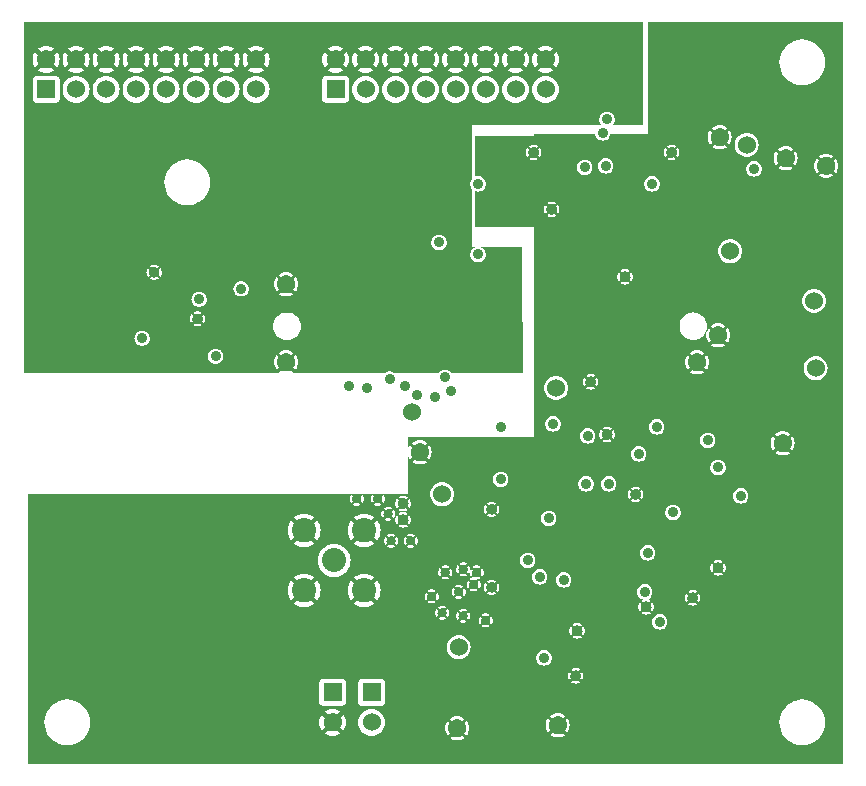
<source format=gbr>
G04 start of page 4 for group 2 idx 1
G04 Title: RX Daughterboard, GND *
G04 Creator: pcb-bin 1.99u *
G04 CreationDate: Sun Jan  7 00:01:30 2007 UTC *
G04 For: matt *
G04 Format: Gerber/RS-274X *
G04 PCB-Dimensions: 275000 250000 *
G04 PCB-Coordinate-Origin: lower left *
%MOIN*%
%FSLAX24Y24*%
%LNGROUP2*%
%ADD11C,0.0200*%
%ADD12C,0.0100*%
%ADD13C,0.0400*%
%ADD14R,0.0600X0.0600*%
%ADD15C,0.0600*%
%ADD16C,0.0800*%
%ADD17C,0.0360*%
%ADD18C,0.0350*%
%ADD19C,0.0600*%
%ADD20C,0.0310*%
%ADD21C,0.0400*%
%ADD22C,0.0580*%
%ADD23C,0.1280*%
%ADD24C,0.0180*%
%ADD25C,0.0150*%
G54D11*G36*
X15100Y21050D02*X16844D01*
Y20649D01*
X16841Y20652D01*
X16825Y20629D01*
X16806Y20588D01*
X16794Y20545D01*
X16790Y20500D01*
X16794Y20454D01*
X16806Y20411D01*
X16825Y20370D01*
X16841Y20347D01*
X16844Y20350D01*
Y18000D01*
X15100D01*
Y19211D01*
X15111Y19205D01*
X15154Y19194D01*
X15200Y19190D01*
X15245Y19194D01*
X15288Y19205D01*
X15329Y19225D01*
X15367Y19251D01*
X15399Y19283D01*
X15425Y19320D01*
X15444Y19361D01*
X15455Y19404D01*
X15459Y19450D01*
X15455Y19495D01*
X15444Y19538D01*
X15425Y19579D01*
X15399Y19617D01*
X15367Y19649D01*
X15329Y19675D01*
X15288Y19694D01*
X15245Y19705D01*
X15200Y19709D01*
X15154Y19705D01*
X15111Y19694D01*
X15100Y19688D01*
Y21050D01*
G37*
G36*
X16844D02*X17050D01*
Y20759D01*
X17004Y20755D01*
X16961Y20744D01*
X16920Y20724D01*
X16897Y20709D01*
X16954Y20651D01*
X16960Y20655D01*
X16988Y20669D01*
X17018Y20677D01*
X17050Y20679D01*
Y20320D01*
X17018Y20322D01*
X16988Y20330D01*
X16960Y20344D01*
X16954Y20348D01*
X16897Y20291D01*
X16920Y20275D01*
X16961Y20256D01*
X17004Y20244D01*
X17050Y20240D01*
Y18000D01*
X16844D01*
Y20350D01*
X16898Y20404D01*
X16894Y20410D01*
X16880Y20438D01*
X16872Y20468D01*
X16870Y20500D01*
X16872Y20531D01*
X16880Y20561D01*
X16894Y20590D01*
X16898Y20595D01*
X16844Y20649D01*
Y21050D01*
G37*
G36*
X17050D02*X17255D01*
Y20649D01*
X17201Y20595D01*
X17205Y20590D01*
X17219Y20561D01*
X17227Y20531D01*
X17229Y20500D01*
X17227Y20468D01*
X17219Y20438D01*
X17205Y20410D01*
X17201Y20404D01*
X17255Y20350D01*
Y18000D01*
X17050D01*
Y20240D01*
X17095Y20244D01*
X17138Y20256D01*
X17179Y20275D01*
X17202Y20291D01*
X17145Y20348D01*
X17140Y20344D01*
X17111Y20330D01*
X17081Y20322D01*
X17050Y20320D01*
Y20679D01*
X17081Y20677D01*
X17111Y20669D01*
X17140Y20655D01*
X17145Y20651D01*
X17202Y20709D01*
X17179Y20724D01*
X17138Y20744D01*
X17095Y20755D01*
X17050Y20759D01*
Y21050D01*
G37*
G36*
X17255D02*X17439D01*
Y18728D01*
X17438Y18727D01*
X17431Y18725D01*
X17425Y18721D01*
X17420Y18717D01*
X17416Y18711D01*
X17412Y18705D01*
X17403Y18683D01*
X17397Y18659D01*
X17392Y18636D01*
X17390Y18612D01*
Y18588D01*
X17392Y18563D01*
X17397Y18540D01*
X17403Y18516D01*
X17412Y18494D01*
X17416Y18488D01*
X17420Y18482D01*
X17425Y18478D01*
X17431Y18474D01*
X17438Y18472D01*
X17439Y18471D01*
Y18000D01*
X17255D01*
Y20350D01*
X17259Y20347D01*
X17274Y20370D01*
X17294Y20411D01*
X17305Y20454D01*
X17309Y20500D01*
X17305Y20545D01*
X17294Y20588D01*
X17274Y20629D01*
X17259Y20652D01*
X17255Y20649D01*
Y21050D01*
G37*
G36*
X17439D02*X17650D01*
Y18859D01*
X17637D01*
X17613Y18857D01*
X17590Y18852D01*
X17566Y18846D01*
X17544Y18837D01*
X17538Y18833D01*
X17532Y18829D01*
X17528Y18824D01*
X17524Y18818D01*
X17522Y18811D01*
X17520Y18804D01*
X17520Y18797D01*
X17521Y18791D01*
X17524Y18784D01*
X17527Y18778D01*
X17531Y18773D01*
X17537Y18768D01*
X17543Y18764D01*
X17549Y18762D01*
X17556Y18761D01*
X17563Y18761D01*
X17570Y18762D01*
X17576Y18764D01*
X17592Y18770D01*
X17608Y18775D01*
X17624Y18778D01*
X17641Y18779D01*
X17650D01*
Y18420D01*
X17641D01*
X17624Y18421D01*
X17608Y18425D01*
X17592Y18429D01*
X17576Y18435D01*
X17570Y18438D01*
X17563Y18439D01*
X17556Y18439D01*
X17549Y18437D01*
X17543Y18435D01*
X17537Y18431D01*
X17531Y18427D01*
X17527Y18421D01*
X17524Y18415D01*
X17521Y18408D01*
X17520Y18402D01*
X17520Y18395D01*
X17522Y18388D01*
X17524Y18381D01*
X17528Y18375D01*
X17532Y18370D01*
X17538Y18366D01*
X17544Y18362D01*
X17566Y18354D01*
X17590Y18347D01*
X17613Y18342D01*
X17637Y18340D01*
X17650D01*
Y18000D01*
X17439D01*
Y18471D01*
X17445Y18470D01*
X17452Y18470D01*
X17458Y18471D01*
X17465Y18474D01*
X17471Y18477D01*
X17477Y18482D01*
X17481Y18487D01*
X17485Y18493D01*
X17487Y18499D01*
X17488Y18506D01*
X17489Y18513D01*
X17487Y18520D01*
X17485Y18526D01*
X17479Y18542D01*
X17474Y18558D01*
X17471Y18575D01*
X17470Y18591D01*
Y18608D01*
X17471Y18625D01*
X17474Y18641D01*
X17479Y18657D01*
X17485Y18673D01*
X17488Y18679D01*
X17489Y18686D01*
X17488Y18693D01*
X17487Y18700D01*
X17485Y18707D01*
X17481Y18713D01*
X17476Y18718D01*
X17471Y18722D01*
X17465Y18726D01*
X17458Y18728D01*
X17451Y18729D01*
X17445Y18729D01*
X17439Y18728D01*
Y21050D01*
G37*
G36*
X17650D02*X17860D01*
Y18728D01*
X17854Y18729D01*
X17847Y18729D01*
X17841Y18728D01*
X17834Y18725D01*
X17828Y18722D01*
X17822Y18718D01*
X17818Y18712D01*
X17814Y18706D01*
X17812Y18700D01*
X17811Y18693D01*
X17810Y18686D01*
X17812Y18679D01*
X17814Y18673D01*
X17820Y18657D01*
X17825Y18641D01*
X17828Y18625D01*
X17829Y18608D01*
Y18591D01*
X17828Y18575D01*
X17825Y18558D01*
X17820Y18542D01*
X17814Y18526D01*
X17811Y18520D01*
X17810Y18513D01*
X17811Y18506D01*
X17812Y18499D01*
X17814Y18493D01*
X17818Y18487D01*
X17823Y18481D01*
X17828Y18477D01*
X17834Y18474D01*
X17841Y18471D01*
X17848Y18470D01*
X17854Y18470D01*
X17860Y18471D01*
Y18000D01*
X17650D01*
Y18340D01*
X17662D01*
X17686Y18342D01*
X17709Y18347D01*
X17733Y18354D01*
X17755Y18362D01*
X17761Y18366D01*
X17767Y18370D01*
X17771Y18375D01*
X17775Y18381D01*
X17777Y18388D01*
X17779Y18395D01*
X17779Y18402D01*
X17778Y18409D01*
X17775Y18415D01*
X17772Y18421D01*
X17768Y18427D01*
X17762Y18431D01*
X17756Y18435D01*
X17750Y18437D01*
X17743Y18439D01*
X17736Y18439D01*
X17729Y18438D01*
X17723Y18435D01*
X17707Y18429D01*
X17691Y18425D01*
X17675Y18421D01*
X17658Y18420D01*
X17650D01*
Y18779D01*
X17658D01*
X17675Y18778D01*
X17691Y18775D01*
X17707Y18770D01*
X17723Y18764D01*
X17729Y18762D01*
X17736Y18761D01*
X17743Y18761D01*
X17750Y18762D01*
X17756Y18764D01*
X17762Y18768D01*
X17768Y18773D01*
X17772Y18778D01*
X17775Y18784D01*
X17778Y18791D01*
X17779Y18798D01*
X17779Y18805D01*
X17777Y18811D01*
X17775Y18818D01*
X17771Y18824D01*
X17767Y18829D01*
X17761Y18833D01*
X17755Y18837D01*
X17733Y18846D01*
X17709Y18852D01*
X17686Y18857D01*
X17662Y18859D01*
X17650D01*
Y21050D01*
G37*
G36*
X17860D02*X18000D01*
Y18000D01*
X17860D01*
Y18471D01*
X17861Y18472D01*
X17868Y18474D01*
X17874Y18478D01*
X17879Y18482D01*
X17883Y18488D01*
X17887Y18494D01*
X17896Y18516D01*
X17902Y18540D01*
X17907Y18563D01*
X17909Y18588D01*
Y18612D01*
X17907Y18636D01*
X17902Y18659D01*
X17896Y18683D01*
X17887Y18705D01*
X17883Y18711D01*
X17879Y18717D01*
X17874Y18721D01*
X17868Y18725D01*
X17861Y18727D01*
X17860Y18728D01*
Y21050D01*
G37*
G36*
X2800Y21400D02*X2350D01*
Y22600D01*
X2356Y22521D01*
X2377Y22446D01*
X2410Y22375D01*
X2455Y22310D01*
X2510Y22255D01*
X2575Y22210D01*
X2646Y22177D01*
X2721Y22156D01*
X2800Y22150D01*
Y21400D01*
G37*
G36*
Y23050D02*X2721Y23043D01*
X2646Y23022D01*
X2575Y22989D01*
X2510Y22944D01*
X2455Y22889D01*
X2410Y22825D01*
X2377Y22753D01*
X2356Y22678D01*
X2350Y22600D01*
Y23600D01*
X2356Y23521D01*
X2377Y23446D01*
X2410Y23375D01*
X2434Y23340D01*
X2541Y23447D01*
X2540Y23450D01*
X2518Y23497D01*
X2504Y23547D01*
X2500Y23600D01*
X2504Y23652D01*
X2518Y23702D01*
X2540Y23750D01*
X2541Y23752D01*
X2434Y23859D01*
X2410Y23825D01*
X2377Y23753D01*
X2356Y23678D01*
X2350Y23600D01*
Y24850D01*
X2800D01*
Y24050D01*
X2721Y24043D01*
X2646Y24022D01*
X2575Y23989D01*
X2540Y23965D01*
X2647Y23858D01*
X2650Y23859D01*
X2697Y23881D01*
X2747Y23895D01*
X2800Y23900D01*
Y23300D01*
X2747Y23304D01*
X2697Y23318D01*
X2650Y23340D01*
X2647Y23341D01*
X2540Y23234D01*
X2575Y23210D01*
X2646Y23177D01*
X2721Y23156D01*
X2800Y23150D01*
Y23050D01*
G37*
G36*
X3154Y21400D02*X2800D01*
Y22150D01*
X2878Y22156D01*
X2953Y22177D01*
X3025Y22210D01*
X3089Y22255D01*
X3144Y22310D01*
X3154Y22324D01*
Y21400D01*
G37*
G36*
Y22875D02*X3144Y22889D01*
X3089Y22944D01*
X3025Y22989D01*
X2953Y23022D01*
X2878Y23043D01*
X2800Y23050D01*
Y23150D01*
X2878Y23156D01*
X2953Y23177D01*
X3025Y23210D01*
X3059Y23234D01*
X2952Y23341D01*
X2950Y23340D01*
X2902Y23318D01*
X2852Y23304D01*
X2800Y23300D01*
Y23900D01*
X2852Y23895D01*
X2902Y23881D01*
X2950Y23859D01*
X2952Y23858D01*
X3059Y23965D01*
X3025Y23989D01*
X2953Y24022D01*
X2878Y24043D01*
X2800Y24050D01*
Y24850D01*
X3154D01*
Y23848D01*
X3058Y23752D01*
X3059Y23750D01*
X3081Y23702D01*
X3095Y23652D01*
X3100Y23600D01*
X3095Y23547D01*
X3081Y23497D01*
X3059Y23450D01*
X3058Y23447D01*
X3154Y23351D01*
Y22875D01*
G37*
G36*
X3445Y21400D02*X3154D01*
Y22324D01*
X3189Y22375D01*
X3222Y22446D01*
X3243Y22521D01*
X3250Y22600D01*
X3243Y22678D01*
X3222Y22753D01*
X3189Y22825D01*
X3154Y22875D01*
Y23351D01*
X3165Y23340D01*
X3189Y23375D01*
X3222Y23446D01*
X3243Y23521D01*
X3250Y23600D01*
X3243Y23678D01*
X3222Y23753D01*
X3189Y23825D01*
X3165Y23859D01*
X3154Y23848D01*
Y24850D01*
X3445D01*
Y23848D01*
X3434Y23859D01*
X3410Y23825D01*
X3377Y23753D01*
X3356Y23678D01*
X3350Y23600D01*
X3356Y23521D01*
X3377Y23446D01*
X3410Y23375D01*
X3434Y23340D01*
X3445Y23352D01*
Y22875D01*
X3410Y22825D01*
X3377Y22753D01*
X3356Y22678D01*
X3350Y22600D01*
X3356Y22521D01*
X3377Y22446D01*
X3410Y22375D01*
X3445Y22324D01*
Y21400D01*
G37*
G36*
X3800D02*X3445D01*
Y22324D01*
X3455Y22310D01*
X3510Y22255D01*
X3575Y22210D01*
X3646Y22177D01*
X3721Y22156D01*
X3800Y22150D01*
Y21400D01*
G37*
G36*
X3445Y24850D02*X3800D01*
Y24050D01*
X3721Y24043D01*
X3646Y24022D01*
X3575Y23989D01*
X3540Y23965D01*
X3647Y23858D01*
X3650Y23859D01*
X3697Y23881D01*
X3747Y23895D01*
X3800Y23900D01*
Y23300D01*
X3747Y23304D01*
X3697Y23318D01*
X3650Y23340D01*
X3647Y23341D01*
X3540Y23234D01*
X3575Y23210D01*
X3646Y23177D01*
X3721Y23156D01*
X3800Y23150D01*
Y23050D01*
X3721Y23043D01*
X3646Y23022D01*
X3575Y22989D01*
X3510Y22944D01*
X3455Y22889D01*
X3445Y22875D01*
Y23352D01*
X3541Y23447D01*
X3540Y23450D01*
X3518Y23497D01*
X3504Y23547D01*
X3500Y23600D01*
X3504Y23652D01*
X3518Y23702D01*
X3540Y23750D01*
X3541Y23752D01*
X3445Y23848D01*
Y24850D01*
G37*
G36*
X4154Y21400D02*X3800D01*
Y22150D01*
X3878Y22156D01*
X3953Y22177D01*
X4025Y22210D01*
X4089Y22255D01*
X4144Y22310D01*
X4154Y22324D01*
Y21400D01*
G37*
G36*
Y22875D02*X4144Y22889D01*
X4089Y22944D01*
X4025Y22989D01*
X3953Y23022D01*
X3878Y23043D01*
X3800Y23050D01*
Y23150D01*
X3878Y23156D01*
X3953Y23177D01*
X4025Y23210D01*
X4059Y23234D01*
X3952Y23341D01*
X3950Y23340D01*
X3902Y23318D01*
X3852Y23304D01*
X3800Y23300D01*
Y23900D01*
X3852Y23895D01*
X3902Y23881D01*
X3950Y23859D01*
X3952Y23858D01*
X4059Y23965D01*
X4025Y23989D01*
X3953Y24022D01*
X3878Y24043D01*
X3800Y24050D01*
Y24850D01*
X4154D01*
Y23848D01*
X4058Y23752D01*
X4059Y23750D01*
X4081Y23702D01*
X4095Y23652D01*
X4100Y23600D01*
X4095Y23547D01*
X4081Y23497D01*
X4059Y23450D01*
X4058Y23447D01*
X4154Y23351D01*
Y22875D01*
G37*
G36*
X4445Y21400D02*X4154D01*
Y22324D01*
X4189Y22375D01*
X4222Y22446D01*
X4243Y22521D01*
X4250Y22600D01*
X4243Y22678D01*
X4222Y22753D01*
X4189Y22825D01*
X4154Y22875D01*
Y23351D01*
X4165Y23340D01*
X4189Y23375D01*
X4222Y23446D01*
X4243Y23521D01*
X4250Y23600D01*
X4243Y23678D01*
X4222Y23753D01*
X4189Y23825D01*
X4165Y23859D01*
X4154Y23848D01*
Y24850D01*
X4445D01*
Y23848D01*
X4434Y23859D01*
X4410Y23825D01*
X4377Y23753D01*
X4356Y23678D01*
X4350Y23600D01*
X4356Y23521D01*
X4377Y23446D01*
X4410Y23375D01*
X4434Y23340D01*
X4445Y23352D01*
Y22875D01*
X4410Y22825D01*
X4377Y22753D01*
X4356Y22678D01*
X4350Y22600D01*
X4356Y22521D01*
X4377Y22446D01*
X4410Y22375D01*
X4445Y22324D01*
Y21400D01*
G37*
G36*
X4800D02*X4445D01*
Y22324D01*
X4455Y22310D01*
X4510Y22255D01*
X4575Y22210D01*
X4646Y22177D01*
X4721Y22156D01*
X4800Y22150D01*
Y21400D01*
G37*
G36*
X4445Y24850D02*X4800D01*
Y24050D01*
X4721Y24043D01*
X4646Y24022D01*
X4575Y23989D01*
X4540Y23965D01*
X4647Y23858D01*
X4650Y23859D01*
X4697Y23881D01*
X4747Y23895D01*
X4800Y23900D01*
Y23300D01*
X4747Y23304D01*
X4697Y23318D01*
X4650Y23340D01*
X4647Y23341D01*
X4540Y23234D01*
X4575Y23210D01*
X4646Y23177D01*
X4721Y23156D01*
X4800Y23150D01*
Y23050D01*
X4721Y23043D01*
X4646Y23022D01*
X4575Y22989D01*
X4510Y22944D01*
X4455Y22889D01*
X4445Y22875D01*
Y23352D01*
X4541Y23447D01*
X4540Y23450D01*
X4518Y23497D01*
X4504Y23547D01*
X4500Y23600D01*
X4504Y23652D01*
X4518Y23702D01*
X4540Y23750D01*
X4541Y23752D01*
X4445Y23848D01*
Y24850D01*
G37*
G36*
X5154Y21400D02*X4800D01*
Y22150D01*
X4878Y22156D01*
X4953Y22177D01*
X5025Y22210D01*
X5089Y22255D01*
X5144Y22310D01*
X5154Y22324D01*
Y21400D01*
G37*
G36*
Y22875D02*X5144Y22889D01*
X5089Y22944D01*
X5025Y22989D01*
X4953Y23022D01*
X4878Y23043D01*
X4800Y23050D01*
Y23150D01*
X4878Y23156D01*
X4953Y23177D01*
X5025Y23210D01*
X5059Y23234D01*
X4952Y23341D01*
X4950Y23340D01*
X4902Y23318D01*
X4852Y23304D01*
X4800Y23300D01*
Y23900D01*
X4852Y23895D01*
X4902Y23881D01*
X4950Y23859D01*
X4952Y23858D01*
X5059Y23965D01*
X5025Y23989D01*
X4953Y24022D01*
X4878Y24043D01*
X4800Y24050D01*
Y24850D01*
X5154D01*
Y23848D01*
X5058Y23752D01*
X5059Y23750D01*
X5081Y23702D01*
X5095Y23652D01*
X5100Y23600D01*
X5095Y23547D01*
X5081Y23497D01*
X5059Y23450D01*
X5058Y23447D01*
X5154Y23351D01*
Y22875D01*
G37*
G36*
X5445Y21400D02*X5154D01*
Y22324D01*
X5189Y22375D01*
X5222Y22446D01*
X5243Y22521D01*
X5250Y22600D01*
X5243Y22678D01*
X5222Y22753D01*
X5189Y22825D01*
X5154Y22875D01*
Y23351D01*
X5165Y23340D01*
X5189Y23375D01*
X5222Y23446D01*
X5243Y23521D01*
X5250Y23600D01*
X5243Y23678D01*
X5222Y23753D01*
X5189Y23825D01*
X5165Y23859D01*
X5154Y23848D01*
Y24850D01*
X5445D01*
Y23848D01*
X5434Y23859D01*
X5410Y23825D01*
X5377Y23753D01*
X5356Y23678D01*
X5350Y23600D01*
X5356Y23521D01*
X5377Y23446D01*
X5410Y23375D01*
X5434Y23340D01*
X5445Y23352D01*
Y22875D01*
X5410Y22825D01*
X5377Y22753D01*
X5356Y22678D01*
X5350Y22600D01*
X5356Y22521D01*
X5377Y22446D01*
X5410Y22375D01*
X5445Y22324D01*
Y21400D01*
G37*
G36*
X5800D02*X5445D01*
Y22324D01*
X5455Y22310D01*
X5510Y22255D01*
X5575Y22210D01*
X5646Y22177D01*
X5721Y22156D01*
X5800Y22150D01*
Y21400D01*
G37*
G36*
X5445Y24850D02*X5800D01*
Y24050D01*
X5721Y24043D01*
X5646Y24022D01*
X5575Y23989D01*
X5540Y23965D01*
X5647Y23858D01*
X5650Y23859D01*
X5697Y23881D01*
X5747Y23895D01*
X5800Y23900D01*
Y23300D01*
X5747Y23304D01*
X5697Y23318D01*
X5650Y23340D01*
X5647Y23341D01*
X5540Y23234D01*
X5575Y23210D01*
X5646Y23177D01*
X5721Y23156D01*
X5800Y23150D01*
Y23050D01*
X5721Y23043D01*
X5646Y23022D01*
X5575Y22989D01*
X5510Y22944D01*
X5455Y22889D01*
X5445Y22875D01*
Y23352D01*
X5541Y23447D01*
X5540Y23450D01*
X5518Y23497D01*
X5504Y23547D01*
X5500Y23600D01*
X5504Y23652D01*
X5518Y23702D01*
X5540Y23750D01*
X5541Y23752D01*
X5445Y23848D01*
Y24850D01*
G37*
G36*
X6154Y21400D02*X5800D01*
Y22150D01*
X5878Y22156D01*
X5953Y22177D01*
X6025Y22210D01*
X6089Y22255D01*
X6144Y22310D01*
X6154Y22324D01*
Y21400D01*
G37*
G36*
Y22875D02*X6144Y22889D01*
X6089Y22944D01*
X6025Y22989D01*
X5953Y23022D01*
X5878Y23043D01*
X5800Y23050D01*
Y23150D01*
X5878Y23156D01*
X5953Y23177D01*
X6025Y23210D01*
X6059Y23234D01*
X5952Y23341D01*
X5950Y23340D01*
X5902Y23318D01*
X5852Y23304D01*
X5800Y23300D01*
Y23900D01*
X5852Y23895D01*
X5902Y23881D01*
X5950Y23859D01*
X5952Y23858D01*
X6059Y23965D01*
X6025Y23989D01*
X5953Y24022D01*
X5878Y24043D01*
X5800Y24050D01*
Y24850D01*
X6154D01*
Y23848D01*
X6058Y23752D01*
X6059Y23750D01*
X6081Y23702D01*
X6095Y23652D01*
X6100Y23600D01*
X6095Y23547D01*
X6081Y23497D01*
X6059Y23450D01*
X6058Y23447D01*
X6154Y23351D01*
Y22875D01*
G37*
G36*
X6445Y21400D02*X6154D01*
Y22324D01*
X6189Y22375D01*
X6222Y22446D01*
X6243Y22521D01*
X6250Y22600D01*
X6243Y22678D01*
X6222Y22753D01*
X6189Y22825D01*
X6154Y22875D01*
Y23351D01*
X6165Y23340D01*
X6189Y23375D01*
X6222Y23446D01*
X6243Y23521D01*
X6250Y23600D01*
X6243Y23678D01*
X6222Y23753D01*
X6189Y23825D01*
X6165Y23859D01*
X6154Y23848D01*
Y24850D01*
X6445D01*
Y23848D01*
X6434Y23859D01*
X6410Y23825D01*
X6377Y23753D01*
X6356Y23678D01*
X6350Y23600D01*
X6356Y23521D01*
X6377Y23446D01*
X6410Y23375D01*
X6434Y23340D01*
X6445Y23352D01*
Y22875D01*
X6410Y22825D01*
X6377Y22753D01*
X6356Y22678D01*
X6350Y22600D01*
X6356Y22521D01*
X6377Y22446D01*
X6410Y22375D01*
X6445Y22324D01*
Y21400D01*
G37*
G36*
X6800D02*X6445D01*
Y22324D01*
X6455Y22310D01*
X6510Y22255D01*
X6575Y22210D01*
X6646Y22177D01*
X6721Y22156D01*
X6800Y22150D01*
Y21400D01*
G37*
G36*
X6445Y24850D02*X6800D01*
Y24050D01*
X6721Y24043D01*
X6646Y24022D01*
X6575Y23989D01*
X6540Y23965D01*
X6647Y23858D01*
X6650Y23859D01*
X6697Y23881D01*
X6747Y23895D01*
X6800Y23900D01*
Y23300D01*
X6747Y23304D01*
X6697Y23318D01*
X6650Y23340D01*
X6647Y23341D01*
X6540Y23234D01*
X6575Y23210D01*
X6646Y23177D01*
X6721Y23156D01*
X6800Y23150D01*
Y23050D01*
X6721Y23043D01*
X6646Y23022D01*
X6575Y22989D01*
X6510Y22944D01*
X6455Y22889D01*
X6445Y22875D01*
Y23352D01*
X6541Y23447D01*
X6540Y23450D01*
X6518Y23497D01*
X6504Y23547D01*
X6500Y23600D01*
X6504Y23652D01*
X6518Y23702D01*
X6540Y23750D01*
X6541Y23752D01*
X6445Y23848D01*
Y24850D01*
G37*
G36*
X7154Y21400D02*X6800D01*
Y22150D01*
X6878Y22156D01*
X6953Y22177D01*
X7025Y22210D01*
X7089Y22255D01*
X7144Y22310D01*
X7154Y22324D01*
Y21400D01*
G37*
G36*
Y22875D02*X7144Y22889D01*
X7089Y22944D01*
X7025Y22989D01*
X6953Y23022D01*
X6878Y23043D01*
X6800Y23050D01*
Y23150D01*
X6878Y23156D01*
X6953Y23177D01*
X7025Y23210D01*
X7059Y23234D01*
X6952Y23341D01*
X6950Y23340D01*
X6902Y23318D01*
X6852Y23304D01*
X6800Y23300D01*
Y23900D01*
X6852Y23895D01*
X6902Y23881D01*
X6950Y23859D01*
X6952Y23858D01*
X7059Y23965D01*
X7025Y23989D01*
X6953Y24022D01*
X6878Y24043D01*
X6800Y24050D01*
Y24850D01*
X7154D01*
Y23848D01*
X7058Y23752D01*
X7059Y23750D01*
X7081Y23702D01*
X7095Y23652D01*
X7100Y23600D01*
X7095Y23547D01*
X7081Y23497D01*
X7059Y23450D01*
X7058Y23447D01*
X7154Y23351D01*
Y22875D01*
G37*
G36*
X7445Y21400D02*X7154D01*
Y22324D01*
X7189Y22375D01*
X7222Y22446D01*
X7243Y22521D01*
X7250Y22600D01*
X7243Y22678D01*
X7222Y22753D01*
X7189Y22825D01*
X7154Y22875D01*
Y23351D01*
X7165Y23340D01*
X7189Y23375D01*
X7222Y23446D01*
X7243Y23521D01*
X7250Y23600D01*
X7243Y23678D01*
X7222Y23753D01*
X7189Y23825D01*
X7165Y23859D01*
X7154Y23848D01*
Y24850D01*
X7445D01*
Y23848D01*
X7434Y23859D01*
X7410Y23825D01*
X7377Y23753D01*
X7356Y23678D01*
X7350Y23600D01*
X7356Y23521D01*
X7377Y23446D01*
X7410Y23375D01*
X7434Y23340D01*
X7445Y23352D01*
Y22875D01*
X7410Y22825D01*
X7377Y22753D01*
X7356Y22678D01*
X7350Y22600D01*
X7356Y22521D01*
X7377Y22446D01*
X7410Y22375D01*
X7445Y22324D01*
Y21400D01*
G37*
G36*
X7800D02*X7445D01*
Y22324D01*
X7455Y22310D01*
X7510Y22255D01*
X7575Y22210D01*
X7646Y22177D01*
X7721Y22156D01*
X7800Y22150D01*
Y21400D01*
G37*
G36*
X7445Y24850D02*X7800D01*
Y24050D01*
X7721Y24043D01*
X7646Y24022D01*
X7575Y23989D01*
X7540Y23965D01*
X7647Y23858D01*
X7650Y23859D01*
X7697Y23881D01*
X7747Y23895D01*
X7800Y23900D01*
Y23300D01*
X7747Y23304D01*
X7697Y23318D01*
X7650Y23340D01*
X7647Y23341D01*
X7540Y23234D01*
X7575Y23210D01*
X7646Y23177D01*
X7721Y23156D01*
X7800Y23150D01*
Y23050D01*
X7721Y23043D01*
X7646Y23022D01*
X7575Y22989D01*
X7510Y22944D01*
X7455Y22889D01*
X7445Y22875D01*
Y23352D01*
X7541Y23447D01*
X7540Y23450D01*
X7518Y23497D01*
X7504Y23547D01*
X7500Y23600D01*
X7504Y23652D01*
X7518Y23702D01*
X7540Y23750D01*
X7541Y23752D01*
X7445Y23848D01*
Y24850D01*
G37*
G36*
X8154Y21400D02*X7800D01*
Y22150D01*
X7878Y22156D01*
X7953Y22177D01*
X8025Y22210D01*
X8089Y22255D01*
X8144Y22310D01*
X8154Y22324D01*
Y21400D01*
G37*
G36*
Y22875D02*X8144Y22889D01*
X8089Y22944D01*
X8025Y22989D01*
X7953Y23022D01*
X7878Y23043D01*
X7800Y23050D01*
Y23150D01*
X7878Y23156D01*
X7953Y23177D01*
X8025Y23210D01*
X8059Y23234D01*
X7952Y23341D01*
X7950Y23340D01*
X7902Y23318D01*
X7852Y23304D01*
X7800Y23300D01*
Y23900D01*
X7852Y23895D01*
X7902Y23881D01*
X7950Y23859D01*
X7952Y23858D01*
X8059Y23965D01*
X8025Y23989D01*
X7953Y24022D01*
X7878Y24043D01*
X7800Y24050D01*
Y24850D01*
X8154D01*
Y23848D01*
X8058Y23752D01*
X8059Y23750D01*
X8081Y23702D01*
X8095Y23652D01*
X8100Y23600D01*
X8095Y23547D01*
X8081Y23497D01*
X8059Y23450D01*
X8058Y23447D01*
X8154Y23351D01*
Y22875D01*
G37*
G36*
X10095Y21400D02*X8154D01*
Y22324D01*
X8189Y22375D01*
X8222Y22446D01*
X8243Y22521D01*
X8250Y22600D01*
X8243Y22678D01*
X8222Y22753D01*
X8189Y22825D01*
X8154Y22875D01*
Y23351D01*
X8165Y23340D01*
X8189Y23375D01*
X8222Y23446D01*
X8243Y23521D01*
X8250Y23600D01*
X8243Y23678D01*
X8222Y23753D01*
X8189Y23825D01*
X8165Y23859D01*
X8154Y23848D01*
Y24850D01*
X10095D01*
Y23848D01*
X10084Y23859D01*
X10060Y23825D01*
X10027Y23753D01*
X10006Y23678D01*
X10000Y23600D01*
X10006Y23521D01*
X10027Y23446D01*
X10060Y23375D01*
X10084Y23340D01*
X10095Y23352D01*
Y23039D01*
X10075Y23029D01*
X10053Y23014D01*
X10035Y22996D01*
X10020Y22975D01*
X10009Y22951D01*
X10002Y22926D01*
X10000Y22900D01*
X10002Y22274D01*
X10009Y22248D01*
X10020Y22225D01*
X10035Y22203D01*
X10053Y22185D01*
X10075Y22170D01*
X10095Y22160D01*
Y21400D01*
G37*
G36*
X10450D02*X10095D01*
Y22160D01*
X10098Y22159D01*
X10124Y22152D01*
X10150Y22150D01*
X10450Y22151D01*
Y21400D01*
G37*
G36*
X10095Y24850D02*X10450D01*
Y24050D01*
X10371Y24043D01*
X10296Y24022D01*
X10225Y23989D01*
X10190Y23965D01*
X10297Y23858D01*
X10300Y23859D01*
X10347Y23881D01*
X10397Y23895D01*
X10450Y23900D01*
Y23300D01*
X10397Y23304D01*
X10347Y23318D01*
X10300Y23340D01*
X10297Y23341D01*
X10190Y23234D01*
X10225Y23210D01*
X10296Y23177D01*
X10371Y23156D01*
X10450Y23150D01*
Y23048D01*
X10124Y23047D01*
X10098Y23041D01*
X10095Y23039D01*
Y23352D01*
X10191Y23447D01*
X10190Y23450D01*
X10168Y23497D01*
X10154Y23547D01*
X10150Y23600D01*
X10154Y23652D01*
X10168Y23702D01*
X10190Y23750D01*
X10191Y23752D01*
X10095Y23848D01*
Y24850D01*
G37*
G36*
X10804Y21400D02*X10450D01*
Y22151D01*
X10776Y22152D01*
X10801Y22159D01*
X10804Y22160D01*
Y21400D01*
G37*
G36*
Y23039D02*X10801Y23041D01*
X10776Y23047D01*
X10750Y23050D01*
X10450Y23048D01*
Y23150D01*
X10528Y23156D01*
X10603Y23177D01*
X10675Y23210D01*
X10709Y23234D01*
X10602Y23341D01*
X10600Y23340D01*
X10552Y23318D01*
X10502Y23304D01*
X10450Y23300D01*
Y23900D01*
X10502Y23895D01*
X10552Y23881D01*
X10600Y23859D01*
X10602Y23858D01*
X10709Y23965D01*
X10675Y23989D01*
X10603Y24022D01*
X10528Y24043D01*
X10450Y24050D01*
Y24850D01*
X10804D01*
Y23848D01*
X10708Y23752D01*
X10709Y23750D01*
X10731Y23702D01*
X10745Y23652D01*
X10750Y23600D01*
X10745Y23547D01*
X10731Y23497D01*
X10709Y23450D01*
X10708Y23447D01*
X10804Y23351D01*
Y23039D01*
G37*
G36*
X11095Y21400D02*X10804D01*
Y22160D01*
X10825Y22170D01*
X10846Y22185D01*
X10864Y22203D01*
X10879Y22225D01*
X10891Y22248D01*
X10897Y22274D01*
X10900Y22300D01*
X10897Y22926D01*
X10891Y22951D01*
X10879Y22975D01*
X10864Y22996D01*
X10846Y23014D01*
X10825Y23029D01*
X10804Y23039D01*
Y23351D01*
X10815Y23340D01*
X10839Y23375D01*
X10872Y23446D01*
X10893Y23521D01*
X10900Y23600D01*
X10893Y23678D01*
X10872Y23753D01*
X10839Y23825D01*
X10815Y23859D01*
X10804Y23848D01*
Y24850D01*
X11095D01*
Y23848D01*
X11084Y23859D01*
X11060Y23825D01*
X11027Y23753D01*
X11006Y23678D01*
X11000Y23600D01*
X11006Y23521D01*
X11027Y23446D01*
X11060Y23375D01*
X11084Y23340D01*
X11095Y23352D01*
Y22875D01*
X11060Y22825D01*
X11027Y22753D01*
X11006Y22678D01*
X11000Y22600D01*
X11006Y22521D01*
X11027Y22446D01*
X11060Y22375D01*
X11095Y22324D01*
Y21400D01*
G37*
G36*
X11450D02*X11095D01*
Y22324D01*
X11105Y22310D01*
X11160Y22255D01*
X11225Y22210D01*
X11296Y22177D01*
X11371Y22156D01*
X11450Y22150D01*
Y21400D01*
G37*
G36*
X11095Y24850D02*X11450D01*
Y24050D01*
X11371Y24043D01*
X11296Y24022D01*
X11225Y23989D01*
X11190Y23965D01*
X11297Y23858D01*
X11300Y23859D01*
X11347Y23881D01*
X11397Y23895D01*
X11450Y23900D01*
Y23300D01*
X11397Y23304D01*
X11347Y23318D01*
X11300Y23340D01*
X11297Y23341D01*
X11190Y23234D01*
X11225Y23210D01*
X11296Y23177D01*
X11371Y23156D01*
X11450Y23150D01*
Y23050D01*
X11371Y23043D01*
X11296Y23022D01*
X11225Y22989D01*
X11160Y22944D01*
X11105Y22889D01*
X11095Y22875D01*
Y23352D01*
X11191Y23447D01*
X11190Y23450D01*
X11168Y23497D01*
X11154Y23547D01*
X11150Y23600D01*
X11154Y23652D01*
X11168Y23702D01*
X11190Y23750D01*
X11191Y23752D01*
X11095Y23848D01*
Y24850D01*
G37*
G36*
X11804Y21400D02*X11450D01*
Y22150D01*
X11528Y22156D01*
X11603Y22177D01*
X11675Y22210D01*
X11739Y22255D01*
X11794Y22310D01*
X11804Y22324D01*
Y21400D01*
G37*
G36*
Y22875D02*X11794Y22889D01*
X11739Y22944D01*
X11675Y22989D01*
X11603Y23022D01*
X11528Y23043D01*
X11450Y23050D01*
Y23150D01*
X11528Y23156D01*
X11603Y23177D01*
X11675Y23210D01*
X11709Y23234D01*
X11602Y23341D01*
X11600Y23340D01*
X11552Y23318D01*
X11502Y23304D01*
X11450Y23300D01*
Y23900D01*
X11502Y23895D01*
X11552Y23881D01*
X11600Y23859D01*
X11602Y23858D01*
X11709Y23965D01*
X11675Y23989D01*
X11603Y24022D01*
X11528Y24043D01*
X11450Y24050D01*
Y24850D01*
X11804D01*
Y23848D01*
X11708Y23752D01*
X11709Y23750D01*
X11731Y23702D01*
X11745Y23652D01*
X11750Y23600D01*
X11745Y23547D01*
X11731Y23497D01*
X11709Y23450D01*
X11708Y23447D01*
X11804Y23351D01*
Y22875D01*
G37*
G36*
X12095Y21400D02*X11804D01*
Y22324D01*
X11839Y22375D01*
X11872Y22446D01*
X11893Y22521D01*
X11900Y22600D01*
X11893Y22678D01*
X11872Y22753D01*
X11839Y22825D01*
X11804Y22875D01*
Y23351D01*
X11815Y23340D01*
X11839Y23375D01*
X11872Y23446D01*
X11893Y23521D01*
X11900Y23600D01*
X11893Y23678D01*
X11872Y23753D01*
X11839Y23825D01*
X11815Y23859D01*
X11804Y23848D01*
Y24850D01*
X12095D01*
Y23848D01*
X12084Y23859D01*
X12060Y23825D01*
X12027Y23753D01*
X12006Y23678D01*
X12000Y23600D01*
X12006Y23521D01*
X12027Y23446D01*
X12060Y23375D01*
X12084Y23340D01*
X12095Y23352D01*
Y22875D01*
X12060Y22825D01*
X12027Y22753D01*
X12006Y22678D01*
X12000Y22600D01*
X12006Y22521D01*
X12027Y22446D01*
X12060Y22375D01*
X12095Y22324D01*
Y21400D01*
G37*
G36*
X12450D02*X12095D01*
Y22324D01*
X12105Y22310D01*
X12160Y22255D01*
X12225Y22210D01*
X12296Y22177D01*
X12371Y22156D01*
X12450Y22150D01*
Y21400D01*
G37*
G36*
X12095Y24850D02*X12450D01*
Y24050D01*
X12371Y24043D01*
X12296Y24022D01*
X12225Y23989D01*
X12190Y23965D01*
X12297Y23858D01*
X12300Y23859D01*
X12347Y23881D01*
X12397Y23895D01*
X12450Y23900D01*
Y23300D01*
X12397Y23304D01*
X12347Y23318D01*
X12300Y23340D01*
X12297Y23341D01*
X12190Y23234D01*
X12225Y23210D01*
X12296Y23177D01*
X12371Y23156D01*
X12450Y23150D01*
Y23050D01*
X12371Y23043D01*
X12296Y23022D01*
X12225Y22989D01*
X12160Y22944D01*
X12105Y22889D01*
X12095Y22875D01*
Y23352D01*
X12191Y23447D01*
X12190Y23450D01*
X12168Y23497D01*
X12154Y23547D01*
X12150Y23600D01*
X12154Y23652D01*
X12168Y23702D01*
X12190Y23750D01*
X12191Y23752D01*
X12095Y23848D01*
Y24850D01*
G37*
G36*
X12804Y21400D02*X12450D01*
Y22150D01*
X12528Y22156D01*
X12603Y22177D01*
X12675Y22210D01*
X12739Y22255D01*
X12794Y22310D01*
X12804Y22324D01*
Y21400D01*
G37*
G36*
Y22875D02*X12794Y22889D01*
X12739Y22944D01*
X12675Y22989D01*
X12603Y23022D01*
X12528Y23043D01*
X12450Y23050D01*
Y23150D01*
X12528Y23156D01*
X12603Y23177D01*
X12675Y23210D01*
X12709Y23234D01*
X12602Y23341D01*
X12600Y23340D01*
X12552Y23318D01*
X12502Y23304D01*
X12450Y23300D01*
Y23900D01*
X12502Y23895D01*
X12552Y23881D01*
X12600Y23859D01*
X12602Y23858D01*
X12709Y23965D01*
X12675Y23989D01*
X12603Y24022D01*
X12528Y24043D01*
X12450Y24050D01*
Y24850D01*
X12804D01*
Y23848D01*
X12708Y23752D01*
X12709Y23750D01*
X12731Y23702D01*
X12745Y23652D01*
X12750Y23600D01*
X12745Y23547D01*
X12731Y23497D01*
X12709Y23450D01*
X12708Y23447D01*
X12804Y23351D01*
Y22875D01*
G37*
G36*
X13095Y21400D02*X12804D01*
Y22324D01*
X12839Y22375D01*
X12872Y22446D01*
X12893Y22521D01*
X12900Y22600D01*
X12893Y22678D01*
X12872Y22753D01*
X12839Y22825D01*
X12804Y22875D01*
Y23351D01*
X12815Y23340D01*
X12839Y23375D01*
X12872Y23446D01*
X12893Y23521D01*
X12900Y23600D01*
X12893Y23678D01*
X12872Y23753D01*
X12839Y23825D01*
X12815Y23859D01*
X12804Y23848D01*
Y24850D01*
X13095D01*
Y23848D01*
X13084Y23859D01*
X13060Y23825D01*
X13027Y23753D01*
X13006Y23678D01*
X13000Y23600D01*
X13006Y23521D01*
X13027Y23446D01*
X13060Y23375D01*
X13084Y23340D01*
X13095Y23352D01*
Y22875D01*
X13060Y22825D01*
X13027Y22753D01*
X13006Y22678D01*
X13000Y22600D01*
X13006Y22521D01*
X13027Y22446D01*
X13060Y22375D01*
X13095Y22324D01*
Y21400D01*
G37*
G36*
X13450D02*X13095D01*
Y22324D01*
X13105Y22310D01*
X13160Y22255D01*
X13225Y22210D01*
X13296Y22177D01*
X13371Y22156D01*
X13450Y22150D01*
Y21400D01*
G37*
G36*
X13095Y24850D02*X13450D01*
Y24050D01*
X13371Y24043D01*
X13296Y24022D01*
X13225Y23989D01*
X13190Y23965D01*
X13297Y23858D01*
X13300Y23859D01*
X13347Y23881D01*
X13397Y23895D01*
X13450Y23900D01*
Y23300D01*
X13397Y23304D01*
X13347Y23318D01*
X13300Y23340D01*
X13297Y23341D01*
X13190Y23234D01*
X13225Y23210D01*
X13296Y23177D01*
X13371Y23156D01*
X13450Y23150D01*
Y23050D01*
X13371Y23043D01*
X13296Y23022D01*
X13225Y22989D01*
X13160Y22944D01*
X13105Y22889D01*
X13095Y22875D01*
Y23352D01*
X13191Y23447D01*
X13190Y23450D01*
X13168Y23497D01*
X13154Y23547D01*
X13150Y23600D01*
X13154Y23652D01*
X13168Y23702D01*
X13190Y23750D01*
X13191Y23752D01*
X13095Y23848D01*
Y24850D01*
G37*
G36*
X13804Y21400D02*X13450D01*
Y22150D01*
X13528Y22156D01*
X13603Y22177D01*
X13675Y22210D01*
X13739Y22255D01*
X13794Y22310D01*
X13804Y22324D01*
Y21400D01*
G37*
G36*
Y22875D02*X13794Y22889D01*
X13739Y22944D01*
X13675Y22989D01*
X13603Y23022D01*
X13528Y23043D01*
X13450Y23050D01*
Y23150D01*
X13528Y23156D01*
X13603Y23177D01*
X13675Y23210D01*
X13709Y23234D01*
X13602Y23341D01*
X13600Y23340D01*
X13552Y23318D01*
X13502Y23304D01*
X13450Y23300D01*
Y23900D01*
X13502Y23895D01*
X13552Y23881D01*
X13600Y23859D01*
X13602Y23858D01*
X13709Y23965D01*
X13675Y23989D01*
X13603Y24022D01*
X13528Y24043D01*
X13450Y24050D01*
Y24850D01*
X13804D01*
Y23848D01*
X13708Y23752D01*
X13709Y23750D01*
X13731Y23702D01*
X13745Y23652D01*
X13750Y23600D01*
X13745Y23547D01*
X13731Y23497D01*
X13709Y23450D01*
X13708Y23447D01*
X13804Y23351D01*
Y22875D01*
G37*
G36*
X14095Y21400D02*X13804D01*
Y22324D01*
X13839Y22375D01*
X13872Y22446D01*
X13893Y22521D01*
X13900Y22600D01*
X13893Y22678D01*
X13872Y22753D01*
X13839Y22825D01*
X13804Y22875D01*
Y23351D01*
X13815Y23340D01*
X13839Y23375D01*
X13872Y23446D01*
X13893Y23521D01*
X13900Y23600D01*
X13893Y23678D01*
X13872Y23753D01*
X13839Y23825D01*
X13815Y23859D01*
X13804Y23848D01*
Y24850D01*
X14095D01*
Y23848D01*
X14084Y23859D01*
X14060Y23825D01*
X14027Y23753D01*
X14006Y23678D01*
X14000Y23600D01*
X14006Y23521D01*
X14027Y23446D01*
X14060Y23375D01*
X14084Y23340D01*
X14095Y23352D01*
Y22875D01*
X14060Y22825D01*
X14027Y22753D01*
X14006Y22678D01*
X14000Y22600D01*
X14006Y22521D01*
X14027Y22446D01*
X14060Y22375D01*
X14095Y22324D01*
Y21400D01*
G37*
G36*
X14450D02*X14095D01*
Y22324D01*
X14105Y22310D01*
X14160Y22255D01*
X14225Y22210D01*
X14296Y22177D01*
X14371Y22156D01*
X14450Y22150D01*
Y21400D01*
G37*
G36*
X14095Y24850D02*X14450D01*
Y24050D01*
X14371Y24043D01*
X14296Y24022D01*
X14225Y23989D01*
X14190Y23965D01*
X14297Y23858D01*
X14300Y23859D01*
X14347Y23881D01*
X14397Y23895D01*
X14450Y23900D01*
Y23300D01*
X14397Y23304D01*
X14347Y23318D01*
X14300Y23340D01*
X14297Y23341D01*
X14190Y23234D01*
X14225Y23210D01*
X14296Y23177D01*
X14371Y23156D01*
X14450Y23150D01*
Y23050D01*
X14371Y23043D01*
X14296Y23022D01*
X14225Y22989D01*
X14160Y22944D01*
X14105Y22889D01*
X14095Y22875D01*
Y23352D01*
X14191Y23447D01*
X14190Y23450D01*
X14168Y23497D01*
X14154Y23547D01*
X14150Y23600D01*
X14154Y23652D01*
X14168Y23702D01*
X14190Y23750D01*
X14191Y23752D01*
X14095Y23848D01*
Y24850D01*
G37*
G36*
X14804Y21400D02*X14450D01*
Y22150D01*
X14528Y22156D01*
X14603Y22177D01*
X14675Y22210D01*
X14739Y22255D01*
X14794Y22310D01*
X14804Y22324D01*
Y21400D01*
G37*
G36*
Y22875D02*X14794Y22889D01*
X14739Y22944D01*
X14675Y22989D01*
X14603Y23022D01*
X14528Y23043D01*
X14450Y23050D01*
Y23150D01*
X14528Y23156D01*
X14603Y23177D01*
X14675Y23210D01*
X14709Y23234D01*
X14602Y23341D01*
X14600Y23340D01*
X14552Y23318D01*
X14502Y23304D01*
X14450Y23300D01*
Y23900D01*
X14502Y23895D01*
X14552Y23881D01*
X14600Y23859D01*
X14602Y23858D01*
X14709Y23965D01*
X14675Y23989D01*
X14603Y24022D01*
X14528Y24043D01*
X14450Y24050D01*
Y24850D01*
X14804D01*
Y23848D01*
X14708Y23752D01*
X14709Y23750D01*
X14731Y23702D01*
X14745Y23652D01*
X14750Y23600D01*
X14745Y23547D01*
X14731Y23497D01*
X14709Y23450D01*
X14708Y23447D01*
X14804Y23351D01*
Y22875D01*
G37*
G36*
X15095Y21400D02*X14804D01*
Y22324D01*
X14839Y22375D01*
X14872Y22446D01*
X14893Y22521D01*
X14900Y22600D01*
X14893Y22678D01*
X14872Y22753D01*
X14839Y22825D01*
X14804Y22875D01*
Y23351D01*
X14815Y23340D01*
X14839Y23375D01*
X14872Y23446D01*
X14893Y23521D01*
X14900Y23600D01*
X14893Y23678D01*
X14872Y23753D01*
X14839Y23825D01*
X14815Y23859D01*
X14804Y23848D01*
Y24850D01*
X15095D01*
Y23848D01*
X15084Y23859D01*
X15060Y23825D01*
X15027Y23753D01*
X15006Y23678D01*
X15000Y23600D01*
X15006Y23521D01*
X15027Y23446D01*
X15060Y23375D01*
X15084Y23340D01*
X15095Y23352D01*
Y22875D01*
X15060Y22825D01*
X15027Y22753D01*
X15006Y22678D01*
X15000Y22600D01*
X15006Y22521D01*
X15027Y22446D01*
X15060Y22375D01*
X15095Y22324D01*
Y21400D01*
G37*
G36*
X15450D02*X15095D01*
Y22324D01*
X15105Y22310D01*
X15160Y22255D01*
X15225Y22210D01*
X15296Y22177D01*
X15371Y22156D01*
X15450Y22150D01*
Y21400D01*
G37*
G36*
X15095Y24850D02*X15450D01*
Y24050D01*
X15371Y24043D01*
X15296Y24022D01*
X15225Y23989D01*
X15190Y23965D01*
X15297Y23858D01*
X15300Y23859D01*
X15347Y23881D01*
X15397Y23895D01*
X15450Y23900D01*
Y23300D01*
X15397Y23304D01*
X15347Y23318D01*
X15300Y23340D01*
X15297Y23341D01*
X15190Y23234D01*
X15225Y23210D01*
X15296Y23177D01*
X15371Y23156D01*
X15450Y23150D01*
Y23050D01*
X15371Y23043D01*
X15296Y23022D01*
X15225Y22989D01*
X15160Y22944D01*
X15105Y22889D01*
X15095Y22875D01*
Y23352D01*
X15191Y23447D01*
X15190Y23450D01*
X15168Y23497D01*
X15154Y23547D01*
X15150Y23600D01*
X15154Y23652D01*
X15168Y23702D01*
X15190Y23750D01*
X15191Y23752D01*
X15095Y23848D01*
Y24850D01*
G37*
G36*
X15804Y21400D02*X15450D01*
Y22150D01*
X15528Y22156D01*
X15603Y22177D01*
X15675Y22210D01*
X15739Y22255D01*
X15794Y22310D01*
X15804Y22324D01*
Y21400D01*
G37*
G36*
Y22875D02*X15794Y22889D01*
X15739Y22944D01*
X15675Y22989D01*
X15603Y23022D01*
X15528Y23043D01*
X15450Y23050D01*
Y23150D01*
X15528Y23156D01*
X15603Y23177D01*
X15675Y23210D01*
X15709Y23234D01*
X15602Y23341D01*
X15600Y23340D01*
X15552Y23318D01*
X15502Y23304D01*
X15450Y23300D01*
Y23900D01*
X15502Y23895D01*
X15552Y23881D01*
X15600Y23859D01*
X15602Y23858D01*
X15709Y23965D01*
X15675Y23989D01*
X15603Y24022D01*
X15528Y24043D01*
X15450Y24050D01*
Y24850D01*
X15804D01*
Y23848D01*
X15708Y23752D01*
X15709Y23750D01*
X15731Y23702D01*
X15745Y23652D01*
X15750Y23600D01*
X15745Y23547D01*
X15731Y23497D01*
X15709Y23450D01*
X15708Y23447D01*
X15804Y23351D01*
Y22875D01*
G37*
G36*
X16095Y21400D02*X15804D01*
Y22324D01*
X15839Y22375D01*
X15872Y22446D01*
X15893Y22521D01*
X15900Y22600D01*
X15893Y22678D01*
X15872Y22753D01*
X15839Y22825D01*
X15804Y22875D01*
Y23351D01*
X15815Y23340D01*
X15839Y23375D01*
X15872Y23446D01*
X15893Y23521D01*
X15900Y23600D01*
X15893Y23678D01*
X15872Y23753D01*
X15839Y23825D01*
X15815Y23859D01*
X15804Y23848D01*
Y24850D01*
X16095D01*
Y23848D01*
X16084Y23859D01*
X16060Y23825D01*
X16027Y23753D01*
X16006Y23678D01*
X16000Y23600D01*
X16006Y23521D01*
X16027Y23446D01*
X16060Y23375D01*
X16084Y23340D01*
X16095Y23352D01*
Y22875D01*
X16060Y22825D01*
X16027Y22753D01*
X16006Y22678D01*
X16000Y22600D01*
X16006Y22521D01*
X16027Y22446D01*
X16060Y22375D01*
X16095Y22324D01*
Y21400D01*
G37*
G36*
X16450D02*X16095D01*
Y22324D01*
X16105Y22310D01*
X16160Y22255D01*
X16225Y22210D01*
X16296Y22177D01*
X16371Y22156D01*
X16450Y22150D01*
Y21400D01*
G37*
G36*
X16095Y24850D02*X16450D01*
Y24050D01*
X16371Y24043D01*
X16296Y24022D01*
X16225Y23989D01*
X16190Y23965D01*
X16297Y23858D01*
X16300Y23859D01*
X16347Y23881D01*
X16397Y23895D01*
X16450Y23900D01*
Y23300D01*
X16397Y23304D01*
X16347Y23318D01*
X16300Y23340D01*
X16297Y23341D01*
X16190Y23234D01*
X16225Y23210D01*
X16296Y23177D01*
X16371Y23156D01*
X16450Y23150D01*
Y23050D01*
X16371Y23043D01*
X16296Y23022D01*
X16225Y22989D01*
X16160Y22944D01*
X16105Y22889D01*
X16095Y22875D01*
Y23352D01*
X16191Y23447D01*
X16190Y23450D01*
X16168Y23497D01*
X16154Y23547D01*
X16150Y23600D01*
X16154Y23652D01*
X16168Y23702D01*
X16190Y23750D01*
X16191Y23752D01*
X16095Y23848D01*
Y24850D01*
G37*
G36*
X16804Y21400D02*X16450D01*
Y22150D01*
X16528Y22156D01*
X16603Y22177D01*
X16675Y22210D01*
X16739Y22255D01*
X16794Y22310D01*
X16804Y22324D01*
Y21400D01*
G37*
G36*
Y22875D02*X16794Y22889D01*
X16739Y22944D01*
X16675Y22989D01*
X16603Y23022D01*
X16528Y23043D01*
X16450Y23050D01*
Y23150D01*
X16528Y23156D01*
X16603Y23177D01*
X16675Y23210D01*
X16709Y23234D01*
X16602Y23341D01*
X16600Y23340D01*
X16552Y23318D01*
X16502Y23304D01*
X16450Y23300D01*
Y23900D01*
X16502Y23895D01*
X16552Y23881D01*
X16600Y23859D01*
X16602Y23858D01*
X16709Y23965D01*
X16675Y23989D01*
X16603Y24022D01*
X16528Y24043D01*
X16450Y24050D01*
Y24850D01*
X16804D01*
Y23848D01*
X16708Y23752D01*
X16709Y23750D01*
X16731Y23702D01*
X16745Y23652D01*
X16750Y23600D01*
X16745Y23547D01*
X16731Y23497D01*
X16709Y23450D01*
X16708Y23447D01*
X16804Y23351D01*
Y22875D01*
G37*
G36*
X17095Y21400D02*X16804D01*
Y22324D01*
X16839Y22375D01*
X16872Y22446D01*
X16893Y22521D01*
X16900Y22600D01*
X16893Y22678D01*
X16872Y22753D01*
X16839Y22825D01*
X16804Y22875D01*
Y23351D01*
X16815Y23340D01*
X16839Y23375D01*
X16872Y23446D01*
X16893Y23521D01*
X16900Y23600D01*
X16893Y23678D01*
X16872Y23753D01*
X16839Y23825D01*
X16815Y23859D01*
X16804Y23848D01*
Y24850D01*
X17095D01*
Y23848D01*
X17084Y23859D01*
X17060Y23825D01*
X17027Y23753D01*
X17006Y23678D01*
X17000Y23600D01*
X17006Y23521D01*
X17027Y23446D01*
X17060Y23375D01*
X17084Y23340D01*
X17095Y23352D01*
Y22875D01*
X17060Y22825D01*
X17027Y22753D01*
X17006Y22678D01*
X17000Y22600D01*
X17006Y22521D01*
X17027Y22446D01*
X17060Y22375D01*
X17095Y22324D01*
Y21400D01*
G37*
G36*
X17450D02*X17095D01*
Y22324D01*
X17105Y22310D01*
X17160Y22255D01*
X17225Y22210D01*
X17296Y22177D01*
X17371Y22156D01*
X17450Y22150D01*
Y21400D01*
G37*
G36*
X17095Y24850D02*X17450D01*
Y24050D01*
X17371Y24043D01*
X17296Y24022D01*
X17225Y23989D01*
X17190Y23965D01*
X17297Y23858D01*
X17300Y23859D01*
X17347Y23881D01*
X17397Y23895D01*
X17450Y23900D01*
Y23300D01*
X17397Y23304D01*
X17347Y23318D01*
X17300Y23340D01*
X17297Y23341D01*
X17190Y23234D01*
X17225Y23210D01*
X17296Y23177D01*
X17371Y23156D01*
X17450Y23150D01*
Y23050D01*
X17371Y23043D01*
X17296Y23022D01*
X17225Y22989D01*
X17160Y22944D01*
X17105Y22889D01*
X17095Y22875D01*
Y23352D01*
X17191Y23447D01*
X17190Y23450D01*
X17168Y23497D01*
X17154Y23547D01*
X17150Y23600D01*
X17154Y23652D01*
X17168Y23702D01*
X17190Y23750D01*
X17191Y23752D01*
X17095Y23848D01*
Y24850D01*
G37*
G36*
X17804Y21400D02*X17450D01*
Y22150D01*
X17528Y22156D01*
X17603Y22177D01*
X17675Y22210D01*
X17739Y22255D01*
X17794Y22310D01*
X17804Y22324D01*
Y21400D01*
G37*
G36*
Y22875D02*X17794Y22889D01*
X17739Y22944D01*
X17675Y22989D01*
X17603Y23022D01*
X17528Y23043D01*
X17450Y23050D01*
Y23150D01*
X17528Y23156D01*
X17603Y23177D01*
X17675Y23210D01*
X17709Y23234D01*
X17602Y23341D01*
X17600Y23340D01*
X17552Y23318D01*
X17502Y23304D01*
X17450Y23300D01*
Y23900D01*
X17502Y23895D01*
X17552Y23881D01*
X17600Y23859D01*
X17602Y23858D01*
X17709Y23965D01*
X17675Y23989D01*
X17603Y24022D01*
X17528Y24043D01*
X17450Y24050D01*
Y24850D01*
X17804D01*
Y23848D01*
X17708Y23752D01*
X17709Y23750D01*
X17731Y23702D01*
X17745Y23652D01*
X17750Y23600D01*
X17745Y23547D01*
X17731Y23497D01*
X17709Y23450D01*
X17708Y23447D01*
X17804Y23351D01*
Y22875D01*
G37*
G36*
X20700Y21400D02*X19665D01*
X19667Y21401D01*
X19699Y21433D01*
X19725Y21470D01*
X19744Y21511D01*
X19755Y21554D01*
X19759Y21600D01*
X19755Y21645D01*
X19744Y21688D01*
X19725Y21729D01*
X19699Y21767D01*
X19667Y21799D01*
X19629Y21825D01*
X19588Y21844D01*
X19545Y21855D01*
X19500Y21859D01*
X19454Y21855D01*
X19411Y21844D01*
X19370Y21825D01*
X19333Y21799D01*
X19301Y21767D01*
X19275Y21729D01*
X19255Y21688D01*
X19244Y21645D01*
X19240Y21600D01*
X19244Y21554D01*
X19255Y21511D01*
X19275Y21470D01*
X19301Y21433D01*
X19326Y21407D01*
X19304Y21405D01*
X19283Y21400D01*
X17804D01*
Y22324D01*
X17839Y22375D01*
X17872Y22446D01*
X17893Y22521D01*
X17900Y22600D01*
X17893Y22678D01*
X17872Y22753D01*
X17839Y22825D01*
X17804Y22875D01*
Y23351D01*
X17815Y23340D01*
X17839Y23375D01*
X17872Y23446D01*
X17893Y23521D01*
X17900Y23600D01*
X17893Y23678D01*
X17872Y23753D01*
X17839Y23825D01*
X17815Y23859D01*
X17804Y23848D01*
Y24850D01*
X20700D01*
Y21400D01*
G37*
G36*
X12950Y21600D02*X15000D01*
Y19615D01*
X14975Y19579D01*
X14955Y19538D01*
X14944Y19495D01*
X14940Y19450D01*
X14944Y19404D01*
X14955Y19361D01*
X14975Y19320D01*
X15000Y19284D01*
Y17300D01*
X14065D01*
X14067Y17301D01*
X14099Y17333D01*
X14125Y17370D01*
X14144Y17411D01*
X14155Y17454D01*
X14159Y17500D01*
X14155Y17545D01*
X14144Y17588D01*
X14125Y17629D01*
X14099Y17667D01*
X14067Y17699D01*
X14029Y17725D01*
X13988Y17744D01*
X13945Y17755D01*
X13900Y17759D01*
X13854Y17755D01*
X13811Y17744D01*
X13770Y17725D01*
X13733Y17699D01*
X13701Y17667D01*
X13675Y17629D01*
X13655Y17588D01*
X13644Y17545D01*
X13640Y17500D01*
X13644Y17454D01*
X13655Y17411D01*
X13675Y17370D01*
X13701Y17333D01*
X13733Y17301D01*
X13734Y17300D01*
X12950D01*
Y21600D01*
G37*
G36*
X13850Y14550D02*Y17245D01*
X13854Y17244D01*
X13900Y17240D01*
X13945Y17244D01*
X13988Y17255D01*
X14029Y17275D01*
X14067Y17301D01*
X14099Y17333D01*
X14110Y17350D01*
X15133D01*
X15111Y17344D01*
X15070Y17325D01*
X15033Y17299D01*
X15001Y17267D01*
X14975Y17229D01*
X14955Y17188D01*
X14944Y17145D01*
X14940Y17100D01*
X14944Y17054D01*
X14955Y17011D01*
X14975Y16970D01*
X15001Y16933D01*
X15033Y16901D01*
X15070Y16875D01*
X15111Y16855D01*
X15154Y16844D01*
X15200Y16840D01*
X15245Y16844D01*
X15288Y16855D01*
X15329Y16875D01*
X15367Y16901D01*
X15399Y16933D01*
X15425Y16970D01*
X15444Y17011D01*
X15455Y17054D01*
X15459Y17100D01*
X15455Y17145D01*
X15444Y17188D01*
X15425Y17229D01*
X15399Y17267D01*
X15367Y17299D01*
X15329Y17325D01*
X15288Y17344D01*
X15267Y17350D01*
X16650D01*
Y14550D01*
X13850D01*
G37*
G36*
X200Y9100D02*X1500D01*
Y2260D01*
X1368Y2248D01*
X1240Y2214D01*
X1120Y2158D01*
X1011Y2082D01*
X917Y1988D01*
X841Y1880D01*
X785Y1759D01*
X751Y1632D01*
X740Y1500D01*
X751Y1368D01*
X785Y1240D01*
X841Y1120D01*
X917Y1011D01*
X1011Y917D01*
X1120Y841D01*
X1240Y785D01*
X1368Y751D01*
X1500Y740D01*
Y100D01*
X200D01*
Y9100D01*
G37*
G36*
X1500D02*X8960D01*
Y8227D01*
X8923Y8175D01*
X8883Y8088D01*
X8858Y7995D01*
X8850Y7900D01*
X8858Y7804D01*
X8883Y7711D01*
X8923Y7625D01*
X8960Y7573D01*
Y6227D01*
X8923Y6175D01*
X8883Y6088D01*
X8858Y5995D01*
X8850Y5900D01*
X8858Y5804D01*
X8883Y5711D01*
X8923Y5625D01*
X8960Y5573D01*
Y100D01*
X1500D01*
Y740D01*
X1632Y751D01*
X1759Y785D01*
X1880Y841D01*
X1988Y917D01*
X2082Y1011D01*
X2158Y1120D01*
X2214Y1240D01*
X2248Y1368D01*
X2260Y1500D01*
X2248Y1632D01*
X2214Y1759D01*
X2158Y1880D01*
X2082Y1988D01*
X1988Y2082D01*
X1880Y2158D01*
X1759Y2214D01*
X1632Y2248D01*
X1500Y2260D01*
Y9100D01*
G37*
G36*
X8960D02*X9400D01*
Y8450D01*
X9304Y8441D01*
X9211Y8416D01*
X9125Y8376D01*
X9069Y8337D01*
X9176Y8229D01*
X9200Y8246D01*
X9263Y8275D01*
X9330Y8293D01*
X9400Y8300D01*
Y7500D01*
X9330Y7506D01*
X9263Y7524D01*
X9200Y7553D01*
X9176Y7570D01*
X9069Y7462D01*
X9125Y7423D01*
X9211Y7383D01*
X9304Y7358D01*
X9400Y7350D01*
Y6450D01*
X9304Y6441D01*
X9211Y6416D01*
X9125Y6376D01*
X9069Y6337D01*
X9176Y6229D01*
X9200Y6246D01*
X9263Y6275D01*
X9330Y6293D01*
X9400Y6300D01*
Y5500D01*
X9330Y5506D01*
X9263Y5524D01*
X9200Y5553D01*
X9176Y5570D01*
X9069Y5462D01*
X9125Y5423D01*
X9211Y5383D01*
X9304Y5358D01*
X9400Y5350D01*
Y100D01*
X8960D01*
Y5573D01*
X8962Y5569D01*
X9070Y5676D01*
X9053Y5700D01*
X9024Y5763D01*
X9006Y5830D01*
X9000Y5900D01*
X9006Y5969D01*
X9024Y6036D01*
X9053Y6100D01*
X9070Y6123D01*
X8962Y6231D01*
X8960Y6227D01*
Y7573D01*
X8962Y7569D01*
X9070Y7676D01*
X9053Y7700D01*
X9024Y7763D01*
X9006Y7830D01*
X9000Y7900D01*
X9006Y7969D01*
X9024Y8036D01*
X9053Y8100D01*
X9070Y8123D01*
X8962Y8231D01*
X8960Y8227D01*
Y9100D01*
G37*
G36*
X9400D02*X9839D01*
Y8227D01*
X9837Y8231D01*
X9729Y8123D01*
X9746Y8100D01*
X9775Y8036D01*
X9793Y7969D01*
X9800Y7900D01*
X9793Y7830D01*
X9775Y7763D01*
X9746Y7700D01*
X9729Y7676D01*
X9837Y7569D01*
X9839Y7573D01*
Y6227D01*
X9837Y6231D01*
X9729Y6123D01*
X9746Y6100D01*
X9775Y6036D01*
X9793Y5969D01*
X9800Y5900D01*
X9793Y5830D01*
X9775Y5763D01*
X9746Y5700D01*
X9729Y5676D01*
X9837Y5569D01*
X9839Y5573D01*
Y100D01*
X9400D01*
Y5350D01*
X9495Y5358D01*
X9588Y5383D01*
X9675Y5423D01*
X9731Y5462D01*
X9623Y5570D01*
X9600Y5553D01*
X9536Y5524D01*
X9469Y5506D01*
X9400Y5500D01*
Y6300D01*
X9469Y6293D01*
X9536Y6275D01*
X9600Y6246D01*
X9623Y6229D01*
X9731Y6337D01*
X9675Y6376D01*
X9588Y6416D01*
X9495Y6441D01*
X9400Y6450D01*
Y7350D01*
X9495Y7358D01*
X9588Y7383D01*
X9675Y7423D01*
X9731Y7462D01*
X9623Y7570D01*
X9600Y7553D01*
X9536Y7524D01*
X9469Y7506D01*
X9400Y7500D01*
Y8300D01*
X9469Y8293D01*
X9536Y8275D01*
X9600Y8246D01*
X9623Y8229D01*
X9731Y8337D01*
X9675Y8376D01*
X9588Y8416D01*
X9495Y8441D01*
X9400Y8450D01*
Y9100D01*
G37*
G36*
X9839D02*X9995D01*
Y7270D01*
X9978Y7253D01*
X9923Y7175D01*
X9883Y7088D01*
X9858Y6995D01*
X9850Y6900D01*
X9858Y6804D01*
X9883Y6711D01*
X9923Y6625D01*
X9978Y6546D01*
X9995Y6529D01*
Y2939D01*
X9975Y2929D01*
X9953Y2914D01*
X9935Y2896D01*
X9920Y2875D01*
X9909Y2851D01*
X9902Y2826D01*
X9900Y2800D01*
X9902Y2174D01*
X9909Y2148D01*
X9920Y2125D01*
X9935Y2103D01*
X9953Y2085D01*
X9975Y2070D01*
X9995Y2060D01*
Y1748D01*
X9984Y1759D01*
X9960Y1725D01*
X9927Y1653D01*
X9906Y1578D01*
X9900Y1500D01*
X9906Y1421D01*
X9927Y1346D01*
X9960Y1275D01*
X9984Y1240D01*
X9995Y1252D01*
Y100D01*
X9839D01*
Y5573D01*
X9876Y5625D01*
X9916Y5711D01*
X9941Y5804D01*
X9950Y5900D01*
X9941Y5995D01*
X9916Y6088D01*
X9876Y6175D01*
X9839Y6227D01*
Y7573D01*
X9876Y7625D01*
X9916Y7711D01*
X9941Y7804D01*
X9950Y7900D01*
X9941Y7995D01*
X9916Y8088D01*
X9876Y8175D01*
X9839Y8227D01*
Y9100D01*
G37*
G36*
X9995D02*X10400D01*
Y7450D01*
X10304Y7441D01*
X10211Y7416D01*
X10125Y7376D01*
X10046Y7321D01*
X9995Y7270D01*
Y9100D01*
G37*
G36*
Y6529D02*X10046Y6478D01*
X10125Y6423D01*
X10211Y6383D01*
X10304Y6358D01*
X10400Y6350D01*
Y2949D01*
X10024Y2947D01*
X9998Y2941D01*
X9995Y2939D01*
Y6529D01*
G37*
G36*
Y2060D02*X9998Y2059D01*
X10024Y2052D01*
X10050Y2050D01*
X10400Y2051D01*
Y1945D01*
X10350Y1950D01*
X10271Y1943D01*
X10196Y1922D01*
X10125Y1889D01*
X10090Y1865D01*
X10197Y1758D01*
X10200Y1759D01*
X10247Y1781D01*
X10297Y1795D01*
X10350Y1800D01*
X10400Y1795D01*
Y1204D01*
X10350Y1200D01*
X10297Y1204D01*
X10247Y1218D01*
X10200Y1240D01*
X10197Y1241D01*
X10090Y1134D01*
X10125Y1110D01*
X10196Y1077D01*
X10271Y1056D01*
X10350Y1050D01*
X10400Y1054D01*
Y100D01*
X9995D01*
Y1252D01*
X10091Y1347D01*
X10090Y1350D01*
X10068Y1397D01*
X10054Y1447D01*
X10050Y1500D01*
X10054Y1552D01*
X10068Y1602D01*
X10090Y1650D01*
X10091Y1652D01*
X9995Y1748D01*
Y2060D01*
G37*
G36*
X10400Y9100D02*X10704D01*
Y7355D01*
X10675Y7376D01*
X10588Y7416D01*
X10495Y7441D01*
X10400Y7450D01*
Y9100D01*
G37*
G36*
X10704Y100D02*X10400D01*
Y1054D01*
X10428Y1056D01*
X10503Y1077D01*
X10575Y1110D01*
X10609Y1134D01*
X10502Y1241D01*
X10500Y1240D01*
X10452Y1218D01*
X10402Y1204D01*
X10400Y1204D01*
Y1795D01*
X10402Y1795D01*
X10452Y1781D01*
X10500Y1759D01*
X10502Y1758D01*
X10609Y1865D01*
X10575Y1889D01*
X10503Y1922D01*
X10428Y1943D01*
X10400Y1945D01*
Y2051D01*
X10676Y2052D01*
X10701Y2059D01*
X10704Y2060D01*
Y1748D01*
X10608Y1652D01*
X10609Y1650D01*
X10631Y1602D01*
X10645Y1552D01*
X10650Y1500D01*
X10645Y1447D01*
X10631Y1397D01*
X10609Y1350D01*
X10608Y1347D01*
X10704Y1251D01*
Y100D01*
G37*
G36*
Y2939D02*X10701Y2941D01*
X10676Y2947D01*
X10650Y2950D01*
X10400Y2949D01*
Y6350D01*
X10495Y6358D01*
X10588Y6383D01*
X10675Y6423D01*
X10704Y6444D01*
Y2939D01*
G37*
G36*
Y9100D02*X10965D01*
Y9077D01*
X10958Y9084D01*
X10946Y9067D01*
X10929Y9030D01*
X10918Y8990D01*
X10915Y8950D01*
X10918Y8909D01*
X10929Y8869D01*
X10946Y8832D01*
X10958Y8815D01*
X10965Y8822D01*
Y8228D01*
X10962Y8231D01*
X10923Y8175D01*
X10883Y8088D01*
X10858Y7995D01*
X10850Y7900D01*
X10858Y7804D01*
X10883Y7711D01*
X10923Y7625D01*
X10962Y7569D01*
X10965Y7571D01*
Y6228D01*
X10962Y6231D01*
X10923Y6175D01*
X10883Y6088D01*
X10858Y5995D01*
X10850Y5900D01*
X10858Y5804D01*
X10883Y5711D01*
X10923Y5625D01*
X10962Y5569D01*
X10965Y5571D01*
Y100D01*
X10704D01*
Y1251D01*
X10715Y1240D01*
X10739Y1275D01*
X10772Y1346D01*
X10793Y1421D01*
X10800Y1500D01*
X10793Y1578D01*
X10772Y1653D01*
X10739Y1725D01*
X10715Y1759D01*
X10704Y1748D01*
Y2060D01*
X10725Y2070D01*
X10746Y2085D01*
X10764Y2103D01*
X10779Y2125D01*
X10791Y2148D01*
X10797Y2174D01*
X10800Y2200D01*
X10797Y2826D01*
X10791Y2851D01*
X10779Y2875D01*
X10764Y2896D01*
X10746Y2914D01*
X10725Y2929D01*
X10704Y2939D01*
Y6444D01*
X10753Y6478D01*
X10821Y6546D01*
X10876Y6625D01*
X10916Y6711D01*
X10941Y6804D01*
X10950Y6900D01*
X10941Y6995D01*
X10916Y7088D01*
X10876Y7175D01*
X10821Y7253D01*
X10753Y7321D01*
X10704Y7355D01*
Y9100D01*
G37*
G36*
X10965D02*X11056D01*
X11072Y9084D01*
X11072Y9084D01*
X11097Y9095D01*
X11113Y9100D01*
X11150D01*
Y8795D01*
X11123Y8797D01*
X11097Y8804D01*
X11072Y8815D01*
X11072Y8816D01*
X11015Y8758D01*
X11032Y8746D01*
X11069Y8729D01*
X11109Y8718D01*
X11150Y8715D01*
Y8388D01*
X11125Y8376D01*
X11069Y8337D01*
X11150Y8256D01*
Y7543D01*
X11069Y7462D01*
X11125Y7423D01*
X11150Y7412D01*
Y6388D01*
X11125Y6376D01*
X11069Y6337D01*
X11150Y6256D01*
Y5543D01*
X11069Y5462D01*
X11125Y5423D01*
X11150Y5412D01*
Y100D01*
X10965D01*
Y5571D01*
X11070Y5676D01*
X11053Y5700D01*
X11024Y5763D01*
X11006Y5830D01*
X11000Y5900D01*
X11006Y5969D01*
X11024Y6036D01*
X11053Y6100D01*
X11070Y6123D01*
X10965Y6228D01*
Y7571D01*
X11070Y7676D01*
X11053Y7700D01*
X11024Y7763D01*
X11006Y7830D01*
X11000Y7900D01*
X11006Y7969D01*
X11024Y8036D01*
X11053Y8100D01*
X11070Y8123D01*
X10965Y8228D01*
Y8822D01*
X11016Y8872D01*
X11015Y8872D01*
X11004Y8897D01*
X10997Y8923D01*
X10995Y8950D01*
X10997Y8976D01*
X11004Y9003D01*
X11015Y9027D01*
X11016Y9027D01*
X10965Y9077D01*
Y9100D01*
G37*
G36*
X11150D02*X11186D01*
X11203Y9095D01*
X11227Y9084D01*
X11227Y9084D01*
X11243Y9100D01*
X11334D01*
Y9078D01*
X11284Y9027D01*
X11284Y9027D01*
X11295Y9003D01*
X11302Y8976D01*
X11304Y8950D01*
X11302Y8923D01*
X11295Y8897D01*
X11284Y8872D01*
X11284Y8872D01*
X11334Y8822D01*
Y8444D01*
X11304Y8441D01*
X11211Y8416D01*
X11150Y8388D01*
Y8715D01*
X11190Y8718D01*
X11230Y8729D01*
X11267Y8746D01*
X11284Y8758D01*
X11227Y8816D01*
X11227Y8815D01*
X11203Y8804D01*
X11176Y8797D01*
X11150Y8795D01*
Y9100D01*
G37*
G36*
Y8256D02*X11176Y8229D01*
X11200Y8246D01*
X11263Y8275D01*
X11330Y8293D01*
X11334Y8294D01*
Y7505D01*
X11330Y7506D01*
X11263Y7524D01*
X11200Y7553D01*
X11176Y7570D01*
X11150Y7543D01*
Y8256D01*
G37*
G36*
Y7412D02*X11211Y7383D01*
X11304Y7358D01*
X11334Y7355D01*
Y6444D01*
X11304Y6441D01*
X11211Y6416D01*
X11150Y6388D01*
Y7412D01*
G37*
G36*
Y6256D02*X11176Y6229D01*
X11200Y6246D01*
X11263Y6275D01*
X11330Y6293D01*
X11334Y6294D01*
Y5505D01*
X11330Y5506D01*
X11263Y5524D01*
X11200Y5553D01*
X11176Y5570D01*
X11150Y5543D01*
Y6256D01*
G37*
G36*
Y5412D02*X11211Y5383D01*
X11304Y5358D01*
X11334Y5355D01*
Y2947D01*
X11324D01*
X11298Y2941D01*
X11275Y2929D01*
X11253Y2914D01*
X11235Y2896D01*
X11220Y2875D01*
X11209Y2851D01*
X11202Y2826D01*
X11200Y2800D01*
X11202Y2174D01*
X11209Y2148D01*
X11220Y2125D01*
X11235Y2103D01*
X11253Y2085D01*
X11275Y2070D01*
X11298Y2059D01*
X11324Y2052D01*
X11334Y2051D01*
Y1818D01*
X11305Y1789D01*
X11260Y1725D01*
X11227Y1653D01*
X11206Y1578D01*
X11200Y1500D01*
X11206Y1421D01*
X11227Y1346D01*
X11260Y1275D01*
X11305Y1210D01*
X11334Y1181D01*
Y100D01*
X11150D01*
Y5412D01*
G37*
G36*
X11334Y9100D02*X11650D01*
Y9072D01*
X11646Y9067D01*
X11629Y9030D01*
X11618Y8990D01*
X11615Y8950D01*
X11618Y8909D01*
X11629Y8869D01*
X11646Y8832D01*
X11650Y8827D01*
Y8388D01*
X11588Y8416D01*
X11495Y8441D01*
X11400Y8450D01*
X11334Y8444D01*
Y8822D01*
X11341Y8815D01*
X11353Y8832D01*
X11370Y8869D01*
X11381Y8909D01*
X11384Y8950D01*
X11381Y8990D01*
X11370Y9030D01*
X11353Y9067D01*
X11341Y9084D01*
X11334Y9078D01*
Y9100D01*
G37*
G36*
Y8294D02*X11400Y8300D01*
X11469Y8293D01*
X11536Y8275D01*
X11600Y8246D01*
X11623Y8229D01*
X11650Y8256D01*
Y7543D01*
X11623Y7570D01*
X11600Y7553D01*
X11536Y7524D01*
X11469Y7506D01*
X11400Y7500D01*
X11334Y7505D01*
Y8294D01*
G37*
G36*
Y7355D02*X11400Y7350D01*
X11495Y7358D01*
X11588Y7383D01*
X11650Y7412D01*
Y6388D01*
X11588Y6416D01*
X11495Y6441D01*
X11400Y6450D01*
X11334Y6444D01*
Y7355D01*
G37*
G36*
Y6294D02*X11400Y6300D01*
X11469Y6293D01*
X11536Y6275D01*
X11600Y6246D01*
X11623Y6229D01*
X11650Y6256D01*
Y5543D01*
X11623Y5570D01*
X11600Y5553D01*
X11536Y5524D01*
X11469Y5506D01*
X11400Y5500D01*
X11334Y5505D01*
Y6294D01*
G37*
G36*
Y5355D02*X11400Y5350D01*
X11495Y5358D01*
X11588Y5383D01*
X11650Y5412D01*
Y2948D01*
X11334Y2947D01*
Y5355D01*
G37*
G36*
Y2051D02*X11350Y2050D01*
X11650Y2051D01*
Y1950D01*
X11571Y1943D01*
X11496Y1922D01*
X11425Y1889D01*
X11360Y1844D01*
X11334Y1818D01*
Y2051D01*
G37*
G36*
Y1181D02*X11360Y1155D01*
X11425Y1110D01*
X11496Y1077D01*
X11571Y1056D01*
X11650Y1050D01*
Y100D01*
X11334D01*
Y1181D01*
G37*
G36*
X11650Y9100D02*X11756D01*
X11772Y9084D01*
X11772Y9084D01*
X11797Y9095D01*
X11813Y9100D01*
X11850D01*
Y8795D01*
X11823Y8797D01*
X11797Y8804D01*
X11772Y8815D01*
X11772Y8816D01*
X11715Y8758D01*
X11732Y8746D01*
X11769Y8729D01*
X11809Y8718D01*
X11850Y8715D01*
Y8212D01*
X11837Y8231D01*
X11729Y8123D01*
X11746Y8100D01*
X11775Y8036D01*
X11793Y7969D01*
X11800Y7900D01*
X11793Y7830D01*
X11775Y7763D01*
X11746Y7700D01*
X11729Y7676D01*
X11837Y7569D01*
X11850Y7587D01*
Y6212D01*
X11837Y6231D01*
X11729Y6123D01*
X11746Y6100D01*
X11775Y6036D01*
X11793Y5969D01*
X11800Y5900D01*
X11793Y5830D01*
X11775Y5763D01*
X11746Y5700D01*
X11729Y5676D01*
X11837Y5569D01*
X11850Y5587D01*
Y2949D01*
X11650Y2948D01*
Y5412D01*
X11675Y5423D01*
X11731Y5462D01*
X11650Y5543D01*
Y6256D01*
X11731Y6337D01*
X11675Y6376D01*
X11650Y6388D01*
Y7412D01*
X11675Y7423D01*
X11731Y7462D01*
X11650Y7543D01*
Y8256D01*
X11731Y8337D01*
X11675Y8376D01*
X11650Y8388D01*
Y8827D01*
X11658Y8815D01*
X11716Y8872D01*
X11715Y8872D01*
X11704Y8897D01*
X11697Y8923D01*
X11695Y8950D01*
X11697Y8976D01*
X11704Y9003D01*
X11715Y9027D01*
X11716Y9027D01*
X11658Y9084D01*
X11650Y9072D01*
Y9100D01*
G37*
G36*
X11850D02*X11886D01*
X11903Y9095D01*
X11927Y9084D01*
X11927Y9084D01*
X11943Y9100D01*
X12034D01*
Y9078D01*
X11984Y9027D01*
X11984Y9027D01*
X11995Y9003D01*
X12002Y8976D01*
X12004Y8950D01*
X12002Y8923D01*
X11995Y8897D01*
X11984Y8872D01*
X11984Y8872D01*
X12034Y8822D01*
Y8559D01*
X12008Y8584D01*
X11996Y8567D01*
X11979Y8530D01*
X11968Y8490D01*
X11965Y8450D01*
X11968Y8409D01*
X11979Y8369D01*
X11996Y8332D01*
X12008Y8315D01*
X12034Y8340D01*
Y2923D01*
X12025Y2929D01*
X12001Y2941D01*
X11976Y2947D01*
X11950Y2950D01*
X11850Y2949D01*
Y5587D01*
X11876Y5625D01*
X11916Y5711D01*
X11941Y5804D01*
X11950Y5900D01*
X11941Y5995D01*
X11916Y6088D01*
X11876Y6175D01*
X11850Y6212D01*
Y7587D01*
X11876Y7625D01*
X11916Y7711D01*
X11941Y7804D01*
X11950Y7900D01*
X11941Y7995D01*
X11916Y8088D01*
X11876Y8175D01*
X11850Y8212D01*
Y8715D01*
X11890Y8718D01*
X11930Y8729D01*
X11967Y8746D01*
X11984Y8758D01*
X11927Y8816D01*
X11927Y8815D01*
X11903Y8804D01*
X11876Y8797D01*
X11850Y8795D01*
Y9100D01*
G37*
G36*
X12034Y100D02*X11650D01*
Y1050D01*
X11728Y1056D01*
X11803Y1077D01*
X11875Y1110D01*
X11939Y1155D01*
X11994Y1210D01*
X12034Y1267D01*
Y100D01*
G37*
G36*
Y1732D02*X11994Y1789D01*
X11939Y1844D01*
X11875Y1889D01*
X11803Y1922D01*
X11728Y1943D01*
X11650Y1950D01*
Y2051D01*
X11976Y2052D01*
X12001Y2059D01*
X12025Y2070D01*
X12034Y2076D01*
Y1732D01*
G37*
G36*
Y9100D02*X12115D01*
Y8668D01*
X12082Y8653D01*
X12065Y8641D01*
X12115Y8590D01*
Y8309D01*
X12065Y8258D01*
X12082Y8246D01*
X12115Y8231D01*
Y7677D01*
X12108Y7684D01*
X12096Y7667D01*
X12079Y7630D01*
X12068Y7590D01*
X12065Y7550D01*
X12068Y7509D01*
X12079Y7469D01*
X12096Y7432D01*
X12108Y7415D01*
X12115Y7422D01*
Y100D01*
X12034D01*
Y1267D01*
X12039Y1275D01*
X12072Y1346D01*
X12093Y1421D01*
X12100Y1500D01*
X12093Y1578D01*
X12072Y1653D01*
X12039Y1725D01*
X12034Y1732D01*
Y2076D01*
X12046Y2085D01*
X12064Y2103D01*
X12079Y2125D01*
X12091Y2148D01*
X12097Y2174D01*
X12100Y2200D01*
X12097Y2826D01*
X12091Y2851D01*
X12079Y2875D01*
X12064Y2896D01*
X12046Y2914D01*
X12034Y2923D01*
Y8340D01*
X12066Y8372D01*
X12065Y8372D01*
X12054Y8397D01*
X12047Y8423D01*
X12045Y8450D01*
X12047Y8476D01*
X12054Y8503D01*
X12065Y8527D01*
X12066Y8527D01*
X12034Y8559D01*
Y8822D01*
X12041Y8815D01*
X12053Y8832D01*
X12070Y8869D01*
X12081Y8909D01*
X12084Y8950D01*
X12081Y8990D01*
X12070Y9030D01*
X12053Y9067D01*
X12041Y9084D01*
X12034Y9078D01*
Y9100D01*
G37*
G36*
X12115D02*X12200D01*
Y8684D01*
X12159Y8681D01*
X12119Y8670D01*
X12115Y8668D01*
Y9100D01*
G37*
G36*
Y8590D02*X12122Y8584D01*
X12122Y8584D01*
X12147Y8595D01*
X12173Y8602D01*
X12200Y8604D01*
Y8295D01*
X12173Y8297D01*
X12147Y8304D01*
X12122Y8315D01*
X12122Y8316D01*
X12115Y8309D01*
Y8590D01*
G37*
G36*
Y8231D02*X12119Y8229D01*
X12159Y8218D01*
X12200Y8215D01*
Y7761D01*
X12182Y7753D01*
X12165Y7741D01*
X12200Y7706D01*
Y7393D01*
X12165Y7358D01*
X12182Y7346D01*
X12200Y7338D01*
Y100D01*
X12115D01*
Y7422D01*
X12166Y7472D01*
X12165Y7472D01*
X12154Y7497D01*
X12147Y7523D01*
X12145Y7550D01*
X12147Y7576D01*
X12154Y7603D01*
X12165Y7627D01*
X12166Y7627D01*
X12115Y7677D01*
Y8231D01*
G37*
G36*
X12200Y9100D02*X12384D01*
Y8578D01*
X12334Y8527D01*
X12334Y8527D01*
X12345Y8503D01*
X12352Y8476D01*
X12354Y8450D01*
X12352Y8423D01*
X12345Y8397D01*
X12334Y8372D01*
X12334Y8372D01*
X12384Y8322D01*
Y7768D01*
X12380Y7770D01*
X12340Y7781D01*
X12300Y7784D01*
X12259Y7781D01*
X12219Y7770D01*
X12200Y7761D01*
Y8215D01*
X12240Y8218D01*
X12280Y8229D01*
X12317Y8246D01*
X12334Y8258D01*
X12277Y8316D01*
X12277Y8315D01*
X12253Y8304D01*
X12226Y8297D01*
X12200Y8295D01*
Y8604D01*
X12226Y8602D01*
X12253Y8595D01*
X12277Y8584D01*
X12277Y8584D01*
X12334Y8641D01*
X12317Y8653D01*
X12280Y8670D01*
X12240Y8681D01*
X12200Y8684D01*
Y9100D01*
G37*
G36*
Y7706D02*X12222Y7684D01*
X12222Y7684D01*
X12247Y7695D01*
X12273Y7702D01*
X12300Y7704D01*
X12326Y7702D01*
X12353Y7695D01*
X12377Y7684D01*
X12377Y7684D01*
X12384Y7690D01*
Y7409D01*
X12377Y7416D01*
X12377Y7415D01*
X12353Y7404D01*
X12326Y7397D01*
X12300Y7395D01*
X12273Y7397D01*
X12247Y7404D01*
X12222Y7415D01*
X12222Y7416D01*
X12200Y7393D01*
Y7706D01*
G37*
G36*
Y7338D02*X12219Y7329D01*
X12259Y7318D01*
X12300Y7315D01*
X12340Y7318D01*
X12380Y7329D01*
X12384Y7331D01*
Y100D01*
X12200D01*
Y7338D01*
G37*
G36*
X12384Y9100D02*X12494D01*
Y8949D01*
X12491Y8952D01*
X12475Y8929D01*
X12456Y8888D01*
X12444Y8845D01*
X12440Y8800D01*
X12444Y8754D01*
X12456Y8711D01*
X12475Y8670D01*
X12491Y8647D01*
X12494Y8650D01*
Y8399D01*
X12491Y8402D01*
X12475Y8379D01*
X12456Y8338D01*
X12444Y8295D01*
X12440Y8250D01*
X12444Y8204D01*
X12456Y8161D01*
X12475Y8120D01*
X12491Y8097D01*
X12494Y8100D01*
Y7680D01*
X12491Y7684D01*
X12434Y7627D01*
X12434Y7627D01*
X12445Y7603D01*
X12452Y7576D01*
X12454Y7550D01*
X12452Y7523D01*
X12445Y7497D01*
X12434Y7472D01*
X12434Y7472D01*
X12491Y7415D01*
X12494Y7419D01*
Y100D01*
X12384D01*
Y7331D01*
X12417Y7346D01*
X12434Y7358D01*
X12384Y7409D01*
Y7690D01*
X12434Y7741D01*
X12417Y7753D01*
X12384Y7768D01*
Y8322D01*
X12391Y8315D01*
X12403Y8332D01*
X12420Y8369D01*
X12431Y8409D01*
X12434Y8450D01*
X12431Y8490D01*
X12420Y8530D01*
X12403Y8567D01*
X12391Y8584D01*
X12384Y8578D01*
Y9100D01*
G37*
G36*
X12494D02*X12700D01*
Y9059D01*
X12654Y9055D01*
X12611Y9044D01*
X12570Y9024D01*
X12547Y9009D01*
X12604Y8951D01*
X12610Y8955D01*
X12638Y8969D01*
X12668Y8977D01*
X12700Y8979D01*
Y8620D01*
X12668Y8622D01*
X12638Y8630D01*
X12610Y8644D01*
X12604Y8648D01*
X12547Y8591D01*
X12570Y8575D01*
X12611Y8556D01*
X12654Y8544D01*
X12700Y8540D01*
Y8509D01*
X12654Y8505D01*
X12611Y8494D01*
X12570Y8474D01*
X12547Y8459D01*
X12604Y8401D01*
X12610Y8405D01*
X12638Y8419D01*
X12668Y8427D01*
X12700Y8429D01*
Y8070D01*
X12668Y8072D01*
X12638Y8080D01*
X12610Y8094D01*
X12604Y8098D01*
X12547Y8041D01*
X12570Y8025D01*
X12611Y8006D01*
X12654Y7994D01*
X12700Y7990D01*
Y100D01*
X12494D01*
Y7419D01*
X12503Y7432D01*
X12520Y7469D01*
X12531Y7509D01*
X12534Y7550D01*
X12531Y7590D01*
X12520Y7630D01*
X12503Y7667D01*
X12494Y7680D01*
Y8100D01*
X12548Y8154D01*
X12544Y8160D01*
X12530Y8188D01*
X12522Y8218D01*
X12520Y8250D01*
X12522Y8281D01*
X12530Y8311D01*
X12544Y8340D01*
X12548Y8345D01*
X12494Y8399D01*
Y8650D01*
X12548Y8704D01*
X12544Y8710D01*
X12530Y8738D01*
X12522Y8768D01*
X12520Y8800D01*
X12522Y8831D01*
X12530Y8861D01*
X12544Y8890D01*
X12548Y8895D01*
X12494Y8949D01*
Y9100D01*
G37*
G36*
X12700D02*X12765D01*
Y9050D01*
X12745Y9055D01*
X12700Y9059D01*
Y9100D01*
G37*
G36*
X12765Y100D02*X12700D01*
Y7990D01*
X12745Y7994D01*
X12765Y7999D01*
Y7677D01*
X12758Y7684D01*
X12746Y7667D01*
X12729Y7630D01*
X12718Y7590D01*
X12715Y7550D01*
X12718Y7509D01*
X12729Y7469D01*
X12746Y7432D01*
X12758Y7415D01*
X12765Y7422D01*
Y100D01*
G37*
G36*
Y8082D02*X12761Y8080D01*
X12731Y8072D01*
X12700Y8070D01*
Y8429D01*
X12731Y8427D01*
X12761Y8419D01*
X12765Y8417D01*
Y8082D01*
G37*
G36*
Y8500D02*X12745Y8505D01*
X12700Y8509D01*
Y8540D01*
X12745Y8544D01*
X12765Y8549D01*
Y8500D01*
G37*
G36*
Y8632D02*X12761Y8630D01*
X12731Y8622D01*
X12700Y8620D01*
Y8979D01*
X12731Y8977D01*
X12761Y8969D01*
X12765Y8967D01*
Y8632D01*
G37*
G36*
Y9100D02*X12905D01*
Y8949D01*
X12851Y8895D01*
X12855Y8890D01*
X12869Y8861D01*
X12877Y8831D01*
X12879Y8800D01*
X12877Y8768D01*
X12869Y8738D01*
X12855Y8710D01*
X12851Y8704D01*
X12905Y8650D01*
Y8399D01*
X12851Y8345D01*
X12855Y8340D01*
X12869Y8311D01*
X12877Y8281D01*
X12879Y8250D01*
X12877Y8218D01*
X12869Y8188D01*
X12855Y8160D01*
X12851Y8154D01*
X12905Y8100D01*
Y7780D01*
X12869Y7770D01*
X12832Y7753D01*
X12815Y7741D01*
X12872Y7684D01*
X12872Y7684D01*
X12897Y7695D01*
X12905Y7697D01*
Y7402D01*
X12897Y7404D01*
X12872Y7415D01*
X12872Y7416D01*
X12815Y7358D01*
X12832Y7346D01*
X12869Y7329D01*
X12905Y7319D01*
Y100D01*
X12765D01*
Y7422D01*
X12816Y7472D01*
X12815Y7472D01*
X12804Y7497D01*
X12797Y7523D01*
X12795Y7550D01*
X12797Y7576D01*
X12804Y7603D01*
X12815Y7627D01*
X12816Y7627D01*
X12765Y7677D01*
Y7999D01*
X12788Y8006D01*
X12829Y8025D01*
X12852Y8041D01*
X12795Y8098D01*
X12790Y8094D01*
X12765Y8082D01*
Y8417D01*
X12790Y8405D01*
X12795Y8401D01*
X12852Y8459D01*
X12829Y8474D01*
X12788Y8494D01*
X12765Y8500D01*
Y8549D01*
X12788Y8556D01*
X12829Y8575D01*
X12852Y8591D01*
X12795Y8648D01*
X12790Y8644D01*
X12765Y8632D01*
Y8967D01*
X12790Y8955D01*
X12795Y8951D01*
X12852Y9009D01*
X12829Y9024D01*
X12788Y9044D01*
X12765Y9050D01*
Y9100D01*
G37*
G36*
X12905D02*X13134D01*
Y7678D01*
X13084Y7627D01*
X13084Y7627D01*
X13095Y7603D01*
X13102Y7576D01*
X13104Y7550D01*
X13102Y7523D01*
X13095Y7497D01*
X13084Y7472D01*
X13084Y7472D01*
X13134Y7422D01*
Y100D01*
X12905D01*
Y7319D01*
X12909Y7318D01*
X12950Y7315D01*
X12990Y7318D01*
X13030Y7329D01*
X13067Y7346D01*
X13084Y7358D01*
X13027Y7416D01*
X13027Y7415D01*
X13003Y7404D01*
X12976Y7397D01*
X12950Y7395D01*
X12923Y7397D01*
X12905Y7402D01*
Y7697D01*
X12923Y7702D01*
X12950Y7704D01*
X12976Y7702D01*
X13003Y7695D01*
X13027Y7684D01*
X13027Y7684D01*
X13084Y7741D01*
X13067Y7753D01*
X13030Y7770D01*
X12990Y7781D01*
X12950Y7784D01*
X12909Y7781D01*
X12905Y7780D01*
Y8100D01*
X12909Y8097D01*
X12924Y8120D01*
X12944Y8161D01*
X12955Y8204D01*
X12959Y8250D01*
X12955Y8295D01*
X12944Y8338D01*
X12924Y8379D01*
X12909Y8402D01*
X12905Y8399D01*
Y8650D01*
X12909Y8647D01*
X12924Y8670D01*
X12944Y8711D01*
X12955Y8754D01*
X12959Y8800D01*
X12955Y8845D01*
X12944Y8888D01*
X12924Y8929D01*
X12909Y8952D01*
X12905Y8949D01*
Y9100D01*
G37*
G36*
X13134D02*X13465D01*
Y5827D01*
X13458Y5834D01*
X13446Y5817D01*
X13429Y5780D01*
X13418Y5740D01*
X13415Y5700D01*
X13418Y5659D01*
X13429Y5619D01*
X13446Y5582D01*
X13458Y5565D01*
X13465Y5572D01*
Y100D01*
X13134D01*
Y7422D01*
X13141Y7415D01*
X13153Y7432D01*
X13170Y7469D01*
X13181Y7509D01*
X13184Y7550D01*
X13181Y7590D01*
X13170Y7630D01*
X13153Y7667D01*
X13141Y7684D01*
X13134Y7678D01*
Y9100D01*
G37*
G36*
X13465D02*X13600D01*
X13606Y9030D01*
X13624Y8963D01*
X13650Y8907D01*
Y5934D01*
X13609Y5931D01*
X13569Y5920D01*
X13532Y5903D01*
X13515Y5891D01*
X13572Y5834D01*
X13572Y5834D01*
X13597Y5845D01*
X13623Y5852D01*
X13650Y5854D01*
Y5545D01*
X13623Y5547D01*
X13597Y5554D01*
X13572Y5565D01*
X13572Y5566D01*
X13515Y5508D01*
X13532Y5496D01*
X13569Y5479D01*
X13609Y5468D01*
X13650Y5465D01*
Y100D01*
X13465D01*
Y5572D01*
X13516Y5622D01*
X13515Y5622D01*
X13504Y5647D01*
X13497Y5673D01*
X13495Y5700D01*
X13497Y5726D01*
X13504Y5753D01*
X13515Y5777D01*
X13516Y5777D01*
X13465Y5827D01*
Y9100D01*
G37*
G36*
X13650Y8907D02*X13653Y8900D01*
X13693Y8842D01*
X13742Y8793D01*
X13800Y8753D01*
X13815Y8746D01*
Y5809D01*
X13784Y5777D01*
X13784Y5777D01*
X13795Y5753D01*
X13802Y5726D01*
X13804Y5700D01*
X13802Y5673D01*
X13795Y5647D01*
X13784Y5622D01*
X13784Y5622D01*
X13815Y5590D01*
Y5277D01*
X13808Y5284D01*
X13796Y5267D01*
X13779Y5230D01*
X13768Y5190D01*
X13765Y5150D01*
X13768Y5109D01*
X13779Y5069D01*
X13796Y5032D01*
X13808Y5015D01*
X13815Y5022D01*
Y100D01*
X13650D01*
Y5465D01*
X13690Y5468D01*
X13730Y5479D01*
X13767Y5496D01*
X13784Y5508D01*
X13727Y5566D01*
X13727Y5565D01*
X13703Y5554D01*
X13676Y5547D01*
X13650Y5545D01*
Y5854D01*
X13676Y5852D01*
X13703Y5845D01*
X13727Y5834D01*
X13727Y5834D01*
X13784Y5891D01*
X13767Y5903D01*
X13730Y5920D01*
X13690Y5931D01*
X13650Y5934D01*
Y8907D01*
G37*
G36*
X13815Y8746D02*X13863Y8724D01*
X13915Y8710D01*
Y6627D01*
X13908Y6634D01*
X13896Y6617D01*
X13879Y6580D01*
X13868Y6540D01*
X13865Y6500D01*
X13868Y6459D01*
X13879Y6419D01*
X13896Y6382D01*
X13908Y6365D01*
X13915Y6372D01*
Y5368D01*
X13882Y5353D01*
X13865Y5341D01*
X13915Y5290D01*
Y5009D01*
X13865Y4958D01*
X13882Y4946D01*
X13915Y4931D01*
Y100D01*
X13815D01*
Y5022D01*
X13866Y5072D01*
X13865Y5072D01*
X13854Y5097D01*
X13847Y5123D01*
X13845Y5150D01*
X13847Y5176D01*
X13854Y5203D01*
X13865Y5227D01*
X13866Y5227D01*
X13815Y5277D01*
Y5590D01*
X13841Y5565D01*
X13853Y5582D01*
X13870Y5619D01*
X13881Y5659D01*
X13884Y5700D01*
X13881Y5740D01*
X13870Y5780D01*
X13853Y5817D01*
X13841Y5834D01*
X13815Y5809D01*
Y8746D01*
G37*
G36*
X13915Y8710D02*X13930Y8706D01*
X14000Y8700D01*
X14069Y8706D01*
X14100Y8714D01*
Y6734D01*
X14059Y6731D01*
X14019Y6720D01*
X13982Y6703D01*
X13965Y6691D01*
X14022Y6634D01*
X14022Y6634D01*
X14047Y6645D01*
X14073Y6652D01*
X14100Y6654D01*
Y6345D01*
X14073Y6347D01*
X14047Y6354D01*
X14022Y6365D01*
X14022Y6366D01*
X13965Y6308D01*
X13982Y6296D01*
X14019Y6279D01*
X14059Y6268D01*
X14100Y6265D01*
Y5361D01*
X14080Y5370D01*
X14040Y5381D01*
X14000Y5384D01*
X13959Y5381D01*
X13919Y5370D01*
X13915Y5368D01*
Y6372D01*
X13966Y6422D01*
X13965Y6422D01*
X13954Y6447D01*
X13947Y6473D01*
X13945Y6500D01*
X13947Y6526D01*
X13954Y6553D01*
X13965Y6577D01*
X13966Y6577D01*
X13915Y6627D01*
Y8710D01*
G37*
G36*
X14100Y100D02*X13915D01*
Y4931D01*
X13919Y4929D01*
X13959Y4918D01*
X14000Y4915D01*
X14040Y4918D01*
X14080Y4929D01*
X14100Y4938D01*
Y100D01*
G37*
G36*
Y4993D02*X14077Y5016D01*
X14077Y5015D01*
X14053Y5004D01*
X14026Y4997D01*
X14000Y4995D01*
X13973Y4997D01*
X13947Y5004D01*
X13922Y5015D01*
X13922Y5016D01*
X13915Y5009D01*
Y5290D01*
X13922Y5284D01*
X13922Y5284D01*
X13947Y5295D01*
X13973Y5302D01*
X14000Y5304D01*
X14026Y5302D01*
X14053Y5295D01*
X14077Y5284D01*
X14077Y5284D01*
X14100Y5306D01*
Y4993D01*
G37*
G36*
Y8714D02*X14136Y8724D01*
X14184Y8746D01*
Y6718D01*
X14180Y6720D01*
X14140Y6731D01*
X14100Y6734D01*
Y8714D01*
G37*
G36*
X14184Y4158D02*X14174Y4136D01*
X14156Y4069D01*
X14150Y4000D01*
X14156Y3930D01*
X14174Y3863D01*
X14184Y3841D01*
Y1543D01*
X14153Y1499D01*
X14124Y1436D01*
X14106Y1369D01*
X14100Y1300D01*
X14106Y1230D01*
X14124Y1163D01*
X14153Y1100D01*
X14184Y1056D01*
Y100D01*
X14100D01*
Y4938D01*
X14117Y4946D01*
X14134Y4958D01*
X14100Y4993D01*
Y5306D01*
X14134Y5341D01*
X14117Y5353D01*
X14100Y5361D01*
Y6265D01*
X14140Y6268D01*
X14180Y6279D01*
X14184Y6281D01*
Y5278D01*
X14134Y5227D01*
X14134Y5227D01*
X14145Y5203D01*
X14152Y5176D01*
X14154Y5150D01*
X14152Y5123D01*
X14145Y5097D01*
X14134Y5072D01*
X14134Y5072D01*
X14184Y5022D01*
Y4158D01*
G37*
G36*
Y6359D02*X14177Y6366D01*
X14177Y6365D01*
X14153Y6354D01*
X14126Y6347D01*
X14100Y6345D01*
Y6654D01*
X14126Y6652D01*
X14153Y6645D01*
X14177Y6634D01*
X14177Y6634D01*
X14184Y6640D01*
Y6359D01*
G37*
G36*
Y8746D02*X14200Y8753D01*
X14257Y8793D01*
X14284Y8821D01*
Y6628D01*
X14234Y6577D01*
X14234Y6577D01*
X14245Y6553D01*
X14252Y6526D01*
X14254Y6500D01*
X14252Y6473D01*
X14245Y6447D01*
X14234Y6422D01*
X14234Y6422D01*
X14284Y6372D01*
Y4297D01*
X14243Y4257D01*
X14203Y4199D01*
X14184Y4158D01*
Y5022D01*
X14191Y5015D01*
X14203Y5032D01*
X14220Y5069D01*
X14231Y5109D01*
X14234Y5150D01*
X14231Y5190D01*
X14220Y5230D01*
X14203Y5267D01*
X14191Y5284D01*
X14184Y5278D01*
Y6281D01*
X14217Y6296D01*
X14234Y6308D01*
X14184Y6359D01*
Y6640D01*
X14234Y6691D01*
X14217Y6703D01*
X14184Y6718D01*
Y8746D01*
G37*
G36*
Y3841D02*X14203Y3800D01*
X14243Y3743D01*
X14284Y3702D01*
Y1635D01*
X14255Y1615D01*
X14284Y1586D01*
Y1013D01*
X14255Y985D01*
X14284Y964D01*
Y100D01*
X14184D01*
Y1056D01*
X14185Y1055D01*
X14256Y1127D01*
X14240Y1150D01*
X14218Y1197D01*
X14204Y1247D01*
X14200Y1300D01*
X14204Y1352D01*
X14218Y1402D01*
X14240Y1450D01*
X14256Y1473D01*
X14185Y1544D01*
X14184Y1543D01*
Y3841D01*
G37*
G36*
X14284Y8821D02*X14306Y8842D01*
X14346Y8900D01*
X14365Y8941D01*
Y5977D01*
X14358Y5984D01*
X14346Y5967D01*
X14329Y5930D01*
X14318Y5890D01*
X14315Y5850D01*
X14318Y5809D01*
X14329Y5769D01*
X14346Y5732D01*
X14358Y5715D01*
X14365Y5722D01*
Y4353D01*
X14350Y4346D01*
X14293Y4306D01*
X14284Y4297D01*
Y6372D01*
X14291Y6365D01*
X14303Y6382D01*
X14320Y6419D01*
X14331Y6459D01*
X14334Y6500D01*
X14331Y6540D01*
X14320Y6580D01*
X14303Y6617D01*
X14291Y6634D01*
X14284Y6628D01*
Y8821D01*
G37*
G36*
X14365Y8941D02*X14375Y8963D01*
X14393Y9030D01*
X14399Y9100D01*
X14515D01*
Y6727D01*
X14508Y6734D01*
X14496Y6717D01*
X14479Y6680D01*
X14468Y6640D01*
X14465Y6600D01*
X14468Y6559D01*
X14479Y6519D01*
X14496Y6482D01*
X14508Y6465D01*
X14515Y6472D01*
Y6081D01*
X14509Y6081D01*
X14469Y6070D01*
X14432Y6053D01*
X14415Y6041D01*
X14472Y5984D01*
X14472Y5984D01*
X14497Y5995D01*
X14515Y6000D01*
Y5699D01*
X14497Y5704D01*
X14472Y5715D01*
X14472Y5716D01*
X14415Y5658D01*
X14432Y5646D01*
X14469Y5629D01*
X14509Y5618D01*
X14515Y5618D01*
Y5177D01*
X14508Y5184D01*
X14496Y5167D01*
X14479Y5130D01*
X14468Y5090D01*
X14465Y5050D01*
X14468Y5009D01*
X14479Y4969D01*
X14496Y4932D01*
X14508Y4915D01*
X14515Y4922D01*
Y4396D01*
X14480Y4393D01*
X14413Y4375D01*
X14365Y4353D01*
Y5722D01*
X14416Y5772D01*
X14415Y5772D01*
X14404Y5797D01*
X14397Y5823D01*
X14395Y5850D01*
X14397Y5876D01*
X14404Y5903D01*
X14415Y5927D01*
X14416Y5927D01*
X14365Y5977D01*
Y8941D01*
G37*
G36*
X14284Y3702D02*X14293Y3693D01*
X14350Y3653D01*
X14413Y3624D01*
X14480Y3606D01*
X14515Y3603D01*
Y1698D01*
X14500Y1699D01*
X14430Y1693D01*
X14363Y1675D01*
X14300Y1646D01*
X14284Y1635D01*
Y3702D01*
G37*
G36*
Y1586D02*X14327Y1543D01*
X14350Y1559D01*
X14397Y1581D01*
X14447Y1595D01*
X14500Y1599D01*
X14515Y1598D01*
Y1001D01*
X14500Y1000D01*
X14447Y1004D01*
X14397Y1018D01*
X14350Y1040D01*
X14327Y1056D01*
X14284Y1013D01*
Y1586D01*
G37*
G36*
Y964D02*X14300Y953D01*
X14363Y924D01*
X14430Y906D01*
X14500Y900D01*
X14515Y901D01*
Y100D01*
X14284D01*
Y964D01*
G37*
G36*
X14515Y9100D02*X14700D01*
Y6834D01*
X14659Y6831D01*
X14619Y6820D01*
X14582Y6803D01*
X14565Y6791D01*
X14622Y6734D01*
X14622Y6734D01*
X14647Y6745D01*
X14673Y6752D01*
X14700Y6754D01*
Y6445D01*
X14673Y6447D01*
X14647Y6454D01*
X14622Y6465D01*
X14622Y6466D01*
X14565Y6408D01*
X14582Y6396D01*
X14619Y6379D01*
X14659Y6368D01*
X14700Y6365D01*
Y5943D01*
X14684Y5927D01*
X14684Y5927D01*
X14695Y5903D01*
X14700Y5886D01*
Y5813D01*
X14695Y5797D01*
X14684Y5772D01*
X14684Y5772D01*
X14700Y5756D01*
Y5284D01*
X14659Y5281D01*
X14619Y5270D01*
X14582Y5253D01*
X14565Y5241D01*
X14622Y5184D01*
X14622Y5184D01*
X14647Y5195D01*
X14673Y5202D01*
X14700Y5204D01*
Y4895D01*
X14673Y4897D01*
X14647Y4904D01*
X14622Y4915D01*
X14622Y4916D01*
X14565Y4858D01*
X14582Y4846D01*
X14619Y4829D01*
X14659Y4818D01*
X14700Y4815D01*
Y4369D01*
X14686Y4375D01*
X14619Y4393D01*
X14550Y4399D01*
X14515Y4396D01*
Y4922D01*
X14566Y4972D01*
X14565Y4972D01*
X14554Y4997D01*
X14547Y5023D01*
X14545Y5050D01*
X14547Y5076D01*
X14554Y5103D01*
X14565Y5127D01*
X14566Y5127D01*
X14515Y5177D01*
Y5618D01*
X14550Y5615D01*
X14590Y5618D01*
X14630Y5629D01*
X14667Y5646D01*
X14684Y5658D01*
X14627Y5716D01*
X14627Y5715D01*
X14603Y5704D01*
X14576Y5697D01*
X14550Y5695D01*
X14523Y5697D01*
X14515Y5699D01*
Y6000D01*
X14523Y6002D01*
X14550Y6004D01*
X14576Y6002D01*
X14603Y5995D01*
X14627Y5984D01*
X14627Y5984D01*
X14684Y6041D01*
X14667Y6053D01*
X14630Y6070D01*
X14590Y6081D01*
X14550Y6084D01*
X14515Y6081D01*
Y6472D01*
X14566Y6522D01*
X14565Y6522D01*
X14554Y6547D01*
X14547Y6573D01*
X14545Y6600D01*
X14547Y6626D01*
X14554Y6653D01*
X14565Y6677D01*
X14566Y6677D01*
X14515Y6727D01*
Y9100D01*
G37*
G36*
X14700Y100D02*X14515D01*
Y901D01*
X14569Y906D01*
X14636Y924D01*
X14699Y953D01*
X14700Y953D01*
Y100D01*
G37*
G36*
Y1029D02*X14673Y1056D01*
X14650Y1040D01*
X14602Y1018D01*
X14552Y1004D01*
X14515Y1001D01*
Y1598D01*
X14552Y1595D01*
X14602Y1581D01*
X14650Y1559D01*
X14673Y1543D01*
X14700Y1570D01*
Y1029D01*
G37*
G36*
Y1646D02*X14699Y1646D01*
X14636Y1675D01*
X14569Y1693D01*
X14515Y1698D01*
Y3603D01*
X14550Y3600D01*
X14619Y3606D01*
X14686Y3624D01*
X14700Y3630D01*
Y1646D01*
G37*
G36*
Y9100D02*X14865D01*
Y6709D01*
X14834Y6677D01*
X14834Y6677D01*
X14845Y6653D01*
X14852Y6626D01*
X14854Y6600D01*
X14852Y6573D01*
X14845Y6547D01*
X14834Y6522D01*
X14834Y6522D01*
X14865Y6490D01*
Y6227D01*
X14858Y6234D01*
X14846Y6217D01*
X14829Y6180D01*
X14818Y6140D01*
X14815Y6100D01*
X14818Y6059D01*
X14829Y6019D01*
X14846Y5982D01*
X14858Y5965D01*
X14865Y5972D01*
Y5159D01*
X14834Y5127D01*
X14834Y5127D01*
X14845Y5103D01*
X14852Y5076D01*
X14854Y5050D01*
X14852Y5023D01*
X14845Y4997D01*
X14834Y4972D01*
X14834Y4972D01*
X14865Y4940D01*
Y4243D01*
X14856Y4257D01*
X14807Y4306D01*
X14749Y4346D01*
X14700Y4369D01*
Y4815D01*
X14740Y4818D01*
X14780Y4829D01*
X14817Y4846D01*
X14834Y4858D01*
X14777Y4916D01*
X14777Y4915D01*
X14753Y4904D01*
X14726Y4897D01*
X14700Y4895D01*
Y5204D01*
X14726Y5202D01*
X14753Y5195D01*
X14777Y5184D01*
X14777Y5184D01*
X14834Y5241D01*
X14817Y5253D01*
X14780Y5270D01*
X14740Y5281D01*
X14700Y5284D01*
Y5756D01*
X14741Y5715D01*
X14753Y5732D01*
X14770Y5769D01*
X14781Y5809D01*
X14784Y5850D01*
X14781Y5890D01*
X14770Y5930D01*
X14753Y5967D01*
X14741Y5984D01*
X14700Y5943D01*
Y6365D01*
X14740Y6368D01*
X14780Y6379D01*
X14817Y6396D01*
X14834Y6408D01*
X14777Y6466D01*
X14777Y6465D01*
X14753Y6454D01*
X14726Y6447D01*
X14700Y6445D01*
Y6754D01*
X14726Y6752D01*
X14753Y6745D01*
X14777Y6734D01*
X14777Y6734D01*
X14834Y6791D01*
X14817Y6803D01*
X14780Y6820D01*
X14740Y6831D01*
X14700Y6834D01*
Y9100D01*
G37*
G36*
X14865D02*X14925D01*
Y6663D01*
X14920Y6680D01*
X14903Y6717D01*
X14891Y6734D01*
X14865Y6709D01*
Y9100D01*
G37*
G36*
Y6490D02*X14891Y6465D01*
X14903Y6482D01*
X14916Y6510D01*
X14915Y6500D01*
X14918Y6459D01*
X14925Y6436D01*
Y6297D01*
X14915Y6291D01*
X14925Y6281D01*
Y5918D01*
X14915Y5908D01*
X14925Y5902D01*
Y5113D01*
X14920Y5130D01*
X14903Y5167D01*
X14891Y5184D01*
X14865Y5159D01*
Y5972D01*
X14916Y6022D01*
X14915Y6022D01*
X14904Y6047D01*
X14897Y6073D01*
X14895Y6100D01*
X14897Y6126D01*
X14904Y6153D01*
X14915Y6177D01*
X14916Y6177D01*
X14865Y6227D01*
Y6490D01*
G37*
G36*
Y4940D02*X14891Y4915D01*
X14903Y4932D01*
X14920Y4969D01*
X14925Y4986D01*
Y4138D01*
X14896Y4199D01*
X14865Y4243D01*
Y4940D01*
G37*
G36*
X14821Y100D02*X14700D01*
Y953D01*
X14744Y985D01*
X14700Y1029D01*
Y1570D01*
X14744Y1615D01*
X14700Y1646D01*
Y3630D01*
X14749Y3653D01*
X14807Y3693D01*
X14821Y3708D01*
Y1534D01*
X14815Y1544D01*
X14743Y1473D01*
X14759Y1450D01*
X14781Y1402D01*
X14795Y1352D01*
X14799Y1300D01*
X14795Y1247D01*
X14781Y1197D01*
X14759Y1150D01*
X14743Y1127D01*
X14815Y1055D01*
X14821Y1065D01*
Y100D01*
G37*
G36*
X14925D02*X14821D01*
Y1065D01*
X14846Y1100D01*
X14875Y1163D01*
X14893Y1230D01*
X14899Y1300D01*
X14893Y1369D01*
X14875Y1436D01*
X14846Y1499D01*
X14821Y1534D01*
Y3708D01*
X14856Y3743D01*
X14896Y3800D01*
X14925Y3861D01*
Y100D01*
G37*
G36*
Y9100D02*X15150D01*
Y6734D01*
X15109Y6731D01*
X15069Y6720D01*
X15032Y6703D01*
X15015Y6691D01*
X15072Y6634D01*
X15072Y6634D01*
X15097Y6645D01*
X15123Y6652D01*
X15150Y6654D01*
Y6345D01*
X15123Y6347D01*
X15097Y6354D01*
X15072Y6365D01*
X15072Y6366D01*
X15040Y6333D01*
X15009Y6331D01*
X14969Y6320D01*
X14932Y6303D01*
X14925Y6297D01*
Y6436D01*
X14929Y6419D01*
X14946Y6382D01*
X14958Y6365D01*
X15016Y6422D01*
X15015Y6422D01*
X15004Y6447D01*
X14997Y6473D01*
X14995Y6500D01*
X14997Y6526D01*
X15004Y6553D01*
X15015Y6577D01*
X15016Y6577D01*
X14958Y6634D01*
X14946Y6617D01*
X14933Y6589D01*
X14934Y6600D01*
X14931Y6640D01*
X14925Y6663D01*
Y9100D01*
G37*
G36*
Y6281D02*X14972Y6234D01*
X14972Y6234D01*
X14997Y6245D01*
X15023Y6252D01*
X15050Y6254D01*
X15076Y6252D01*
X15103Y6245D01*
X15127Y6234D01*
X15127Y6234D01*
X15150Y6256D01*
Y5943D01*
X15127Y5966D01*
X15127Y5965D01*
X15103Y5954D01*
X15076Y5947D01*
X15050Y5945D01*
X15023Y5947D01*
X14997Y5954D01*
X14972Y5965D01*
X14972Y5966D01*
X14925Y5918D01*
Y6281D01*
G37*
G36*
Y5902D02*X14932Y5896D01*
X14969Y5879D01*
X15009Y5868D01*
X15050Y5865D01*
X15090Y5868D01*
X15130Y5879D01*
X15150Y5888D01*
Y100D01*
X14925D01*
Y3861D01*
X14925Y3863D01*
X14943Y3930D01*
X14949Y4000D01*
X14943Y4069D01*
X14925Y4136D01*
X14925Y4138D01*
Y4986D01*
X14931Y5009D01*
X14934Y5050D01*
X14931Y5090D01*
X14925Y5113D01*
Y5902D01*
G37*
G36*
X14700Y5886D02*X14702Y5876D01*
X14704Y5850D01*
X14702Y5823D01*
X14700Y5813D01*
Y5886D01*
G37*
G36*
X15150Y9100D02*X15265D01*
Y6704D01*
X15230Y6720D01*
X15190Y6731D01*
X15150Y6734D01*
Y9100D01*
G37*
G36*
X15265Y100D02*X15150D01*
Y5888D01*
X15167Y5896D01*
X15184Y5908D01*
X15150Y5943D01*
Y6256D01*
X15159Y6266D01*
X15190Y6268D01*
X15230Y6279D01*
X15265Y6295D01*
Y6190D01*
X15253Y6217D01*
X15241Y6234D01*
X15184Y6177D01*
X15184Y6177D01*
X15195Y6153D01*
X15202Y6126D01*
X15204Y6100D01*
X15202Y6073D01*
X15195Y6047D01*
X15184Y6022D01*
X15184Y6022D01*
X15241Y5965D01*
X15253Y5982D01*
X15265Y6009D01*
Y5027D01*
X15258Y5034D01*
X15246Y5017D01*
X15229Y4980D01*
X15218Y4940D01*
X15215Y4900D01*
X15218Y4859D01*
X15229Y4819D01*
X15246Y4782D01*
X15258Y4765D01*
X15265Y4772D01*
Y100D01*
G37*
G36*
Y6327D02*X15227Y6366D01*
X15227Y6365D01*
X15203Y6354D01*
X15176Y6347D01*
X15150Y6345D01*
Y6654D01*
X15176Y6652D01*
X15203Y6645D01*
X15227Y6634D01*
X15227Y6634D01*
X15265Y6672D01*
Y6327D01*
G37*
G36*
Y9100D02*X15334D01*
Y6628D01*
X15284Y6577D01*
X15284Y6577D01*
X15295Y6553D01*
X15302Y6526D01*
X15304Y6500D01*
X15302Y6473D01*
X15295Y6447D01*
X15284Y6422D01*
X15284Y6422D01*
X15334Y6372D01*
Y5104D01*
X15332Y5103D01*
X15315Y5091D01*
X15334Y5072D01*
Y4728D01*
X15315Y4708D01*
X15332Y4696D01*
X15334Y4695D01*
Y100D01*
X15265D01*
Y4772D01*
X15316Y4822D01*
X15315Y4822D01*
X15304Y4847D01*
X15297Y4873D01*
X15295Y4900D01*
X15297Y4926D01*
X15304Y4953D01*
X15315Y4977D01*
X15316Y4977D01*
X15265Y5027D01*
Y6009D01*
X15270Y6019D01*
X15281Y6059D01*
X15284Y6100D01*
X15281Y6140D01*
X15270Y6180D01*
X15265Y6190D01*
Y6295D01*
X15267Y6296D01*
X15284Y6308D01*
X15265Y6327D01*
Y6672D01*
X15284Y6691D01*
X15267Y6703D01*
X15265Y6704D01*
Y9100D01*
G37*
G36*
X15334D02*X15448D01*
Y8745D01*
X15444Y8749D01*
X15429Y8727D01*
X15410Y8687D01*
X15399Y8644D01*
X15395Y8600D01*
X15399Y8555D01*
X15410Y8512D01*
X15429Y8472D01*
X15444Y8450D01*
X15448Y8454D01*
Y6145D01*
X15444Y6149D01*
X15429Y6127D01*
X15410Y6087D01*
X15399Y6044D01*
X15395Y6000D01*
X15399Y5955D01*
X15410Y5912D01*
X15429Y5872D01*
X15444Y5850D01*
X15448Y5854D01*
Y5134D01*
X15409Y5131D01*
X15369Y5120D01*
X15334Y5104D01*
Y6372D01*
X15341Y6365D01*
X15353Y6382D01*
X15370Y6419D01*
X15381Y6459D01*
X15384Y6500D01*
X15381Y6540D01*
X15370Y6580D01*
X15353Y6617D01*
X15341Y6634D01*
X15334Y6628D01*
Y9100D01*
G37*
G36*
X15448Y100D02*X15334D01*
Y4695D01*
X15369Y4679D01*
X15409Y4668D01*
X15448Y4665D01*
Y100D01*
G37*
G36*
Y4745D02*X15423Y4747D01*
X15397Y4754D01*
X15372Y4765D01*
X15372Y4766D01*
X15334Y4728D01*
Y5072D01*
X15372Y5034D01*
X15372Y5034D01*
X15397Y5045D01*
X15423Y5052D01*
X15448Y5054D01*
Y4745D01*
G37*
G36*
Y9100D02*X15634D01*
Y8853D01*
X15605Y8850D01*
X15562Y8839D01*
X15522Y8820D01*
X15500Y8805D01*
X15558Y8748D01*
X15562Y8751D01*
X15590Y8764D01*
X15619Y8772D01*
X15634Y8773D01*
Y8426D01*
X15619Y8427D01*
X15590Y8435D01*
X15562Y8448D01*
X15558Y8451D01*
X15500Y8394D01*
X15522Y8379D01*
X15562Y8360D01*
X15605Y8349D01*
X15634Y8346D01*
Y6253D01*
X15605Y6250D01*
X15562Y6239D01*
X15522Y6220D01*
X15500Y6205D01*
X15558Y6148D01*
X15562Y6151D01*
X15590Y6164D01*
X15619Y6172D01*
X15634Y6173D01*
Y5826D01*
X15619Y5827D01*
X15590Y5835D01*
X15562Y5848D01*
X15558Y5851D01*
X15500Y5794D01*
X15522Y5779D01*
X15562Y5760D01*
X15605Y5749D01*
X15634Y5746D01*
Y5028D01*
X15584Y4977D01*
X15584Y4977D01*
X15595Y4953D01*
X15602Y4926D01*
X15604Y4900D01*
X15602Y4873D01*
X15595Y4847D01*
X15584Y4822D01*
X15584Y4822D01*
X15634Y4772D01*
Y100D01*
X15448D01*
Y4665D01*
X15450Y4665D01*
X15490Y4668D01*
X15530Y4679D01*
X15567Y4696D01*
X15584Y4708D01*
X15527Y4766D01*
X15527Y4765D01*
X15503Y4754D01*
X15476Y4747D01*
X15450Y4745D01*
X15448Y4745D01*
Y5054D01*
X15450Y5054D01*
X15476Y5052D01*
X15503Y5045D01*
X15527Y5034D01*
X15527Y5034D01*
X15584Y5091D01*
X15567Y5103D01*
X15530Y5120D01*
X15490Y5131D01*
X15450Y5134D01*
X15448Y5134D01*
Y5854D01*
X15501Y5908D01*
X15498Y5912D01*
X15485Y5940D01*
X15477Y5969D01*
X15475Y6000D01*
X15477Y6030D01*
X15485Y6059D01*
X15498Y6087D01*
X15501Y6092D01*
X15448Y6145D01*
Y8454D01*
X15501Y8508D01*
X15498Y8512D01*
X15485Y8540D01*
X15477Y8569D01*
X15475Y8600D01*
X15477Y8630D01*
X15485Y8659D01*
X15498Y8687D01*
X15501Y8692D01*
X15448Y8745D01*
Y9100D01*
G37*
G36*
X15634D02*X15851D01*
Y8745D01*
X15798Y8692D01*
X15801Y8687D01*
X15814Y8659D01*
X15822Y8630D01*
X15824Y8600D01*
X15822Y8569D01*
X15814Y8540D01*
X15801Y8512D01*
X15798Y8508D01*
X15851Y8454D01*
Y6145D01*
X15798Y6092D01*
X15801Y6087D01*
X15814Y6059D01*
X15822Y6030D01*
X15824Y6000D01*
X15822Y5969D01*
X15814Y5940D01*
X15801Y5912D01*
X15798Y5908D01*
X15851Y5854D01*
Y100D01*
X15634D01*
Y4772D01*
X15641Y4765D01*
X15653Y4782D01*
X15670Y4819D01*
X15681Y4859D01*
X15684Y4900D01*
X15681Y4940D01*
X15670Y4980D01*
X15653Y5017D01*
X15641Y5034D01*
X15634Y5028D01*
Y5746D01*
X15650Y5745D01*
X15694Y5749D01*
X15737Y5760D01*
X15777Y5779D01*
X15799Y5794D01*
X15742Y5851D01*
X15737Y5848D01*
X15709Y5835D01*
X15680Y5827D01*
X15650Y5825D01*
X15634Y5826D01*
Y6173D01*
X15650Y6174D01*
X15680Y6172D01*
X15709Y6164D01*
X15737Y6151D01*
X15742Y6148D01*
X15799Y6205D01*
X15777Y6220D01*
X15737Y6239D01*
X15694Y6250D01*
X15650Y6254D01*
X15634Y6253D01*
Y8346D01*
X15650Y8345D01*
X15694Y8349D01*
X15737Y8360D01*
X15777Y8379D01*
X15799Y8394D01*
X15742Y8451D01*
X15737Y8448D01*
X15709Y8435D01*
X15680Y8427D01*
X15650Y8425D01*
X15634Y8426D01*
Y8773D01*
X15650Y8774D01*
X15680Y8772D01*
X15709Y8764D01*
X15737Y8751D01*
X15742Y8748D01*
X15799Y8805D01*
X15777Y8820D01*
X15737Y8839D01*
X15694Y8850D01*
X15650Y8854D01*
X15634Y8853D01*
Y9100D01*
G37*
G36*
X15851D02*X16850D01*
Y7159D01*
X16804Y7155D01*
X16761Y7144D01*
X16720Y7125D01*
X16683Y7099D01*
X16651Y7067D01*
X16625Y7029D01*
X16605Y6988D01*
X16594Y6945D01*
X16590Y6900D01*
X16594Y6854D01*
X16605Y6811D01*
X16625Y6770D01*
X16651Y6733D01*
X16683Y6701D01*
X16720Y6675D01*
X16761Y6655D01*
X16804Y6644D01*
X16850Y6640D01*
Y100D01*
X15851D01*
Y5854D01*
X15855Y5850D01*
X15870Y5872D01*
X15889Y5912D01*
X15900Y5955D01*
X15904Y6000D01*
X15900Y6044D01*
X15889Y6087D01*
X15870Y6127D01*
X15855Y6149D01*
X15851Y6145D01*
Y8454D01*
X15855Y8450D01*
X15870Y8472D01*
X15889Y8512D01*
X15900Y8555D01*
X15904Y8600D01*
X15900Y8644D01*
X15889Y8687D01*
X15870Y8727D01*
X15855Y8749D01*
X15851Y8745D01*
Y9100D01*
G37*
G36*
X16850D02*X17150D01*
Y6588D01*
X17120Y6575D01*
X17083Y6549D01*
X17051Y6517D01*
X17025Y6479D01*
X17005Y6438D01*
X16994Y6395D01*
X16990Y6350D01*
X16994Y6304D01*
X17005Y6261D01*
X17025Y6220D01*
X17051Y6183D01*
X17083Y6151D01*
X17120Y6125D01*
X17150Y6111D01*
Y3717D01*
X17144Y3695D01*
X17140Y3650D01*
X17144Y3604D01*
X17150Y3583D01*
Y100D01*
X16850D01*
Y6640D01*
X16895Y6644D01*
X16938Y6655D01*
X16979Y6675D01*
X17017Y6701D01*
X17049Y6733D01*
X17075Y6770D01*
X17094Y6811D01*
X17105Y6854D01*
X17109Y6900D01*
X17105Y6945D01*
X17094Y6988D01*
X17075Y7029D01*
X17049Y7067D01*
X17017Y7099D01*
X16979Y7125D01*
X16938Y7144D01*
X16895Y7155D01*
X16850Y7159D01*
Y9100D01*
G37*
G36*
X445Y13150D02*X50D01*
Y24850D01*
X445D01*
Y23848D01*
X434Y23859D01*
X410Y23825D01*
X377Y23753D01*
X356Y23678D01*
X350Y23600D01*
X356Y23521D01*
X377Y23446D01*
X410Y23375D01*
X434Y23340D01*
X445Y23352D01*
Y23039D01*
X425Y23029D01*
X403Y23014D01*
X385Y22996D01*
X370Y22975D01*
X359Y22951D01*
X352Y22926D01*
X350Y22900D01*
X352Y22274D01*
X359Y22248D01*
X370Y22225D01*
X385Y22203D01*
X403Y22185D01*
X425Y22170D01*
X445Y22160D01*
Y13150D01*
G37*
G36*
X800D02*X445D01*
Y22160D01*
X448Y22159D01*
X474Y22152D01*
X500Y22150D01*
X800Y22151D01*
Y13150D01*
G37*
G36*
Y23048D02*X474Y23047D01*
X448Y23041D01*
X445Y23039D01*
Y23352D01*
X541Y23447D01*
X540Y23450D01*
X518Y23497D01*
X504Y23547D01*
X500Y23600D01*
X504Y23652D01*
X518Y23702D01*
X540Y23750D01*
X541Y23752D01*
X445Y23848D01*
Y24850D01*
X800D01*
Y24050D01*
X721Y24043D01*
X646Y24022D01*
X575Y23989D01*
X540Y23965D01*
X647Y23858D01*
X650Y23859D01*
X697Y23881D01*
X747Y23895D01*
X800Y23900D01*
Y23300D01*
X747Y23304D01*
X697Y23318D01*
X650Y23340D01*
X647Y23341D01*
X540Y23234D01*
X575Y23210D01*
X646Y23177D01*
X721Y23156D01*
X800Y23150D01*
Y23048D01*
G37*
G36*
X1154Y13150D02*X800D01*
Y22151D01*
X1126Y22152D01*
X1151Y22159D01*
X1154Y22160D01*
Y13150D01*
G37*
G36*
Y23039D02*X1151Y23041D01*
X1126Y23047D01*
X1100Y23050D01*
X800Y23048D01*
Y23150D01*
X878Y23156D01*
X953Y23177D01*
X1025Y23210D01*
X1059Y23234D01*
X952Y23341D01*
X950Y23340D01*
X902Y23318D01*
X852Y23304D01*
X800Y23300D01*
Y23900D01*
X852Y23895D01*
X902Y23881D01*
X950Y23859D01*
X952Y23858D01*
X1059Y23965D01*
X1025Y23989D01*
X953Y24022D01*
X878Y24043D01*
X800Y24050D01*
Y24850D01*
X1154D01*
Y23848D01*
X1058Y23752D01*
X1059Y23750D01*
X1081Y23702D01*
X1095Y23652D01*
X1100Y23600D01*
X1095Y23547D01*
X1081Y23497D01*
X1059Y23450D01*
X1058Y23447D01*
X1154Y23351D01*
Y23039D01*
G37*
G36*
X1445Y13150D02*X1154D01*
Y22160D01*
X1175Y22170D01*
X1196Y22185D01*
X1214Y22203D01*
X1229Y22225D01*
X1241Y22248D01*
X1247Y22274D01*
X1250Y22300D01*
X1247Y22926D01*
X1241Y22951D01*
X1229Y22975D01*
X1214Y22996D01*
X1196Y23014D01*
X1175Y23029D01*
X1154Y23039D01*
Y23351D01*
X1165Y23340D01*
X1189Y23375D01*
X1222Y23446D01*
X1243Y23521D01*
X1250Y23600D01*
X1243Y23678D01*
X1222Y23753D01*
X1189Y23825D01*
X1165Y23859D01*
X1154Y23848D01*
Y24850D01*
X1445D01*
Y23848D01*
X1434Y23859D01*
X1410Y23825D01*
X1377Y23753D01*
X1356Y23678D01*
X1350Y23600D01*
X1356Y23521D01*
X1377Y23446D01*
X1410Y23375D01*
X1434Y23340D01*
X1445Y23352D01*
Y22875D01*
X1410Y22825D01*
X1377Y22753D01*
X1356Y22678D01*
X1350Y22600D01*
X1356Y22521D01*
X1377Y22446D01*
X1410Y22375D01*
X1445Y22324D01*
Y13150D01*
G37*
G36*
X1800D02*X1445D01*
Y22324D01*
X1455Y22310D01*
X1510Y22255D01*
X1575Y22210D01*
X1646Y22177D01*
X1721Y22156D01*
X1800Y22150D01*
Y13150D01*
G37*
G36*
X1445Y24850D02*X1800D01*
Y24050D01*
X1721Y24043D01*
X1646Y24022D01*
X1575Y23989D01*
X1540Y23965D01*
X1647Y23858D01*
X1650Y23859D01*
X1697Y23881D01*
X1747Y23895D01*
X1800Y23900D01*
Y23300D01*
X1747Y23304D01*
X1697Y23318D01*
X1650Y23340D01*
X1647Y23341D01*
X1540Y23234D01*
X1575Y23210D01*
X1646Y23177D01*
X1721Y23156D01*
X1800Y23150D01*
Y23050D01*
X1721Y23043D01*
X1646Y23022D01*
X1575Y22989D01*
X1510Y22944D01*
X1455Y22889D01*
X1445Y22875D01*
Y23352D01*
X1541Y23447D01*
X1540Y23450D01*
X1518Y23497D01*
X1504Y23547D01*
X1500Y23600D01*
X1504Y23652D01*
X1518Y23702D01*
X1540Y23750D01*
X1541Y23752D01*
X1445Y23848D01*
Y24850D01*
G37*
G36*
X2154Y13150D02*X1800D01*
Y22150D01*
X1878Y22156D01*
X1953Y22177D01*
X2025Y22210D01*
X2089Y22255D01*
X2144Y22310D01*
X2154Y22324D01*
Y13150D01*
G37*
G36*
Y22875D02*X2144Y22889D01*
X2089Y22944D01*
X2025Y22989D01*
X1953Y23022D01*
X1878Y23043D01*
X1800Y23050D01*
Y23150D01*
X1878Y23156D01*
X1953Y23177D01*
X2025Y23210D01*
X2059Y23234D01*
X1952Y23341D01*
X1950Y23340D01*
X1902Y23318D01*
X1852Y23304D01*
X1800Y23300D01*
Y23900D01*
X1852Y23895D01*
X1902Y23881D01*
X1950Y23859D01*
X1952Y23858D01*
X2059Y23965D01*
X2025Y23989D01*
X1953Y24022D01*
X1878Y24043D01*
X1800Y24050D01*
Y24850D01*
X2154D01*
Y23848D01*
X2058Y23752D01*
X2059Y23750D01*
X2081Y23702D01*
X2095Y23652D01*
X2100Y23600D01*
X2095Y23547D01*
X2081Y23497D01*
X2059Y23450D01*
X2058Y23447D01*
X2154Y23351D01*
Y22875D01*
G37*
G36*
X2445Y22875D02*X2410Y22825D01*
X2377Y22753D01*
X2356Y22678D01*
X2350Y22600D01*
X2356Y22521D01*
X2377Y22446D01*
X2410Y22375D01*
X2445Y22324D01*
Y13150D01*
X2154D01*
Y22324D01*
X2189Y22375D01*
X2222Y22446D01*
X2243Y22521D01*
X2250Y22600D01*
X2243Y22678D01*
X2222Y22753D01*
X2189Y22825D01*
X2154Y22875D01*
Y23351D01*
X2165Y23340D01*
X2189Y23375D01*
X2222Y23446D01*
X2243Y23521D01*
X2250Y23600D01*
X2243Y23678D01*
X2222Y23753D01*
X2189Y23825D01*
X2165Y23859D01*
X2154Y23848D01*
Y24850D01*
X2445D01*
Y23848D01*
X2434Y23859D01*
X2410Y23825D01*
X2377Y23753D01*
X2356Y23678D01*
X2350Y23600D01*
X2356Y23521D01*
X2377Y23446D01*
X2410Y23375D01*
X2434Y23340D01*
X2445Y23352D01*
Y22875D01*
G37*
G36*
X2550Y24850D02*Y23972D01*
X2540Y23965D01*
X2550Y23956D01*
Y23243D01*
X2540Y23234D01*
X2550Y23227D01*
Y22972D01*
X2510Y22944D01*
X2455Y22889D01*
X2445Y22875D01*
Y23352D01*
X2541Y23447D01*
X2540Y23450D01*
X2518Y23497D01*
X2504Y23547D01*
X2500Y23600D01*
X2504Y23652D01*
X2518Y23702D01*
X2540Y23750D01*
X2541Y23752D01*
X2445Y23848D01*
Y24850D01*
X2550D01*
G37*
G36*
X2445Y22324D02*X2455Y22310D01*
X2510Y22255D01*
X2550Y22227D01*
Y13150D01*
X2445D01*
Y22324D01*
G37*
G36*
X2300Y14650D02*Y21500D01*
X4198D01*
Y16645D01*
X4194Y16649D01*
X4179Y16627D01*
X4160Y16587D01*
X4149Y16544D01*
X4145Y16500D01*
X4149Y16455D01*
X4160Y16412D01*
X4179Y16372D01*
X4194Y16351D01*
X4198Y16355D01*
Y14650D01*
X2300D01*
G37*
G36*
X4198Y21500D02*X4400D01*
Y16754D01*
X4355Y16750D01*
X4312Y16739D01*
X4272Y16720D01*
X4251Y16705D01*
X4308Y16648D01*
X4312Y16651D01*
X4340Y16664D01*
X4369Y16672D01*
X4400Y16674D01*
Y16325D01*
X4369Y16327D01*
X4340Y16335D01*
X4312Y16348D01*
X4308Y16351D01*
X4251Y16294D01*
X4272Y16279D01*
X4312Y16260D01*
X4355Y16249D01*
X4400Y16245D01*
Y14650D01*
X4198D01*
Y16355D01*
X4251Y16408D01*
X4248Y16412D01*
X4235Y16440D01*
X4227Y16469D01*
X4225Y16500D01*
X4227Y16530D01*
X4235Y16559D01*
X4248Y16587D01*
X4251Y16591D01*
X4198Y16645D01*
Y21500D01*
G37*
G36*
X4400D02*X4601D01*
Y16645D01*
X4548Y16591D01*
X4551Y16587D01*
X4564Y16559D01*
X4572Y16530D01*
X4574Y16500D01*
X4572Y16469D01*
X4564Y16440D01*
X4551Y16412D01*
X4548Y16408D01*
X4601Y16354D01*
Y14650D01*
X4400D01*
Y16245D01*
X4444Y16249D01*
X4487Y16260D01*
X4527Y16279D01*
X4549Y16294D01*
X4491Y16351D01*
X4487Y16348D01*
X4459Y16335D01*
X4430Y16327D01*
X4400Y16325D01*
Y16674D01*
X4430Y16672D01*
X4459Y16664D01*
X4487Y16651D01*
X4491Y16648D01*
X4549Y16705D01*
X4527Y16720D01*
X4487Y16739D01*
X4444Y16750D01*
X4400Y16754D01*
Y21500D01*
G37*
G36*
X4601D02*X5500D01*
Y20260D01*
X5368Y20248D01*
X5240Y20214D01*
X5120Y20158D01*
X5011Y20082D01*
X4917Y19988D01*
X4841Y19880D01*
X4785Y19759D01*
X4751Y19632D01*
X4740Y19500D01*
X4751Y19368D01*
X4785Y19240D01*
X4841Y19120D01*
X4917Y19011D01*
X5011Y18917D01*
X5120Y18841D01*
X5240Y18785D01*
X5368Y18751D01*
X5500Y18740D01*
Y14650D01*
X4601D01*
Y16354D01*
X4605Y16351D01*
X4620Y16372D01*
X4639Y16412D01*
X4650Y16455D01*
X4654Y16500D01*
X4650Y16544D01*
X4639Y16587D01*
X4620Y16627D01*
X4605Y16649D01*
X4601Y16645D01*
Y21500D01*
G37*
G36*
X5500D02*X6051D01*
Y20019D01*
X5988Y20082D01*
X5880Y20158D01*
X5759Y20214D01*
X5632Y20248D01*
X5500Y20260D01*
Y21500D01*
G37*
G36*
X5648Y14650D02*X5500D01*
Y18740D01*
X5632Y18751D01*
X5648Y18755D01*
Y15637D01*
X5645Y15600D01*
X5648Y15562D01*
Y15095D01*
X5644Y15099D01*
X5629Y15077D01*
X5610Y15037D01*
X5599Y14994D01*
X5595Y14950D01*
X5599Y14905D01*
X5610Y14862D01*
X5629Y14822D01*
X5644Y14801D01*
X5648Y14805D01*
Y14650D01*
G37*
G36*
X5850D02*X5648D01*
Y14805D01*
X5701Y14858D01*
X5698Y14862D01*
X5685Y14890D01*
X5677Y14919D01*
X5675Y14950D01*
X5677Y14980D01*
X5685Y15009D01*
X5698Y15037D01*
X5701Y15041D01*
X5648Y15095D01*
Y15562D01*
X5649Y15555D01*
X5660Y15512D01*
X5679Y15472D01*
X5704Y15436D01*
X5736Y15404D01*
X5772Y15379D01*
X5812Y15360D01*
X5850Y15350D01*
Y15204D01*
X5805Y15200D01*
X5762Y15189D01*
X5722Y15170D01*
X5701Y15155D01*
X5758Y15098D01*
X5762Y15101D01*
X5790Y15114D01*
X5819Y15122D01*
X5850Y15124D01*
Y14775D01*
X5819Y14777D01*
X5790Y14785D01*
X5762Y14798D01*
X5758Y14801D01*
X5701Y14744D01*
X5722Y14729D01*
X5762Y14710D01*
X5805Y14699D01*
X5850Y14695D01*
Y14650D01*
G37*
G36*
X5648Y18755D02*X5759Y18785D01*
X5850Y18827D01*
Y15849D01*
X5812Y15839D01*
X5772Y15820D01*
X5736Y15795D01*
X5704Y15763D01*
X5679Y15727D01*
X5660Y15687D01*
X5649Y15644D01*
X5648Y15637D01*
Y18755D01*
G37*
G36*
X6051Y14650D02*X5850D01*
Y14695D01*
X5894Y14699D01*
X5937Y14710D01*
X5977Y14729D01*
X5999Y14744D01*
X5941Y14801D01*
X5937Y14798D01*
X5909Y14785D01*
X5880Y14777D01*
X5850Y14775D01*
Y15124D01*
X5880Y15122D01*
X5909Y15114D01*
X5937Y15101D01*
X5941Y15098D01*
X5999Y15155D01*
X5977Y15170D01*
X5937Y15189D01*
X5894Y15200D01*
X5850Y15204D01*
Y15350D01*
X5855Y15349D01*
X5900Y15345D01*
X5944Y15349D01*
X5987Y15360D01*
X6027Y15379D01*
X6051Y15396D01*
Y15095D01*
X5998Y15041D01*
X6001Y15037D01*
X6014Y15009D01*
X6022Y14980D01*
X6024Y14950D01*
X6022Y14919D01*
X6014Y14890D01*
X6001Y14862D01*
X5998Y14858D01*
X6051Y14804D01*
Y14650D01*
G37*
G36*
X5850Y18827D02*X5880Y18841D01*
X5988Y18917D01*
X6051Y18980D01*
Y15803D01*
X6027Y15820D01*
X5987Y15839D01*
X5944Y15850D01*
X5900Y15854D01*
X5855Y15850D01*
X5850Y15849D01*
Y18827D01*
G37*
G36*
X6051Y21500D02*X7300D01*
Y16204D01*
X7255Y16200D01*
X7212Y16189D01*
X7172Y16170D01*
X7136Y16145D01*
X7104Y16113D01*
X7079Y16077D01*
X7060Y16037D01*
X7049Y15994D01*
X7045Y15950D01*
X7049Y15905D01*
X7060Y15862D01*
X7079Y15822D01*
X7104Y15786D01*
X7136Y15754D01*
X7172Y15729D01*
X7212Y15710D01*
X7255Y15699D01*
X7300Y15695D01*
Y14650D01*
X6051D01*
Y14804D01*
X6055Y14801D01*
X6070Y14822D01*
X6089Y14862D01*
X6100Y14905D01*
X6104Y14950D01*
X6100Y14994D01*
X6089Y15037D01*
X6070Y15077D01*
X6055Y15099D01*
X6051Y15095D01*
Y15396D01*
X6063Y15404D01*
X6095Y15436D01*
X6120Y15472D01*
X6139Y15512D01*
X6150Y15555D01*
X6154Y15600D01*
X6150Y15644D01*
X6139Y15687D01*
X6120Y15727D01*
X6095Y15763D01*
X6063Y15795D01*
X6051Y15803D01*
Y18980D01*
X6082Y19011D01*
X6158Y19120D01*
X6214Y19240D01*
X6248Y19368D01*
X6260Y19500D01*
X6248Y19632D01*
X6214Y19759D01*
X6158Y19880D01*
X6082Y19988D01*
X6051Y20019D01*
Y21500D01*
G37*
G36*
X7300D02*X8478D01*
Y16335D01*
X8453Y16299D01*
X8424Y16236D01*
X8406Y16169D01*
X8400Y16100D01*
X8406Y16030D01*
X8424Y15963D01*
X8453Y15900D01*
X8478Y15864D01*
Y14996D01*
X8477Y14995D01*
X8431Y14930D01*
X8397Y14857D01*
X8377Y14779D01*
X8370Y14700D01*
X8374Y14650D01*
X7300D01*
Y15695D01*
X7344Y15699D01*
X7387Y15710D01*
X7427Y15729D01*
X7463Y15754D01*
X7495Y15786D01*
X7520Y15822D01*
X7539Y15862D01*
X7550Y15905D01*
X7554Y15950D01*
X7550Y15994D01*
X7539Y16037D01*
X7520Y16077D01*
X7495Y16113D01*
X7463Y16145D01*
X7427Y16170D01*
X7387Y16189D01*
X7344Y16200D01*
X7300Y16204D01*
Y21500D01*
G37*
G36*
X8478D02*X8800D01*
Y16499D01*
X8730Y16493D01*
X8663Y16475D01*
X8600Y16446D01*
X8555Y16415D01*
X8627Y16343D01*
X8650Y16359D01*
X8697Y16381D01*
X8747Y16395D01*
X8800Y16399D01*
Y15800D01*
X8747Y15804D01*
X8697Y15818D01*
X8650Y15840D01*
X8627Y15856D01*
X8555Y15785D01*
X8600Y15753D01*
X8663Y15724D01*
X8730Y15706D01*
X8800Y15700D01*
Y15157D01*
X8750Y15153D01*
X8672Y15132D01*
X8600Y15098D01*
X8534Y15052D01*
X8478Y14996D01*
Y15864D01*
X8485Y15855D01*
X8556Y15927D01*
X8540Y15950D01*
X8518Y15997D01*
X8504Y16047D01*
X8500Y16100D01*
X8504Y16152D01*
X8518Y16202D01*
X8540Y16250D01*
X8556Y16273D01*
X8485Y16344D01*
X8478Y16335D01*
Y21500D01*
G37*
G36*
X8800D02*X9121D01*
Y16334D01*
X9115Y16344D01*
X9043Y16273D01*
X9059Y16250D01*
X9081Y16202D01*
X9095Y16152D01*
X9099Y16100D01*
X9095Y16047D01*
X9081Y15997D01*
X9059Y15950D01*
X9043Y15927D01*
X9115Y15855D01*
X9121Y15865D01*
Y15055D01*
X9060Y15098D01*
X8987Y15132D01*
X8909Y15153D01*
X8830Y15160D01*
X8800Y15157D01*
Y15700D01*
X8869Y15706D01*
X8936Y15724D01*
X8999Y15753D01*
X9044Y15785D01*
X8973Y15856D01*
X8950Y15840D01*
X8902Y15818D01*
X8852Y15804D01*
X8800Y15800D01*
Y16399D01*
X8852Y16395D01*
X8902Y16381D01*
X8950Y16359D01*
X8973Y16343D01*
X9044Y16415D01*
X8999Y16446D01*
X8936Y16475D01*
X8869Y16493D01*
X8800Y16499D01*
Y21500D01*
G37*
G36*
X9121D02*X13950D01*
Y17754D01*
X13945Y17755D01*
X13900Y17759D01*
X13854Y17755D01*
X13811Y17744D01*
X13770Y17725D01*
X13733Y17699D01*
X13701Y17667D01*
X13675Y17629D01*
X13655Y17588D01*
X13644Y17545D01*
X13640Y17500D01*
X13644Y17454D01*
X13655Y17411D01*
X13675Y17370D01*
X13701Y17333D01*
X13733Y17301D01*
X13770Y17275D01*
X13811Y17255D01*
X13854Y17244D01*
X13900Y17240D01*
X13945Y17244D01*
X13950Y17245D01*
Y14650D01*
X9285D01*
X9290Y14700D01*
X9283Y14779D01*
X9262Y14857D01*
X9228Y14930D01*
X9182Y14995D01*
X9125Y15052D01*
X9121Y15055D01*
Y15865D01*
X9146Y15900D01*
X9175Y15963D01*
X9193Y16030D01*
X9199Y16100D01*
X9193Y16169D01*
X9175Y16236D01*
X9146Y16299D01*
X9121Y16334D01*
Y21500D01*
G37*
G36*
X2300Y13150D02*Y14850D01*
X4000D01*
Y14554D01*
X3955Y14550D01*
X3912Y14539D01*
X3872Y14520D01*
X3836Y14495D01*
X3804Y14463D01*
X3779Y14427D01*
X3760Y14387D01*
X3749Y14344D01*
X3745Y14300D01*
X3749Y14255D01*
X3760Y14212D01*
X3779Y14172D01*
X3804Y14136D01*
X3836Y14104D01*
X3872Y14079D01*
X3912Y14060D01*
X3955Y14049D01*
X4000Y14045D01*
Y13150D01*
X2300D01*
G37*
G36*
X4000Y14850D02*X5616D01*
X5629Y14822D01*
X5644Y14801D01*
X5693Y14850D01*
X5850D01*
Y14775D01*
X5819Y14777D01*
X5790Y14785D01*
X5762Y14798D01*
X5758Y14801D01*
X5701Y14744D01*
X5722Y14729D01*
X5762Y14710D01*
X5805Y14699D01*
X5850Y14695D01*
Y13150D01*
X4000D01*
Y14045D01*
X4044Y14049D01*
X4087Y14060D01*
X4127Y14079D01*
X4163Y14104D01*
X4195Y14136D01*
X4220Y14172D01*
X4239Y14212D01*
X4250Y14255D01*
X4254Y14300D01*
X4250Y14344D01*
X4239Y14387D01*
X4220Y14427D01*
X4195Y14463D01*
X4163Y14495D01*
X4127Y14520D01*
X4087Y14539D01*
X4044Y14550D01*
X4000Y14554D01*
Y14850D01*
G37*
G36*
X5850D02*X6006D01*
X6055Y14801D01*
X6070Y14822D01*
X6083Y14850D01*
X6450D01*
Y13954D01*
X6405Y13950D01*
X6362Y13939D01*
X6322Y13920D01*
X6286Y13895D01*
X6254Y13863D01*
X6229Y13827D01*
X6210Y13787D01*
X6199Y13744D01*
X6195Y13700D01*
X6199Y13655D01*
X6210Y13612D01*
X6229Y13572D01*
X6254Y13536D01*
X6286Y13504D01*
X6322Y13479D01*
X6362Y13460D01*
X6405Y13449D01*
X6450Y13445D01*
Y13150D01*
X5850D01*
Y14695D01*
X5894Y14699D01*
X5937Y14710D01*
X5977Y14729D01*
X5999Y14744D01*
X5941Y14801D01*
X5937Y14798D01*
X5909Y14785D01*
X5880Y14777D01*
X5850Y14775D01*
Y14850D01*
G37*
G36*
X6450D02*X8395D01*
X8377Y14779D01*
X8370Y14700D01*
X8377Y14620D01*
X8397Y14542D01*
X8431Y14470D01*
X8477Y14404D01*
X8478Y14403D01*
Y13735D01*
X8453Y13699D01*
X8424Y13636D01*
X8406Y13569D01*
X8400Y13500D01*
X8406Y13430D01*
X8424Y13363D01*
X8453Y13300D01*
X8478Y13264D01*
Y13150D01*
X6450D01*
Y13445D01*
X6494Y13449D01*
X6537Y13460D01*
X6577Y13479D01*
X6613Y13504D01*
X6645Y13536D01*
X6670Y13572D01*
X6689Y13612D01*
X6700Y13655D01*
X6704Y13700D01*
X6700Y13744D01*
X6689Y13787D01*
X6670Y13827D01*
X6645Y13863D01*
X6613Y13895D01*
X6577Y13920D01*
X6537Y13939D01*
X6494Y13950D01*
X6450Y13954D01*
Y14850D01*
G37*
G36*
X8478Y14403D02*X8534Y14347D01*
X8600Y14301D01*
X8672Y14267D01*
X8750Y14247D01*
X8800Y14242D01*
Y13899D01*
X8730Y13893D01*
X8663Y13875D01*
X8600Y13846D01*
X8555Y13815D01*
X8627Y13743D01*
X8650Y13759D01*
X8697Y13781D01*
X8747Y13795D01*
X8800Y13799D01*
Y13200D01*
X8747Y13204D01*
X8697Y13218D01*
X8650Y13240D01*
X8627Y13256D01*
X8555Y13185D01*
X8600Y13153D01*
X8608Y13150D01*
X8478D01*
Y13264D01*
X8485Y13255D01*
X8556Y13327D01*
X8540Y13350D01*
X8518Y13397D01*
X8504Y13447D01*
X8500Y13500D01*
X8504Y13552D01*
X8518Y13602D01*
X8540Y13650D01*
X8556Y13673D01*
X8485Y13744D01*
X8478Y13735D01*
Y14403D01*
G37*
G36*
X8800Y14242D02*X8830Y14240D01*
X8909Y14247D01*
X8987Y14267D01*
X9060Y14301D01*
X9121Y14344D01*
Y13734D01*
X9115Y13744D01*
X9043Y13673D01*
X9059Y13650D01*
X9081Y13602D01*
X9095Y13552D01*
X9099Y13500D01*
X9095Y13447D01*
X9081Y13397D01*
X9059Y13350D01*
X9043Y13327D01*
X9115Y13255D01*
X9121Y13265D01*
Y13150D01*
X8991D01*
X8999Y13153D01*
X9044Y13185D01*
X8973Y13256D01*
X8950Y13240D01*
X8902Y13218D01*
X8852Y13204D01*
X8800Y13200D01*
Y13799D01*
X8852Y13795D01*
X8902Y13781D01*
X8950Y13759D01*
X8973Y13743D01*
X9044Y13815D01*
X8999Y13846D01*
X8936Y13875D01*
X8869Y13893D01*
X8800Y13899D01*
Y14242D01*
G37*
G36*
X9121Y14344D02*X9125Y14347D01*
X9182Y14404D01*
X9228Y14470D01*
X9262Y14542D01*
X9283Y14620D01*
X9290Y14700D01*
X9283Y14779D01*
X9264Y14850D01*
X16700D01*
Y13150D01*
X14310D01*
X14299Y13167D01*
X14267Y13199D01*
X14229Y13225D01*
X14188Y13244D01*
X14145Y13255D01*
X14100Y13259D01*
X14054Y13255D01*
X14011Y13244D01*
X13970Y13225D01*
X13933Y13199D01*
X13901Y13167D01*
X13889Y13150D01*
X12406D01*
X12377Y13170D01*
X12337Y13189D01*
X12294Y13200D01*
X12250Y13204D01*
X12205Y13200D01*
X12162Y13189D01*
X12122Y13170D01*
X12093Y13150D01*
X9121D01*
Y13265D01*
X9146Y13300D01*
X9175Y13363D01*
X9193Y13430D01*
X9199Y13500D01*
X9193Y13569D01*
X9175Y13636D01*
X9146Y13699D01*
X9121Y13734D01*
Y14344D01*
G37*
G36*
X20850Y20950D02*Y24850D01*
X23250D01*
Y21399D01*
X23180Y21393D01*
X23113Y21375D01*
X23050Y21346D01*
X23005Y21315D01*
X23077Y21243D01*
X23100Y21259D01*
X23147Y21281D01*
X23197Y21295D01*
X23250Y21299D01*
Y20950D01*
X22954D01*
X22950Y21000D01*
X22954Y21052D01*
X22968Y21102D01*
X22990Y21150D01*
X23006Y21173D01*
X22935Y21244D01*
X22903Y21199D01*
X22874Y21136D01*
X22856Y21069D01*
X22850Y21000D01*
X22854Y20950D01*
X20850D01*
G37*
G36*
X23250Y24850D02*X26000D01*
Y24260D01*
X25868Y24248D01*
X25740Y24214D01*
X25620Y24158D01*
X25511Y24082D01*
X25417Y23988D01*
X25341Y23880D01*
X25285Y23759D01*
X25251Y23632D01*
X25240Y23500D01*
X25251Y23368D01*
X25285Y23240D01*
X25341Y23120D01*
X25417Y23011D01*
X25511Y22917D01*
X25620Y22841D01*
X25740Y22785D01*
X25868Y22751D01*
X26000Y22740D01*
Y20950D01*
X24496D01*
X24456Y21007D01*
X24407Y21056D01*
X24350Y21096D01*
X24286Y21125D01*
X24219Y21143D01*
X24150Y21149D01*
X24080Y21143D01*
X24013Y21125D01*
X23950Y21096D01*
X23892Y21056D01*
X23843Y21007D01*
X23803Y20950D01*
X23645D01*
X23649Y21000D01*
X23643Y21069D01*
X23625Y21136D01*
X23596Y21199D01*
X23565Y21244D01*
X23493Y21173D01*
X23509Y21150D01*
X23531Y21102D01*
X23545Y21052D01*
X23549Y21000D01*
X23545Y20950D01*
X23250D01*
Y21299D01*
X23302Y21295D01*
X23352Y21281D01*
X23400Y21259D01*
X23423Y21243D01*
X23494Y21315D01*
X23449Y21346D01*
X23386Y21375D01*
X23319Y21393D01*
X23250Y21399D01*
Y24850D01*
G37*
G36*
X26000D02*X27350D01*
Y20950D01*
X26000D01*
Y22740D01*
X26132Y22751D01*
X26259Y22785D01*
X26380Y22841D01*
X26488Y22917D01*
X26582Y23011D01*
X26658Y23120D01*
X26714Y23240D01*
X26748Y23368D01*
X26760Y23500D01*
X26748Y23632D01*
X26714Y23759D01*
X26658Y23880D01*
X26582Y23988D01*
X26488Y24082D01*
X26380Y24158D01*
X26259Y24214D01*
X26132Y24248D01*
X26000Y24260D01*
Y24850D01*
G37*
G36*
X12850Y11000D02*X12928D01*
Y10735D01*
X12903Y10699D01*
X12874Y10636D01*
X12856Y10569D01*
X12850Y10500D01*
X12856Y10430D01*
X12874Y10363D01*
X12903Y10300D01*
X12928Y10264D01*
Y8950D01*
X12910D01*
X12909Y8952D01*
X12906Y8950D01*
X12850D01*
Y9006D01*
X12852Y9009D01*
X12850Y9010D01*
Y11000D01*
G37*
G36*
X12928D02*X13250D01*
Y10899D01*
X13180Y10893D01*
X13113Y10875D01*
X13050Y10846D01*
X13005Y10815D01*
X13077Y10743D01*
X13100Y10759D01*
X13147Y10781D01*
X13197Y10795D01*
X13250Y10799D01*
Y10200D01*
X13197Y10204D01*
X13147Y10218D01*
X13100Y10240D01*
X13077Y10256D01*
X13005Y10185D01*
X13050Y10153D01*
X13113Y10124D01*
X13180Y10106D01*
X13250Y10100D01*
Y8950D01*
X12928D01*
Y10264D01*
X12935Y10255D01*
X13006Y10327D01*
X12990Y10350D01*
X12968Y10397D01*
X12954Y10447D01*
X12950Y10500D01*
X12954Y10552D01*
X12968Y10602D01*
X12990Y10650D01*
X13006Y10673D01*
X12935Y10744D01*
X12928Y10735D01*
Y11000D01*
G37*
G36*
X13250D02*X13571D01*
Y10734D01*
X13565Y10744D01*
X13493Y10673D01*
X13509Y10650D01*
X13531Y10602D01*
X13545Y10552D01*
X13549Y10500D01*
X13545Y10447D01*
X13531Y10397D01*
X13509Y10350D01*
X13493Y10327D01*
X13565Y10255D01*
X13571Y10265D01*
Y8950D01*
X13250D01*
Y10100D01*
X13319Y10106D01*
X13386Y10124D01*
X13449Y10153D01*
X13494Y10185D01*
X13423Y10256D01*
X13400Y10240D01*
X13352Y10218D01*
X13302Y10204D01*
X13250Y10200D01*
Y10799D01*
X13302Y10795D01*
X13352Y10781D01*
X13400Y10759D01*
X13423Y10743D01*
X13494Y10815D01*
X13449Y10846D01*
X13386Y10875D01*
X13319Y10893D01*
X13250Y10899D01*
Y11000D01*
G37*
G36*
X13571D02*X15950D01*
Y9859D01*
X15904Y9855D01*
X15861Y9844D01*
X15820Y9825D01*
X15783Y9799D01*
X15751Y9767D01*
X15725Y9729D01*
X15705Y9688D01*
X15694Y9645D01*
X15690Y9600D01*
X15694Y9554D01*
X15705Y9511D01*
X15725Y9470D01*
X15751Y9433D01*
X15783Y9401D01*
X15820Y9375D01*
X15861Y9355D01*
X15904Y9344D01*
X15950Y9340D01*
Y8950D01*
X14369D01*
X14375Y8963D01*
X14393Y9030D01*
X14399Y9100D01*
X14393Y9169D01*
X14375Y9236D01*
X14346Y9300D01*
X14306Y9357D01*
X14257Y9406D01*
X14200Y9446D01*
X14136Y9475D01*
X14069Y9493D01*
X14000Y9499D01*
X13930Y9493D01*
X13863Y9475D01*
X13800Y9446D01*
X13742Y9406D01*
X13693Y9357D01*
X13653Y9300D01*
X13624Y9236D01*
X13606Y9169D01*
X13600Y9100D01*
X13606Y9030D01*
X13624Y8963D01*
X13630Y8950D01*
X13571D01*
Y10265D01*
X13596Y10300D01*
X13625Y10363D01*
X13643Y10430D01*
X13649Y10500D01*
X13643Y10569D01*
X13625Y10636D01*
X13596Y10699D01*
X13571Y10734D01*
Y11000D01*
G37*
G36*
X15950D02*X17050D01*
Y8950D01*
X15950D01*
Y9340D01*
X15995Y9344D01*
X16038Y9355D01*
X16079Y9375D01*
X16117Y9401D01*
X16149Y9433D01*
X16175Y9470D01*
X16194Y9511D01*
X16205Y9554D01*
X16209Y9600D01*
X16205Y9645D01*
X16194Y9688D01*
X16175Y9729D01*
X16149Y9767D01*
X16117Y9799D01*
X16079Y9825D01*
X16038Y9844D01*
X15995Y9855D01*
X15950Y9859D01*
Y11000D01*
G37*
G36*
X17050Y100D02*Y6184D01*
X17051Y6183D01*
X17083Y6151D01*
X17120Y6125D01*
X17161Y6105D01*
X17204Y6094D01*
X17250Y6090D01*
X17295Y6094D01*
X17338Y6105D01*
X17379Y6125D01*
X17400Y6139D01*
Y3909D01*
X17354Y3905D01*
X17311Y3894D01*
X17270Y3875D01*
X17233Y3849D01*
X17201Y3817D01*
X17175Y3779D01*
X17155Y3738D01*
X17144Y3695D01*
X17140Y3650D01*
X17144Y3604D01*
X17155Y3561D01*
X17175Y3520D01*
X17201Y3483D01*
X17233Y3451D01*
X17270Y3425D01*
X17311Y3405D01*
X17354Y3394D01*
X17400Y3390D01*
Y100D01*
X17050D01*
G37*
G36*
X17255Y6609D02*X17250Y6609D01*
X17204Y6605D01*
X17161Y6594D01*
X17120Y6575D01*
X17083Y6549D01*
X17051Y6517D01*
X17050Y6515D01*
Y6734D01*
X17075Y6770D01*
X17094Y6811D01*
X17105Y6854D01*
X17109Y6900D01*
X17105Y6945D01*
X17094Y6988D01*
X17075Y7029D01*
X17050Y7065D01*
Y20240D01*
X17095Y20244D01*
X17138Y20256D01*
X17179Y20275D01*
X17202Y20291D01*
X17145Y20348D01*
X17140Y20344D01*
X17111Y20330D01*
X17081Y20322D01*
X17050Y20320D01*
Y20679D01*
X17081Y20677D01*
X17111Y20669D01*
X17140Y20655D01*
X17145Y20651D01*
X17202Y20709D01*
X17179Y20724D01*
X17138Y20744D01*
X17095Y20755D01*
X17050Y20759D01*
Y21100D01*
X17255D01*
Y20649D01*
X17201Y20595D01*
X17205Y20590D01*
X17219Y20561D01*
X17227Y20531D01*
X17229Y20500D01*
X17227Y20468D01*
X17219Y20438D01*
X17205Y20410D01*
X17201Y20404D01*
X17255Y20350D01*
Y6609D01*
G37*
G36*
X17400Y6560D02*X17379Y6575D01*
X17338Y6594D01*
X17295Y6605D01*
X17255Y6609D01*
Y20350D01*
X17259Y20347D01*
X17274Y20370D01*
X17294Y20411D01*
X17305Y20454D01*
X17309Y20500D01*
X17305Y20545D01*
X17294Y20588D01*
X17274Y20629D01*
X17259Y20652D01*
X17255Y20649D01*
Y21100D01*
X17400D01*
Y18669D01*
X17397Y18659D01*
X17392Y18636D01*
X17390Y18612D01*
Y18588D01*
X17392Y18563D01*
X17397Y18540D01*
X17400Y18530D01*
Y8510D01*
X17383Y8499D01*
X17351Y8467D01*
X17325Y8429D01*
X17305Y8388D01*
X17294Y8345D01*
X17290Y8300D01*
X17294Y8254D01*
X17305Y8211D01*
X17325Y8170D01*
X17351Y8133D01*
X17383Y8101D01*
X17400Y8089D01*
Y6560D01*
G37*
G36*
Y6139D02*X17417Y6151D01*
X17449Y6183D01*
X17475Y6220D01*
X17494Y6261D01*
X17505Y6304D01*
X17509Y6350D01*
X17505Y6395D01*
X17494Y6438D01*
X17475Y6479D01*
X17449Y6517D01*
X17417Y6549D01*
X17400Y6560D01*
Y8089D01*
X17420Y8075D01*
X17461Y8055D01*
X17504Y8044D01*
X17528Y8042D01*
Y3875D01*
X17488Y3894D01*
X17445Y3905D01*
X17400Y3909D01*
Y6139D01*
G37*
G36*
X17528Y100D02*X17400D01*
Y3390D01*
X17445Y3394D01*
X17488Y3405D01*
X17528Y3424D01*
Y1635D01*
X17503Y1599D01*
X17474Y1536D01*
X17456Y1469D01*
X17450Y1400D01*
X17456Y1330D01*
X17474Y1263D01*
X17503Y1200D01*
X17528Y1164D01*
Y100D01*
G37*
G36*
Y8042D02*X17550Y8040D01*
X17595Y8044D01*
X17638Y8055D01*
X17679Y8075D01*
X17700Y8089D01*
Y1769D01*
X17650Y1746D01*
X17605Y1715D01*
X17677Y1643D01*
X17700Y1659D01*
Y1140D01*
X17677Y1156D01*
X17605Y1085D01*
X17650Y1053D01*
X17700Y1030D01*
Y100D01*
X17528D01*
Y1164D01*
X17535Y1155D01*
X17606Y1227D01*
X17590Y1250D01*
X17568Y1297D01*
X17554Y1347D01*
X17550Y1400D01*
X17554Y1452D01*
X17568Y1502D01*
X17590Y1550D01*
X17606Y1573D01*
X17535Y1644D01*
X17528Y1635D01*
Y3424D01*
X17529Y3425D01*
X17567Y3451D01*
X17599Y3483D01*
X17625Y3520D01*
X17644Y3561D01*
X17655Y3604D01*
X17659Y3650D01*
X17655Y3695D01*
X17644Y3738D01*
X17625Y3779D01*
X17599Y3817D01*
X17567Y3849D01*
X17529Y3875D01*
X17528Y3875D01*
Y8042D01*
G37*
G36*
X17400Y21100D02*X17700D01*
Y18854D01*
X17686Y18857D01*
X17662Y18859D01*
X17637D01*
X17613Y18857D01*
X17590Y18852D01*
X17566Y18846D01*
X17544Y18837D01*
X17538Y18833D01*
X17532Y18829D01*
X17528Y18824D01*
X17524Y18818D01*
X17522Y18811D01*
X17520Y18804D01*
X17520Y18797D01*
X17521Y18791D01*
X17524Y18784D01*
X17527Y18778D01*
X17531Y18773D01*
X17537Y18768D01*
X17543Y18764D01*
X17549Y18762D01*
X17556Y18761D01*
X17563Y18761D01*
X17570Y18762D01*
X17576Y18764D01*
X17592Y18770D01*
X17608Y18775D01*
X17624Y18778D01*
X17641Y18779D01*
X17658D01*
X17675Y18778D01*
X17691Y18775D01*
X17700Y18772D01*
Y18427D01*
X17691Y18425D01*
X17675Y18421D01*
X17658Y18420D01*
X17641D01*
X17624Y18421D01*
X17608Y18425D01*
X17592Y18429D01*
X17576Y18435D01*
X17570Y18438D01*
X17563Y18439D01*
X17556Y18439D01*
X17549Y18437D01*
X17543Y18435D01*
X17537Y18431D01*
X17531Y18427D01*
X17527Y18421D01*
X17524Y18415D01*
X17521Y18408D01*
X17520Y18402D01*
X17520Y18395D01*
X17522Y18388D01*
X17524Y18381D01*
X17528Y18375D01*
X17532Y18370D01*
X17538Y18366D01*
X17544Y18362D01*
X17566Y18354D01*
X17590Y18347D01*
X17613Y18342D01*
X17637Y18340D01*
X17662D01*
X17686Y18342D01*
X17700Y18345D01*
Y13035D01*
X17663Y13025D01*
X17600Y12996D01*
X17542Y12956D01*
X17493Y12907D01*
X17453Y12850D01*
X17424Y12786D01*
X17406Y12719D01*
X17400Y12650D01*
X17406Y12580D01*
X17424Y12513D01*
X17453Y12450D01*
X17493Y12392D01*
X17542Y12343D01*
X17600Y12303D01*
X17663Y12274D01*
X17700Y12264D01*
Y11709D01*
X17654Y11705D01*
X17611Y11694D01*
X17570Y11675D01*
X17533Y11649D01*
X17501Y11617D01*
X17475Y11579D01*
X17455Y11538D01*
X17444Y11495D01*
X17440Y11450D01*
X17444Y11404D01*
X17455Y11361D01*
X17475Y11320D01*
X17501Y11283D01*
X17533Y11251D01*
X17570Y11225D01*
X17611Y11205D01*
X17654Y11194D01*
X17700Y11190D01*
Y8510D01*
X17679Y8525D01*
X17638Y8544D01*
X17595Y8555D01*
X17550Y8559D01*
X17504Y8555D01*
X17461Y8544D01*
X17420Y8525D01*
X17400Y8510D01*
Y18530D01*
X17403Y18516D01*
X17412Y18494D01*
X17416Y18488D01*
X17420Y18482D01*
X17425Y18478D01*
X17431Y18474D01*
X17438Y18472D01*
X17445Y18470D01*
X17452Y18470D01*
X17458Y18471D01*
X17465Y18474D01*
X17471Y18477D01*
X17477Y18482D01*
X17481Y18487D01*
X17485Y18493D01*
X17487Y18499D01*
X17488Y18506D01*
X17489Y18513D01*
X17487Y18520D01*
X17485Y18526D01*
X17479Y18542D01*
X17474Y18558D01*
X17471Y18575D01*
X17470Y18591D01*
Y18608D01*
X17471Y18625D01*
X17474Y18641D01*
X17479Y18657D01*
X17485Y18673D01*
X17488Y18679D01*
X17489Y18686D01*
X17488Y18693D01*
X17487Y18700D01*
X17485Y18707D01*
X17481Y18713D01*
X17476Y18718D01*
X17471Y18722D01*
X17465Y18726D01*
X17458Y18728D01*
X17451Y18729D01*
X17445Y18729D01*
X17438Y18727D01*
X17431Y18725D01*
X17425Y18721D01*
X17420Y18717D01*
X17416Y18711D01*
X17412Y18705D01*
X17403Y18683D01*
X17400Y18669D01*
Y21100D01*
G37*
G36*
X17700D02*X17860D01*
Y18728D01*
X17854Y18729D01*
X17847Y18729D01*
X17841Y18728D01*
X17834Y18725D01*
X17828Y18722D01*
X17822Y18718D01*
X17818Y18712D01*
X17814Y18706D01*
X17812Y18700D01*
X17811Y18693D01*
X17810Y18686D01*
X17812Y18679D01*
X17814Y18673D01*
X17820Y18657D01*
X17825Y18641D01*
X17828Y18625D01*
X17829Y18608D01*
Y18591D01*
X17828Y18575D01*
X17825Y18558D01*
X17820Y18542D01*
X17814Y18526D01*
X17811Y18520D01*
X17810Y18513D01*
X17811Y18506D01*
X17812Y18499D01*
X17814Y18493D01*
X17818Y18487D01*
X17823Y18481D01*
X17828Y18477D01*
X17834Y18474D01*
X17841Y18471D01*
X17848Y18470D01*
X17854Y18470D01*
X17860Y18471D01*
Y13044D01*
X17800Y13049D01*
X17730Y13043D01*
X17700Y13035D01*
Y18345D01*
X17709Y18347D01*
X17733Y18354D01*
X17755Y18362D01*
X17761Y18366D01*
X17767Y18370D01*
X17771Y18375D01*
X17775Y18381D01*
X17777Y18388D01*
X17779Y18395D01*
X17779Y18402D01*
X17778Y18409D01*
X17775Y18415D01*
X17772Y18421D01*
X17768Y18427D01*
X17762Y18431D01*
X17756Y18435D01*
X17750Y18437D01*
X17743Y18439D01*
X17736Y18439D01*
X17729Y18438D01*
X17723Y18435D01*
X17707Y18429D01*
X17700Y18427D01*
Y18772D01*
X17707Y18770D01*
X17723Y18764D01*
X17729Y18762D01*
X17736Y18761D01*
X17743Y18761D01*
X17750Y18762D01*
X17756Y18764D01*
X17762Y18768D01*
X17768Y18773D01*
X17772Y18778D01*
X17775Y18784D01*
X17778Y18791D01*
X17779Y18798D01*
X17779Y18805D01*
X17777Y18811D01*
X17775Y18818D01*
X17771Y18824D01*
X17767Y18829D01*
X17761Y18833D01*
X17755Y18837D01*
X17733Y18846D01*
X17709Y18852D01*
X17700Y18854D01*
Y21100D01*
G37*
G36*
X17860D02*X18171D01*
Y12795D01*
X18146Y12850D01*
X18106Y12907D01*
X18057Y12956D01*
X18000Y12996D01*
X17936Y13025D01*
X17869Y13043D01*
X17860Y13044D01*
Y18471D01*
X17861Y18472D01*
X17868Y18474D01*
X17874Y18478D01*
X17879Y18482D01*
X17883Y18488D01*
X17887Y18494D01*
X17896Y18516D01*
X17902Y18540D01*
X17907Y18563D01*
X17909Y18588D01*
Y18612D01*
X17907Y18636D01*
X17902Y18659D01*
X17896Y18683D01*
X17887Y18705D01*
X17883Y18711D01*
X17879Y18717D01*
X17874Y18721D01*
X17868Y18725D01*
X17861Y18727D01*
X17860Y18728D01*
Y21100D01*
G37*
G36*
X18171Y6478D02*X18138Y6494D01*
X18095Y6505D01*
X18050Y6509D01*
X18004Y6505D01*
X17961Y6494D01*
X17920Y6475D01*
X17883Y6449D01*
X17851Y6417D01*
X17825Y6379D01*
X17805Y6338D01*
X17794Y6295D01*
X17790Y6250D01*
X17794Y6204D01*
X17805Y6161D01*
X17825Y6120D01*
X17851Y6083D01*
X17883Y6051D01*
X17920Y6025D01*
X17961Y6005D01*
X18004Y5994D01*
X18050Y5990D01*
X18095Y5994D01*
X18138Y6005D01*
X18171Y6021D01*
Y1634D01*
X18165Y1644D01*
X18093Y1573D01*
X18109Y1550D01*
X18131Y1502D01*
X18145Y1452D01*
X18149Y1400D01*
X18145Y1347D01*
X18131Y1297D01*
X18109Y1250D01*
X18093Y1227D01*
X18165Y1155D01*
X18171Y1165D01*
Y100D01*
X17700D01*
Y1030D01*
X17713Y1024D01*
X17780Y1006D01*
X17850Y1000D01*
X17919Y1006D01*
X17986Y1024D01*
X18049Y1053D01*
X18094Y1085D01*
X18023Y1156D01*
X18000Y1140D01*
X17952Y1118D01*
X17902Y1104D01*
X17850Y1100D01*
X17797Y1104D01*
X17747Y1118D01*
X17700Y1140D01*
Y1659D01*
X17747Y1681D01*
X17797Y1695D01*
X17850Y1699D01*
X17902Y1695D01*
X17952Y1681D01*
X18000Y1659D01*
X18023Y1643D01*
X18094Y1715D01*
X18049Y1746D01*
X17986Y1775D01*
X17919Y1793D01*
X17850Y1799D01*
X17780Y1793D01*
X17713Y1775D01*
X17700Y1769D01*
Y8089D01*
X17717Y8101D01*
X17749Y8133D01*
X17775Y8170D01*
X17794Y8211D01*
X17805Y8254D01*
X17809Y8300D01*
X17805Y8345D01*
X17794Y8388D01*
X17775Y8429D01*
X17749Y8467D01*
X17717Y8499D01*
X17700Y8510D01*
Y11190D01*
X17745Y11194D01*
X17788Y11205D01*
X17829Y11225D01*
X17867Y11251D01*
X17899Y11283D01*
X17925Y11320D01*
X17944Y11361D01*
X17955Y11404D01*
X17959Y11450D01*
X17955Y11495D01*
X17944Y11538D01*
X17925Y11579D01*
X17899Y11617D01*
X17867Y11649D01*
X17829Y11675D01*
X17788Y11694D01*
X17745Y11705D01*
X17700Y11709D01*
Y12264D01*
X17730Y12256D01*
X17800Y12250D01*
X17869Y12256D01*
X17936Y12274D01*
X18000Y12303D01*
X18057Y12343D01*
X18106Y12392D01*
X18146Y12450D01*
X18171Y12504D01*
Y6478D01*
G37*
G36*
Y21100D02*X18294D01*
Y6338D01*
X18294Y6338D01*
X18275Y6379D01*
X18249Y6417D01*
X18217Y6449D01*
X18179Y6475D01*
X18171Y6478D01*
Y12504D01*
X18175Y12513D01*
X18193Y12580D01*
X18199Y12650D01*
X18193Y12719D01*
X18175Y12786D01*
X18171Y12795D01*
Y21100D01*
G37*
G36*
Y6021D02*X18179Y6025D01*
X18217Y6051D01*
X18249Y6083D01*
X18275Y6120D01*
X18294Y6161D01*
X18294Y6161D01*
Y4699D01*
X18291Y4702D01*
X18275Y4679D01*
X18256Y4638D01*
X18244Y4595D01*
X18240Y4550D01*
X18244Y4504D01*
X18256Y4461D01*
X18275Y4420D01*
X18291Y4397D01*
X18294Y4400D01*
Y3149D01*
X18241Y3202D01*
X18225Y3179D01*
X18206Y3138D01*
X18194Y3095D01*
X18190Y3050D01*
X18194Y3004D01*
X18206Y2961D01*
X18225Y2920D01*
X18241Y2897D01*
X18294Y2950D01*
Y100D01*
X18171D01*
Y1165D01*
X18196Y1200D01*
X18225Y1263D01*
X18243Y1330D01*
X18249Y1400D01*
X18243Y1469D01*
X18225Y1536D01*
X18196Y1599D01*
X18171Y1634D01*
Y6021D01*
G37*
G36*
X18294Y2960D02*X18280Y2988D01*
X18272Y3018D01*
X18270Y3050D01*
X18272Y3081D01*
X18280Y3111D01*
X18294Y3140D01*
Y2960D01*
G37*
G36*
Y21100D02*X18450D01*
Y4804D01*
X18411Y4794D01*
X18370Y4774D01*
X18347Y4759D01*
X18404Y4701D01*
X18410Y4705D01*
X18438Y4719D01*
X18450Y4722D01*
Y4377D01*
X18438Y4380D01*
X18410Y4394D01*
X18404Y4398D01*
X18347Y4341D01*
X18370Y4325D01*
X18411Y4306D01*
X18450Y4295D01*
Y3309D01*
X18404Y3305D01*
X18361Y3294D01*
X18320Y3274D01*
X18297Y3259D01*
X18354Y3201D01*
X18360Y3205D01*
X18388Y3219D01*
X18418Y3227D01*
X18450Y3229D01*
Y2870D01*
X18418Y2872D01*
X18388Y2880D01*
X18360Y2894D01*
X18354Y2898D01*
X18297Y2841D01*
X18320Y2825D01*
X18361Y2806D01*
X18404Y2794D01*
X18450Y2790D01*
Y100D01*
X18294D01*
Y2950D01*
X18298Y2954D01*
X18294Y2960D01*
Y3140D01*
X18298Y3145D01*
X18294Y3149D01*
Y4400D01*
X18348Y4454D01*
X18344Y4460D01*
X18330Y4488D01*
X18322Y4518D01*
X18320Y4550D01*
X18322Y4581D01*
X18330Y4611D01*
X18344Y4640D01*
X18348Y4645D01*
X18294Y4699D01*
Y6161D01*
X18305Y6204D01*
X18309Y6250D01*
X18305Y6295D01*
X18294Y6338D01*
Y21100D01*
G37*
G36*
X18450D02*X18615D01*
Y20221D01*
X18583Y20199D01*
X18551Y20167D01*
X18525Y20129D01*
X18505Y20088D01*
X18494Y20045D01*
X18490Y20000D01*
X18494Y19954D01*
X18505Y19911D01*
X18525Y19870D01*
X18551Y19833D01*
X18583Y19801D01*
X18615Y19778D01*
Y11159D01*
X18605Y11138D01*
X18594Y11095D01*
X18590Y11050D01*
X18594Y11004D01*
X18605Y10961D01*
X18615Y10940D01*
Y9631D01*
X18601Y9617D01*
X18575Y9579D01*
X18555Y9538D01*
X18544Y9495D01*
X18540Y9450D01*
X18544Y9404D01*
X18555Y9361D01*
X18575Y9320D01*
X18601Y9283D01*
X18615Y9268D01*
Y8227D01*
X18608Y8234D01*
X18596Y8217D01*
X18579Y8180D01*
X18568Y8140D01*
X18565Y8100D01*
X18568Y8059D01*
X18579Y8019D01*
X18596Y7982D01*
X18608Y7965D01*
X18615Y7972D01*
Y7877D01*
X18608Y7884D01*
X18596Y7867D01*
X18579Y7830D01*
X18568Y7790D01*
X18565Y7750D01*
X18568Y7709D01*
X18579Y7669D01*
X18596Y7632D01*
X18608Y7615D01*
X18615Y7622D01*
Y7527D01*
X18608Y7534D01*
X18596Y7517D01*
X18579Y7480D01*
X18568Y7440D01*
X18565Y7400D01*
X18568Y7359D01*
X18579Y7319D01*
X18596Y7282D01*
X18608Y7265D01*
X18615Y7272D01*
Y7177D01*
X18608Y7184D01*
X18596Y7167D01*
X18579Y7130D01*
X18568Y7090D01*
X18565Y7050D01*
X18568Y7009D01*
X18579Y6969D01*
X18596Y6932D01*
X18608Y6915D01*
X18615Y6922D01*
Y4781D01*
X18588Y4794D01*
X18545Y4805D01*
X18500Y4809D01*
X18454Y4805D01*
X18450Y4804D01*
Y21100D01*
G37*
G36*
Y4722D02*X18468Y4727D01*
X18500Y4729D01*
X18531Y4727D01*
X18561Y4719D01*
X18590Y4705D01*
X18595Y4701D01*
X18615Y4722D01*
Y4377D01*
X18595Y4398D01*
X18590Y4394D01*
X18561Y4380D01*
X18531Y4372D01*
X18500Y4370D01*
X18468Y4372D01*
X18450Y4377D01*
Y4722D01*
G37*
G36*
Y4295D02*X18454Y4294D01*
X18500Y4290D01*
X18545Y4294D01*
X18588Y4306D01*
X18615Y4318D01*
Y3159D01*
X18601Y3145D01*
X18605Y3140D01*
X18615Y3118D01*
Y2981D01*
X18605Y2960D01*
X18601Y2954D01*
X18615Y2940D01*
Y100D01*
X18450D01*
Y2790D01*
X18495Y2794D01*
X18538Y2806D01*
X18579Y2825D01*
X18602Y2841D01*
X18545Y2898D01*
X18540Y2894D01*
X18511Y2880D01*
X18481Y2872D01*
X18450Y2870D01*
Y3229D01*
X18481Y3227D01*
X18511Y3219D01*
X18540Y3205D01*
X18545Y3201D01*
X18602Y3259D01*
X18579Y3274D01*
X18538Y3294D01*
X18495Y3305D01*
X18450Y3309D01*
Y4295D01*
G37*
G36*
X18615Y21100D02*X18744D01*
Y20259D01*
X18704Y20255D01*
X18661Y20244D01*
X18620Y20225D01*
X18615Y20221D01*
Y21100D01*
G37*
G36*
Y19778D02*X18620Y19775D01*
X18661Y19755D01*
X18704Y19744D01*
X18744Y19740D01*
Y12999D01*
X18741Y13002D01*
X18725Y12979D01*
X18706Y12938D01*
X18694Y12895D01*
X18690Y12850D01*
X18694Y12804D01*
X18706Y12761D01*
X18725Y12720D01*
X18741Y12697D01*
X18744Y12700D01*
Y11286D01*
X18720Y11275D01*
X18683Y11249D01*
X18651Y11217D01*
X18625Y11179D01*
X18615Y11159D01*
Y19778D01*
G37*
G36*
Y10940D02*X18625Y10920D01*
X18651Y10883D01*
X18683Y10851D01*
X18720Y10825D01*
X18744Y10813D01*
Y9703D01*
X18711Y9694D01*
X18670Y9675D01*
X18633Y9649D01*
X18615Y9631D01*
Y10940D01*
G37*
G36*
Y9268D02*X18633Y9251D01*
X18670Y9225D01*
X18711Y9205D01*
X18744Y9197D01*
Y8327D01*
X18719Y8320D01*
X18682Y8303D01*
X18665Y8291D01*
X18722Y8234D01*
X18722Y8234D01*
X18744Y8244D01*
Y7977D01*
X18719Y7970D01*
X18682Y7953D01*
X18665Y7941D01*
X18681Y7925D01*
X18665Y7908D01*
X18682Y7896D01*
X18719Y7879D01*
X18744Y7872D01*
Y7627D01*
X18719Y7620D01*
X18682Y7603D01*
X18665Y7591D01*
X18681Y7575D01*
X18665Y7558D01*
X18682Y7546D01*
X18719Y7529D01*
X18744Y7522D01*
Y7277D01*
X18719Y7270D01*
X18682Y7253D01*
X18665Y7241D01*
X18681Y7225D01*
X18665Y7208D01*
X18682Y7196D01*
X18719Y7179D01*
X18744Y7172D01*
Y6905D01*
X18722Y6915D01*
X18722Y6916D01*
X18665Y6858D01*
X18682Y6846D01*
X18719Y6829D01*
X18744Y6822D01*
Y4638D01*
X18744Y4638D01*
X18724Y4679D01*
X18709Y4702D01*
X18651Y4645D01*
X18655Y4640D01*
X18669Y4611D01*
X18677Y4581D01*
X18679Y4550D01*
X18677Y4518D01*
X18669Y4488D01*
X18655Y4460D01*
X18651Y4454D01*
X18709Y4397D01*
X18724Y4420D01*
X18744Y4461D01*
X18744Y4461D01*
Y100D01*
X18615D01*
Y2940D01*
X18659Y2897D01*
X18674Y2920D01*
X18694Y2961D01*
X18705Y3004D01*
X18709Y3050D01*
X18705Y3095D01*
X18694Y3138D01*
X18674Y3179D01*
X18659Y3202D01*
X18615Y3159D01*
Y4318D01*
X18629Y4325D01*
X18652Y4341D01*
X18615Y4377D01*
Y4722D01*
X18652Y4759D01*
X18629Y4774D01*
X18615Y4781D01*
Y6922D01*
X18666Y6972D01*
X18665Y6972D01*
X18654Y6997D01*
X18647Y7023D01*
X18645Y7050D01*
X18647Y7076D01*
X18654Y7103D01*
X18665Y7127D01*
X18666Y7127D01*
X18615Y7177D01*
Y7272D01*
X18666Y7322D01*
X18665Y7322D01*
X18654Y7347D01*
X18647Y7373D01*
X18645Y7400D01*
X18647Y7426D01*
X18654Y7453D01*
X18665Y7477D01*
X18666Y7477D01*
X18615Y7527D01*
Y7622D01*
X18666Y7672D01*
X18665Y7672D01*
X18654Y7697D01*
X18647Y7723D01*
X18645Y7750D01*
X18647Y7776D01*
X18654Y7803D01*
X18665Y7827D01*
X18666Y7827D01*
X18615Y7877D01*
Y7972D01*
X18666Y8022D01*
X18665Y8022D01*
X18654Y8047D01*
X18647Y8073D01*
X18645Y8100D01*
X18647Y8126D01*
X18654Y8153D01*
X18665Y8177D01*
X18666Y8177D01*
X18615Y8227D01*
Y9268D01*
G37*
G36*
Y3118D02*X18619Y3111D01*
X18627Y3081D01*
X18629Y3050D01*
X18627Y3018D01*
X18619Y2988D01*
X18615Y2981D01*
Y3118D01*
G37*
G36*
X18744Y21100D02*X18950D01*
Y20165D01*
X18949Y20167D01*
X18917Y20199D01*
X18879Y20225D01*
X18838Y20244D01*
X18795Y20255D01*
X18750Y20259D01*
X18744Y20259D01*
Y21100D01*
G37*
G36*
X18950Y100D02*X18744D01*
Y4461D01*
X18755Y4504D01*
X18759Y4550D01*
X18755Y4595D01*
X18744Y4638D01*
Y6822D01*
X18759Y6818D01*
X18800Y6815D01*
X18840Y6818D01*
X18880Y6829D01*
X18917Y6846D01*
X18934Y6858D01*
X18877Y6916D01*
X18877Y6915D01*
X18853Y6904D01*
X18826Y6897D01*
X18800Y6895D01*
X18773Y6897D01*
X18747Y6904D01*
X18744Y6905D01*
Y7172D01*
X18759Y7168D01*
X18800Y7165D01*
X18840Y7168D01*
X18867Y7176D01*
X18868Y7159D01*
X18879Y7119D01*
X18896Y7082D01*
X18908Y7065D01*
X18945Y7102D01*
X18950Y7086D01*
Y7013D01*
X18945Y6997D01*
X18934Y6972D01*
X18934Y6972D01*
X18950Y6956D01*
Y100D01*
G37*
G36*
Y7163D02*X18947Y7173D01*
X18945Y7200D01*
X18947Y7226D01*
X18950Y7236D01*
Y7163D01*
G37*
G36*
Y7293D02*X18908Y7334D01*
X18896Y7317D01*
X18879Y7280D01*
X18877Y7271D01*
X18840Y7281D01*
X18800Y7284D01*
X18759Y7281D01*
X18744Y7277D01*
Y7522D01*
X18759Y7518D01*
X18800Y7515D01*
X18840Y7518D01*
X18867Y7526D01*
X18868Y7509D01*
X18879Y7469D01*
X18896Y7432D01*
X18908Y7415D01*
X18945Y7452D01*
X18950Y7436D01*
Y7363D01*
X18945Y7347D01*
X18934Y7322D01*
X18934Y7322D01*
X18950Y7306D01*
Y7293D01*
G37*
G36*
Y7513D02*X18947Y7523D01*
X18945Y7550D01*
X18947Y7576D01*
X18950Y7586D01*
Y7513D01*
G37*
G36*
Y7643D02*X18908Y7684D01*
X18896Y7667D01*
X18879Y7630D01*
X18877Y7621D01*
X18840Y7631D01*
X18800Y7634D01*
X18759Y7631D01*
X18744Y7627D01*
Y7872D01*
X18759Y7868D01*
X18800Y7865D01*
X18840Y7868D01*
X18877Y7878D01*
X18879Y7869D01*
X18896Y7832D01*
X18908Y7815D01*
X18950Y7856D01*
Y7843D01*
X18934Y7827D01*
X18934Y7827D01*
X18945Y7803D01*
X18950Y7786D01*
Y7713D01*
X18945Y7697D01*
X18934Y7672D01*
X18934Y7672D01*
X18950Y7656D01*
Y7643D01*
G37*
G36*
Y7913D02*X18947Y7923D01*
X18945Y7950D01*
X18947Y7976D01*
X18950Y7986D01*
Y7913D01*
G37*
G36*
Y8193D02*X18934Y8177D01*
X18934Y8177D01*
X18945Y8153D01*
X18950Y8136D01*
Y8063D01*
X18945Y8047D01*
X18908Y8084D01*
X18896Y8067D01*
X18879Y8030D01*
X18868Y7990D01*
X18867Y7974D01*
X18840Y7981D01*
X18800Y7984D01*
X18759Y7981D01*
X18744Y7977D01*
Y8244D01*
X18747Y8245D01*
X18773Y8252D01*
X18800Y8254D01*
X18826Y8252D01*
X18853Y8245D01*
X18877Y8234D01*
X18877Y8234D01*
X18934Y8291D01*
X18917Y8303D01*
X18880Y8320D01*
X18840Y8331D01*
X18800Y8334D01*
X18759Y8331D01*
X18744Y8327D01*
Y9197D01*
X18754Y9194D01*
X18800Y9190D01*
X18845Y9194D01*
X18888Y9205D01*
X18929Y9225D01*
X18950Y9239D01*
Y8193D01*
G37*
G36*
Y9660D02*X18929Y9675D01*
X18888Y9694D01*
X18845Y9705D01*
X18800Y9709D01*
X18754Y9705D01*
X18744Y9703D01*
Y10813D01*
X18761Y10805D01*
X18804Y10794D01*
X18850Y10790D01*
X18895Y10794D01*
X18938Y10805D01*
X18950Y10811D01*
Y9660D01*
G37*
G36*
Y11288D02*X18938Y11294D01*
X18895Y11305D01*
X18850Y11309D01*
X18804Y11305D01*
X18761Y11294D01*
X18744Y11286D01*
Y12700D01*
X18798Y12754D01*
X18794Y12760D01*
X18780Y12788D01*
X18772Y12818D01*
X18770Y12850D01*
X18772Y12881D01*
X18780Y12911D01*
X18794Y12940D01*
X18798Y12945D01*
X18744Y12999D01*
Y19740D01*
X18750Y19740D01*
X18795Y19744D01*
X18838Y19755D01*
X18879Y19775D01*
X18917Y19801D01*
X18949Y19833D01*
X18950Y19834D01*
Y13109D01*
X18904Y13105D01*
X18861Y13094D01*
X18820Y13074D01*
X18797Y13059D01*
X18854Y13001D01*
X18860Y13005D01*
X18888Y13019D01*
X18918Y13027D01*
X18950Y13029D01*
Y12670D01*
X18918Y12672D01*
X18888Y12680D01*
X18860Y12694D01*
X18854Y12698D01*
X18797Y12641D01*
X18820Y12625D01*
X18861Y12606D01*
X18904Y12594D01*
X18950Y12590D01*
Y11288D01*
G37*
G36*
Y21100D02*X19095D01*
X19105Y21061D01*
X19125Y21020D01*
X19151Y20983D01*
X19155Y20978D01*
Y12999D01*
X19101Y12945D01*
X19105Y12940D01*
X19119Y12911D01*
X19127Y12881D01*
X19129Y12850D01*
X19127Y12818D01*
X19119Y12788D01*
X19105Y12760D01*
X19101Y12754D01*
X19155Y12700D01*
Y8280D01*
X19146Y8267D01*
X19129Y8230D01*
X19118Y8190D01*
X19118Y8183D01*
X19100Y8184D01*
X19059Y8181D01*
X19022Y8171D01*
X19020Y8180D01*
X19003Y8217D01*
X18991Y8234D01*
X18950Y8193D01*
Y9239D01*
X18967Y9251D01*
X18999Y9283D01*
X19025Y9320D01*
X19044Y9361D01*
X19055Y9404D01*
X19059Y9450D01*
X19055Y9495D01*
X19044Y9538D01*
X19025Y9579D01*
X18999Y9617D01*
X18967Y9649D01*
X18950Y9660D01*
Y10811D01*
X18979Y10825D01*
X19017Y10851D01*
X19049Y10883D01*
X19075Y10920D01*
X19094Y10961D01*
X19105Y11004D01*
X19109Y11050D01*
X19105Y11095D01*
X19094Y11138D01*
X19075Y11179D01*
X19049Y11217D01*
X19017Y11249D01*
X18979Y11275D01*
X18950Y11288D01*
Y12590D01*
X18995Y12594D01*
X19038Y12606D01*
X19079Y12625D01*
X19102Y12641D01*
X19045Y12698D01*
X19040Y12694D01*
X19011Y12680D01*
X18981Y12672D01*
X18950Y12670D01*
Y13029D01*
X18981Y13027D01*
X19011Y13019D01*
X19040Y13005D01*
X19045Y13001D01*
X19102Y13059D01*
X19079Y13074D01*
X19038Y13094D01*
X18995Y13105D01*
X18950Y13109D01*
Y19834D01*
X18975Y19870D01*
X18994Y19911D01*
X19005Y19954D01*
X19009Y20000D01*
X19005Y20045D01*
X18994Y20088D01*
X18975Y20129D01*
X18950Y20165D01*
Y21100D01*
G37*
G36*
X19155Y100D02*X18950D01*
Y6956D01*
X18991Y6915D01*
X19003Y6932D01*
X19020Y6969D01*
X19022Y6978D01*
X19059Y6968D01*
X19100Y6965D01*
X19118Y6966D01*
X19118Y6959D01*
X19129Y6919D01*
X19146Y6882D01*
X19155Y6869D01*
Y100D01*
G37*
G36*
Y7130D02*X19146Y7117D01*
X19129Y7080D01*
X19120Y7046D01*
X19100Y7045D01*
X19073Y7047D01*
X19047Y7054D01*
X19033Y7060D01*
X19031Y7090D01*
X19020Y7130D01*
X19003Y7167D01*
X18991Y7184D01*
X18954Y7147D01*
X18950Y7163D01*
Y7236D01*
X18954Y7253D01*
X18965Y7277D01*
X18966Y7277D01*
X18950Y7293D01*
Y7306D01*
X18991Y7265D01*
X19003Y7282D01*
X19020Y7319D01*
X19022Y7328D01*
X19059Y7318D01*
X19100Y7315D01*
X19140Y7318D01*
X19155Y7322D01*
Y7130D01*
G37*
G36*
Y7427D02*X19140Y7431D01*
X19100Y7434D01*
X19059Y7431D01*
X19032Y7424D01*
X19031Y7440D01*
X19020Y7480D01*
X19003Y7517D01*
X18991Y7534D01*
X18954Y7497D01*
X18950Y7513D01*
Y7586D01*
X18954Y7603D01*
X18965Y7627D01*
X18966Y7627D01*
X18950Y7643D01*
Y7656D01*
X18991Y7615D01*
X19003Y7632D01*
X19020Y7669D01*
X19024Y7685D01*
X19047Y7695D01*
X19073Y7702D01*
X19100Y7704D01*
X19120Y7703D01*
X19129Y7669D01*
X19146Y7632D01*
X19155Y7619D01*
Y7427D01*
G37*
G36*
Y7880D02*X19146Y7867D01*
X19129Y7830D01*
X19120Y7796D01*
X19100Y7795D01*
X19073Y7797D01*
X19047Y7804D01*
X19024Y7814D01*
X19020Y7830D01*
X19003Y7867D01*
X18991Y7884D01*
X18950Y7843D01*
Y7856D01*
X18966Y7872D01*
X18965Y7872D01*
X18954Y7897D01*
X18950Y7913D01*
Y7986D01*
X18954Y8002D01*
X18991Y7965D01*
X19003Y7982D01*
X19020Y8019D01*
X19031Y8059D01*
X19033Y8089D01*
X19047Y8095D01*
X19073Y8102D01*
X19100Y8104D01*
X19120Y8103D01*
X19129Y8069D01*
X19146Y8032D01*
X19155Y8019D01*
Y7880D01*
G37*
G36*
Y20978D02*X19183Y20951D01*
X19220Y20925D01*
X19261Y20905D01*
X19294Y20897D01*
Y20256D01*
X19283Y20249D01*
X19251Y20217D01*
X19225Y20179D01*
X19205Y20138D01*
X19194Y20095D01*
X19190Y20050D01*
X19194Y20004D01*
X19205Y19961D01*
X19225Y19920D01*
X19251Y19883D01*
X19283Y19851D01*
X19294Y19843D01*
Y11249D01*
X19291Y11252D01*
X19275Y11229D01*
X19256Y11188D01*
X19244Y11145D01*
X19240Y11100D01*
X19244Y11054D01*
X19256Y11011D01*
X19275Y10970D01*
X19291Y10947D01*
X19294Y10950D01*
Y9495D01*
X19294Y9495D01*
X19290Y9450D01*
X19294Y9404D01*
X19294Y9404D01*
Y8377D01*
X19269Y8370D01*
X19232Y8353D01*
X19215Y8341D01*
X19272Y8284D01*
X19272Y8284D01*
X19294Y8294D01*
Y8080D01*
X19291Y8084D01*
X19234Y8027D01*
X19234Y8027D01*
X19245Y8003D01*
X19248Y7992D01*
X19215Y7958D01*
X19227Y7950D01*
X19215Y7941D01*
X19248Y7907D01*
X19245Y7897D01*
X19234Y7872D01*
X19234Y7872D01*
X19291Y7815D01*
X19294Y7819D01*
Y7680D01*
X19291Y7684D01*
X19234Y7627D01*
X19234Y7627D01*
X19245Y7603D01*
X19248Y7592D01*
X19215Y7558D01*
X19232Y7546D01*
X19253Y7536D01*
X19252Y7523D01*
X19245Y7497D01*
X19234Y7472D01*
X19234Y7472D01*
X19291Y7415D01*
X19294Y7419D01*
Y7330D01*
X19291Y7334D01*
X19254Y7297D01*
X19247Y7323D01*
X19245Y7350D01*
X19247Y7376D01*
X19254Y7403D01*
X19265Y7427D01*
X19266Y7427D01*
X19208Y7484D01*
X19196Y7467D01*
X19179Y7430D01*
X19177Y7421D01*
X19155Y7427D01*
Y7619D01*
X19158Y7615D01*
X19216Y7672D01*
X19215Y7672D01*
X19204Y7697D01*
X19201Y7707D01*
X19234Y7741D01*
X19222Y7750D01*
X19234Y7758D01*
X19201Y7792D01*
X19204Y7803D01*
X19215Y7827D01*
X19216Y7827D01*
X19158Y7884D01*
X19155Y7880D01*
Y8019D01*
X19158Y8015D01*
X19216Y8072D01*
X19215Y8072D01*
X19204Y8097D01*
X19201Y8107D01*
X19234Y8141D01*
X19217Y8153D01*
X19196Y8163D01*
X19197Y8176D01*
X19204Y8203D01*
X19215Y8227D01*
X19216Y8227D01*
X19158Y8284D01*
X19155Y8280D01*
Y12700D01*
X19159Y12697D01*
X19174Y12720D01*
X19194Y12761D01*
X19205Y12804D01*
X19209Y12850D01*
X19205Y12895D01*
X19194Y12938D01*
X19174Y12979D01*
X19159Y13002D01*
X19155Y12999D01*
Y20978D01*
G37*
G36*
X19294Y20897D02*X19304Y20894D01*
X19350Y20890D01*
X19395Y20894D01*
X19438Y20905D01*
X19479Y20925D01*
X19517Y20951D01*
X19549Y20983D01*
X19550Y20984D01*
Y20288D01*
X19538Y20294D01*
X19495Y20305D01*
X19450Y20309D01*
X19404Y20305D01*
X19361Y20294D01*
X19320Y20275D01*
X19294Y20256D01*
Y20897D01*
G37*
G36*
Y19843D02*X19320Y19825D01*
X19361Y19805D01*
X19404Y19794D01*
X19450Y19790D01*
X19495Y19794D01*
X19538Y19805D01*
X19550Y19811D01*
Y11354D01*
X19545Y11355D01*
X19500Y11359D01*
X19454Y11355D01*
X19411Y11344D01*
X19370Y11324D01*
X19347Y11309D01*
X19404Y11251D01*
X19410Y11255D01*
X19438Y11269D01*
X19468Y11277D01*
X19500Y11279D01*
X19531Y11277D01*
X19550Y11272D01*
Y10927D01*
X19531Y10922D01*
X19500Y10920D01*
X19468Y10922D01*
X19438Y10930D01*
X19410Y10944D01*
X19404Y10948D01*
X19347Y10891D01*
X19370Y10875D01*
X19411Y10856D01*
X19454Y10844D01*
X19500Y10840D01*
X19545Y10844D01*
X19550Y10845D01*
Y9709D01*
X19504Y9705D01*
X19461Y9694D01*
X19420Y9675D01*
X19383Y9649D01*
X19351Y9617D01*
X19325Y9579D01*
X19305Y9538D01*
X19294Y9495D01*
Y10950D01*
X19348Y11004D01*
X19344Y11010D01*
X19330Y11038D01*
X19322Y11068D01*
X19320Y11100D01*
X19322Y11131D01*
X19330Y11161D01*
X19344Y11190D01*
X19348Y11195D01*
X19294Y11249D01*
Y19843D01*
G37*
G36*
Y9404D02*X19305Y9361D01*
X19325Y9320D01*
X19351Y9283D01*
X19383Y9251D01*
X19420Y9225D01*
X19461Y9205D01*
X19504Y9194D01*
X19550Y9190D01*
Y8272D01*
X19541Y8284D01*
X19484Y8227D01*
X19484Y8227D01*
X19495Y8203D01*
X19502Y8176D01*
X19503Y8163D01*
X19482Y8153D01*
X19465Y8141D01*
X19498Y8107D01*
X19495Y8097D01*
X19484Y8072D01*
X19484Y8072D01*
X19541Y8015D01*
X19550Y8027D01*
Y7872D01*
X19541Y7884D01*
X19484Y7827D01*
X19484Y7827D01*
X19495Y7803D01*
X19498Y7792D01*
X19465Y7758D01*
X19482Y7746D01*
X19503Y7736D01*
X19502Y7723D01*
X19495Y7697D01*
X19484Y7672D01*
X19484Y7672D01*
X19541Y7615D01*
X19550Y7627D01*
Y7443D01*
X19534Y7427D01*
X19534Y7427D01*
X19545Y7403D01*
X19548Y7392D01*
X19515Y7358D01*
X19527Y7350D01*
X19515Y7341D01*
X19548Y7307D01*
X19545Y7297D01*
X19534Y7272D01*
X19534Y7272D01*
X19550Y7256D01*
Y7122D01*
X19541Y7134D01*
X19504Y7097D01*
X19497Y7123D01*
X19496Y7136D01*
X19517Y7146D01*
X19534Y7158D01*
X19501Y7192D01*
X19504Y7203D01*
X19515Y7227D01*
X19516Y7227D01*
X19458Y7284D01*
X19446Y7267D01*
X19429Y7230D01*
X19427Y7221D01*
X19390Y7231D01*
X19350Y7234D01*
X19331Y7233D01*
X19331Y7240D01*
X19320Y7280D01*
X19303Y7317D01*
X19294Y7330D01*
Y7419D01*
X19303Y7432D01*
X19320Y7469D01*
X19324Y7485D01*
X19347Y7495D01*
X19373Y7502D01*
X19400Y7504D01*
X19420Y7503D01*
X19429Y7469D01*
X19446Y7432D01*
X19458Y7415D01*
X19516Y7472D01*
X19515Y7472D01*
X19504Y7497D01*
X19501Y7507D01*
X19534Y7541D01*
X19517Y7553D01*
X19496Y7563D01*
X19497Y7576D01*
X19504Y7603D01*
X19515Y7627D01*
X19516Y7627D01*
X19458Y7684D01*
X19446Y7667D01*
X19429Y7630D01*
X19425Y7614D01*
X19403Y7604D01*
X19376Y7597D01*
X19350Y7595D01*
X19329Y7596D01*
X19320Y7630D01*
X19303Y7667D01*
X19294Y7680D01*
Y7819D01*
X19303Y7832D01*
X19320Y7869D01*
X19329Y7903D01*
X19350Y7904D01*
X19370Y7903D01*
X19379Y7869D01*
X19396Y7832D01*
X19408Y7815D01*
X19466Y7872D01*
X19465Y7872D01*
X19454Y7897D01*
X19451Y7907D01*
X19484Y7941D01*
X19472Y7950D01*
X19484Y7958D01*
X19451Y7992D01*
X19454Y8003D01*
X19465Y8027D01*
X19466Y8027D01*
X19408Y8084D01*
X19396Y8067D01*
X19379Y8030D01*
X19370Y7996D01*
X19350Y7995D01*
X19329Y7996D01*
X19320Y8030D01*
X19303Y8067D01*
X19294Y8080D01*
Y8294D01*
X19297Y8295D01*
X19323Y8302D01*
X19350Y8304D01*
X19376Y8302D01*
X19403Y8295D01*
X19427Y8284D01*
X19427Y8284D01*
X19484Y8341D01*
X19467Y8353D01*
X19430Y8370D01*
X19390Y8381D01*
X19350Y8384D01*
X19309Y8381D01*
X19294Y8377D01*
Y9404D01*
G37*
G36*
X19350Y100D02*X19155D01*
Y6869D01*
X19158Y6865D01*
X19216Y6922D01*
X19215Y6922D01*
X19204Y6947D01*
X19197Y6973D01*
X19196Y6986D01*
X19217Y6996D01*
X19234Y7008D01*
X19201Y7042D01*
X19204Y7053D01*
X19215Y7077D01*
X19216Y7077D01*
X19158Y7134D01*
X19155Y7130D01*
Y7322D01*
X19167Y7326D01*
X19168Y7309D01*
X19179Y7269D01*
X19196Y7232D01*
X19208Y7215D01*
X19245Y7252D01*
X19252Y7226D01*
X19253Y7213D01*
X19232Y7203D01*
X19215Y7191D01*
X19248Y7157D01*
X19245Y7147D01*
X19234Y7122D01*
X19234Y7122D01*
X19291Y7065D01*
X19303Y7082D01*
X19320Y7119D01*
X19322Y7128D01*
X19350Y7121D01*
Y6845D01*
X19323Y6847D01*
X19297Y6854D01*
X19272Y6865D01*
X19272Y6866D01*
X19215Y6808D01*
X19232Y6796D01*
X19269Y6779D01*
X19309Y6768D01*
X19350Y6765D01*
Y100D01*
G37*
G36*
X19550D02*X19350D01*
Y6765D01*
X19390Y6768D01*
X19430Y6779D01*
X19467Y6796D01*
X19484Y6808D01*
X19427Y6866D01*
X19427Y6865D01*
X19403Y6854D01*
X19376Y6847D01*
X19350Y6845D01*
Y7121D01*
X19359Y7118D01*
X19400Y7115D01*
X19418Y7116D01*
X19418Y7109D01*
X19429Y7069D01*
X19446Y7032D01*
X19458Y7015D01*
X19495Y7052D01*
X19502Y7026D01*
X19504Y7000D01*
X19502Y6973D01*
X19495Y6947D01*
X19484Y6922D01*
X19484Y6922D01*
X19541Y6865D01*
X19550Y6877D01*
Y100D01*
G37*
G36*
Y20984D02*X19575Y21020D01*
X19594Y21061D01*
X19604Y21100D01*
X19705D01*
Y20095D01*
X19694Y20138D01*
X19675Y20179D01*
X19649Y20217D01*
X19617Y20249D01*
X19579Y20275D01*
X19550Y20288D01*
Y20984D01*
G37*
G36*
X19705Y100D02*X19550D01*
Y6877D01*
X19553Y6882D01*
X19570Y6919D01*
X19572Y6928D01*
X19609Y6918D01*
X19650Y6915D01*
X19690Y6918D01*
X19705Y6922D01*
Y100D01*
G37*
G36*
Y7005D02*X19703Y7004D01*
X19676Y6997D01*
X19650Y6995D01*
X19623Y6997D01*
X19597Y7004D01*
X19583Y7010D01*
X19581Y7040D01*
X19570Y7080D01*
X19553Y7117D01*
X19550Y7122D01*
Y7256D01*
X19591Y7215D01*
X19603Y7232D01*
X19620Y7269D01*
X19629Y7303D01*
X19650Y7304D01*
X19670Y7303D01*
X19679Y7269D01*
X19696Y7232D01*
X19705Y7219D01*
Y7005D01*
G37*
G36*
Y7480D02*X19696Y7467D01*
X19679Y7430D01*
X19670Y7396D01*
X19650Y7395D01*
X19629Y7396D01*
X19620Y7430D01*
X19603Y7467D01*
X19591Y7484D01*
X19550Y7443D01*
Y7627D01*
X19553Y7632D01*
X19570Y7669D01*
X19574Y7685D01*
X19597Y7695D01*
X19623Y7702D01*
X19650Y7704D01*
X19670Y7703D01*
X19679Y7669D01*
X19696Y7632D01*
X19705Y7619D01*
Y7480D01*
G37*
G36*
Y7880D02*X19696Y7867D01*
X19679Y7830D01*
X19675Y7814D01*
X19653Y7804D01*
X19626Y7797D01*
X19600Y7795D01*
X19579Y7796D01*
X19570Y7830D01*
X19553Y7867D01*
X19550Y7872D01*
Y8027D01*
X19553Y8032D01*
X19570Y8069D01*
X19579Y8103D01*
X19600Y8104D01*
X19626Y8102D01*
X19653Y8095D01*
X19666Y8089D01*
X19668Y8059D01*
X19679Y8019D01*
X19696Y7982D01*
X19705Y7969D01*
Y7880D01*
G37*
G36*
Y8230D02*X19696Y8217D01*
X19679Y8180D01*
X19677Y8171D01*
X19640Y8181D01*
X19600Y8184D01*
X19581Y8183D01*
X19581Y8190D01*
X19570Y8230D01*
X19553Y8267D01*
X19550Y8272D01*
Y9190D01*
X19595Y9194D01*
X19638Y9205D01*
X19679Y9225D01*
X19705Y9243D01*
Y8230D01*
G37*
G36*
Y9656D02*X19679Y9675D01*
X19638Y9694D01*
X19595Y9705D01*
X19550Y9709D01*
Y10845D01*
X19588Y10856D01*
X19629Y10875D01*
X19652Y10891D01*
X19595Y10948D01*
X19590Y10944D01*
X19561Y10930D01*
X19550Y10927D01*
Y11272D01*
X19561Y11269D01*
X19590Y11255D01*
X19595Y11251D01*
X19652Y11309D01*
X19629Y11324D01*
X19588Y11344D01*
X19550Y11354D01*
Y19811D01*
X19579Y19825D01*
X19617Y19851D01*
X19649Y19883D01*
X19675Y19920D01*
X19694Y19961D01*
X19705Y20004D01*
Y11249D01*
X19651Y11195D01*
X19655Y11190D01*
X19669Y11161D01*
X19677Y11131D01*
X19679Y11100D01*
X19677Y11068D01*
X19669Y11038D01*
X19655Y11010D01*
X19651Y11004D01*
X19705Y10950D01*
Y9656D01*
G37*
G36*
Y21100D02*X19894D01*
Y16499D01*
X19891Y16502D01*
X19875Y16479D01*
X19856Y16438D01*
X19844Y16395D01*
X19840Y16350D01*
X19844Y16304D01*
X19856Y16261D01*
X19875Y16220D01*
X19891Y16197D01*
X19894Y16200D01*
Y8334D01*
X19859Y8331D01*
X19819Y8320D01*
X19782Y8303D01*
X19765Y8291D01*
X19822Y8234D01*
X19822Y8234D01*
X19847Y8245D01*
X19873Y8252D01*
X19894Y8254D01*
Y7984D01*
X19859Y7981D01*
X19832Y7974D01*
X19831Y7990D01*
X19820Y8030D01*
X19803Y8067D01*
X19791Y8084D01*
X19754Y8047D01*
X19747Y8073D01*
X19745Y8100D01*
X19747Y8126D01*
X19754Y8153D01*
X19765Y8177D01*
X19766Y8177D01*
X19708Y8234D01*
X19705Y8230D01*
Y9243D01*
X19717Y9251D01*
X19749Y9283D01*
X19775Y9320D01*
X19794Y9361D01*
X19805Y9404D01*
X19809Y9450D01*
X19805Y9495D01*
X19794Y9538D01*
X19775Y9579D01*
X19749Y9617D01*
X19717Y9649D01*
X19705Y9656D01*
Y10950D01*
X19709Y10947D01*
X19724Y10970D01*
X19744Y11011D01*
X19755Y11054D01*
X19759Y11100D01*
X19755Y11145D01*
X19744Y11188D01*
X19724Y11229D01*
X19709Y11252D01*
X19705Y11249D01*
Y20004D01*
X19705Y20004D01*
X19709Y20050D01*
X19705Y20095D01*
X19705Y20095D01*
Y21100D01*
G37*
G36*
X19894Y100D02*X19705D01*
Y6922D01*
X19727Y6928D01*
X19729Y6919D01*
X19746Y6882D01*
X19758Y6865D01*
X19816Y6922D01*
X19815Y6922D01*
X19804Y6947D01*
X19797Y6973D01*
X19795Y7000D01*
X19797Y7026D01*
X19804Y7052D01*
X19841Y7015D01*
X19853Y7032D01*
X19870Y7069D01*
X19881Y7109D01*
X19881Y7116D01*
X19894Y7115D01*
Y6855D01*
X19872Y6865D01*
X19872Y6866D01*
X19815Y6808D01*
X19832Y6796D01*
X19869Y6779D01*
X19894Y6772D01*
Y100D01*
G37*
G36*
Y7227D02*X19872Y7221D01*
X19870Y7230D01*
X19853Y7267D01*
X19841Y7284D01*
X19784Y7227D01*
X19784Y7227D01*
X19795Y7203D01*
X19798Y7192D01*
X19765Y7158D01*
X19782Y7146D01*
X19803Y7136D01*
X19802Y7123D01*
X19795Y7097D01*
X19758Y7134D01*
X19746Y7117D01*
X19729Y7080D01*
X19718Y7040D01*
X19716Y7010D01*
X19705Y7005D01*
Y7219D01*
X19708Y7215D01*
X19766Y7272D01*
X19765Y7272D01*
X19754Y7297D01*
X19751Y7307D01*
X19784Y7341D01*
X19772Y7350D01*
X19784Y7358D01*
X19751Y7392D01*
X19754Y7403D01*
X19765Y7427D01*
X19766Y7427D01*
X19708Y7484D01*
X19705Y7480D01*
Y7619D01*
X19708Y7615D01*
X19766Y7672D01*
X19765Y7672D01*
X19754Y7697D01*
X19751Y7707D01*
X19784Y7741D01*
X19767Y7753D01*
X19746Y7763D01*
X19747Y7776D01*
X19754Y7803D01*
X19765Y7827D01*
X19766Y7827D01*
X19708Y7884D01*
X19705Y7880D01*
Y7969D01*
X19708Y7965D01*
X19745Y8002D01*
X19752Y7976D01*
X19754Y7950D01*
X19752Y7923D01*
X19745Y7897D01*
X19734Y7872D01*
X19734Y7872D01*
X19791Y7815D01*
X19803Y7832D01*
X19820Y7869D01*
X19822Y7878D01*
X19859Y7868D01*
X19894Y7865D01*
Y7595D01*
X19879Y7596D01*
X19870Y7630D01*
X19853Y7667D01*
X19841Y7684D01*
X19784Y7627D01*
X19784Y7627D01*
X19795Y7603D01*
X19798Y7592D01*
X19765Y7558D01*
X19777Y7550D01*
X19765Y7541D01*
X19798Y7507D01*
X19795Y7497D01*
X19784Y7472D01*
X19784Y7472D01*
X19841Y7415D01*
X19853Y7432D01*
X19870Y7469D01*
X19879Y7503D01*
X19894Y7504D01*
Y7227D01*
G37*
G36*
Y21100D02*X20084D01*
Y16608D01*
X20054Y16605D01*
X20011Y16594D01*
X19970Y16574D01*
X19947Y16559D01*
X20004Y16501D01*
X20010Y16505D01*
X20038Y16519D01*
X20068Y16527D01*
X20084Y16528D01*
Y16171D01*
X20068Y16172D01*
X20038Y16180D01*
X20010Y16194D01*
X20004Y16198D01*
X19947Y16141D01*
X19970Y16125D01*
X20011Y16106D01*
X20054Y16094D01*
X20084Y16091D01*
Y8228D01*
X20034Y8177D01*
X20034Y8177D01*
X20045Y8153D01*
X20052Y8126D01*
X20054Y8100D01*
X20052Y8073D01*
X20045Y8047D01*
X20034Y8022D01*
X20034Y8022D01*
X20084Y7972D01*
Y7878D01*
X20034Y7827D01*
X20034Y7827D01*
X20045Y7803D01*
X20052Y7776D01*
X20054Y7750D01*
X20052Y7723D01*
X20045Y7697D01*
X20034Y7672D01*
X20034Y7672D01*
X20084Y7622D01*
Y7478D01*
X20034Y7427D01*
X20034Y7427D01*
X20045Y7403D01*
X20052Y7376D01*
X20054Y7350D01*
X20052Y7323D01*
X20045Y7297D01*
X20034Y7272D01*
X20034Y7272D01*
X20084Y7222D01*
Y7191D01*
X20067Y7203D01*
X20030Y7220D01*
X19990Y7231D01*
X19950Y7234D01*
X19909Y7231D01*
X19894Y7227D01*
Y7504D01*
X19900Y7504D01*
X19926Y7502D01*
X19953Y7495D01*
X19977Y7484D01*
X19977Y7484D01*
X20034Y7541D01*
X20022Y7550D01*
X20034Y7558D01*
X19977Y7616D01*
X19977Y7615D01*
X19953Y7604D01*
X19926Y7597D01*
X19900Y7595D01*
X19894Y7595D01*
Y7865D01*
X19900Y7865D01*
X19940Y7868D01*
X19980Y7879D01*
X20017Y7896D01*
X20034Y7908D01*
X20018Y7925D01*
X20034Y7941D01*
X20017Y7953D01*
X19980Y7970D01*
X19940Y7981D01*
X19900Y7984D01*
X19894Y7984D01*
Y8254D01*
X19900Y8254D01*
X19926Y8252D01*
X19953Y8245D01*
X19977Y8234D01*
X19977Y8234D01*
X20034Y8291D01*
X20017Y8303D01*
X19980Y8320D01*
X19940Y8331D01*
X19900Y8334D01*
X19894Y8334D01*
Y16200D01*
X19948Y16254D01*
X19944Y16260D01*
X19930Y16288D01*
X19922Y16318D01*
X19920Y16350D01*
X19922Y16381D01*
X19930Y16411D01*
X19944Y16440D01*
X19948Y16445D01*
X19894Y16499D01*
Y21100D01*
G37*
G36*
X20084Y100D02*X19894D01*
Y6772D01*
X19909Y6768D01*
X19950Y6765D01*
X19990Y6768D01*
X20030Y6779D01*
X20067Y6796D01*
X20084Y6808D01*
Y100D01*
G37*
G36*
Y6809D02*X20027Y6866D01*
X20027Y6865D01*
X20003Y6854D01*
X19976Y6847D01*
X19950Y6845D01*
X19923Y6847D01*
X19897Y6854D01*
X19894Y6855D01*
Y7115D01*
X19900Y7115D01*
X19940Y7118D01*
X19980Y7129D01*
X20009Y7142D01*
X20027Y7134D01*
X20027Y7134D01*
X20084Y7190D01*
Y7078D01*
X20084Y7077D01*
X20084Y7077D01*
X20084Y7076D01*
Y6923D01*
X20084Y6922D01*
X20084Y6922D01*
X20084Y6922D01*
Y6809D01*
G37*
G36*
Y21100D02*X20244D01*
Y16564D01*
X20229Y16574D01*
X20188Y16594D01*
X20145Y16605D01*
X20100Y16609D01*
X20084Y16608D01*
Y21100D01*
G37*
G36*
Y16528D02*X20100Y16529D01*
X20131Y16527D01*
X20161Y16519D01*
X20190Y16505D01*
X20195Y16501D01*
X20244Y16550D01*
Y16149D01*
X20195Y16198D01*
X20190Y16194D01*
X20161Y16180D01*
X20131Y16172D01*
X20100Y16170D01*
X20084Y16171D01*
Y16528D01*
G37*
G36*
Y16091D02*X20100Y16090D01*
X20145Y16094D01*
X20188Y16106D01*
X20229Y16125D01*
X20244Y16135D01*
Y9249D01*
X20241Y9252D01*
X20225Y9229D01*
X20206Y9188D01*
X20194Y9145D01*
X20190Y9100D01*
X20194Y9054D01*
X20206Y9011D01*
X20225Y8970D01*
X20241Y8947D01*
X20244Y8950D01*
Y100D01*
X20084D01*
Y6808D01*
X20084Y6808D01*
X20084Y6809D01*
Y6922D01*
X20141Y6865D01*
X20153Y6882D01*
X20170Y6919D01*
X20181Y6959D01*
X20184Y7000D01*
X20181Y7040D01*
X20170Y7080D01*
X20153Y7117D01*
X20141Y7134D01*
X20084Y7078D01*
Y7190D01*
X20084Y7191D01*
X20084Y7191D01*
Y7222D01*
X20091Y7215D01*
X20103Y7232D01*
X20120Y7269D01*
X20131Y7309D01*
X20134Y7350D01*
X20131Y7390D01*
X20120Y7430D01*
X20103Y7467D01*
X20091Y7484D01*
X20084Y7478D01*
Y7622D01*
X20091Y7615D01*
X20103Y7632D01*
X20120Y7669D01*
X20131Y7709D01*
X20134Y7750D01*
X20131Y7790D01*
X20120Y7830D01*
X20103Y7867D01*
X20091Y7884D01*
X20084Y7878D01*
Y7972D01*
X20091Y7965D01*
X20103Y7982D01*
X20120Y8019D01*
X20131Y8059D01*
X20134Y8100D01*
X20131Y8140D01*
X20120Y8180D01*
X20103Y8217D01*
X20091Y8234D01*
X20084Y8228D01*
Y16091D01*
G37*
G36*
Y7076D02*X20095Y7053D01*
X20102Y7026D01*
X20104Y7000D01*
X20102Y6973D01*
X20095Y6947D01*
X20084Y6923D01*
Y7076D01*
G37*
G36*
X18950Y7086D02*X18952Y7076D01*
X18954Y7050D01*
X18952Y7023D01*
X18950Y7013D01*
Y7086D01*
G37*
G36*
Y7436D02*X18952Y7426D01*
X18954Y7400D01*
X18952Y7373D01*
X18950Y7363D01*
Y7436D01*
G37*
G36*
Y8136D02*X18952Y8126D01*
X18954Y8100D01*
X18952Y8073D01*
X18950Y8063D01*
Y8136D01*
G37*
G36*
Y7786D02*X18952Y7776D01*
X18954Y7750D01*
X18952Y7723D01*
X18950Y7713D01*
Y7786D01*
G37*
G36*
X20244Y21100D02*X20305D01*
Y16499D01*
X20251Y16445D01*
X20255Y16440D01*
X20269Y16411D01*
X20277Y16381D01*
X20279Y16350D01*
X20277Y16318D01*
X20269Y16288D01*
X20255Y16260D01*
X20251Y16254D01*
X20305Y16200D01*
Y10538D01*
X20294Y10495D01*
X20290Y10450D01*
X20294Y10404D01*
X20305Y10361D01*
Y9314D01*
X20297Y9309D01*
X20305Y9300D01*
Y8899D01*
X20297Y8891D01*
X20305Y8885D01*
Y100D01*
X20244D01*
Y8950D01*
X20298Y9004D01*
X20294Y9010D01*
X20280Y9038D01*
X20272Y9068D01*
X20270Y9100D01*
X20272Y9131D01*
X20280Y9161D01*
X20294Y9190D01*
X20298Y9195D01*
X20244Y9249D01*
Y16135D01*
X20252Y16141D01*
X20244Y16149D01*
Y16550D01*
X20252Y16559D01*
X20244Y16564D01*
Y21100D01*
G37*
G36*
X20305D02*X20450D01*
Y10688D01*
X20420Y10675D01*
X20383Y10649D01*
X20351Y10617D01*
X20325Y10579D01*
X20305Y10538D01*
X20305Y10538D01*
Y16200D01*
X20309Y16197D01*
X20324Y16220D01*
X20344Y16261D01*
X20355Y16304D01*
X20359Y16350D01*
X20355Y16395D01*
X20344Y16438D01*
X20324Y16479D01*
X20309Y16502D01*
X20305Y16499D01*
Y21100D01*
G37*
G36*
Y10361D02*X20305Y10361D01*
X20325Y10320D01*
X20351Y10283D01*
X20383Y10251D01*
X20420Y10225D01*
X20450Y10211D01*
Y9359D01*
X20404Y9355D01*
X20361Y9344D01*
X20320Y9324D01*
X20305Y9314D01*
Y10361D01*
G37*
G36*
Y9300D02*X20354Y9251D01*
X20360Y9255D01*
X20388Y9269D01*
X20418Y9277D01*
X20450Y9279D01*
Y8920D01*
X20418Y8922D01*
X20388Y8930D01*
X20360Y8944D01*
X20354Y8948D01*
X20305Y8899D01*
Y9300D01*
G37*
G36*
Y8885D02*X20320Y8875D01*
X20361Y8856D01*
X20404Y8844D01*
X20450Y8840D01*
Y100D01*
X20305D01*
Y8885D01*
G37*
G36*
X20450Y21100D02*X20655D01*
Y10686D01*
X20638Y10694D01*
X20595Y10705D01*
X20550Y10709D01*
X20504Y10705D01*
X20461Y10694D01*
X20450Y10688D01*
Y21100D01*
G37*
G36*
X20594Y100D02*X20450D01*
Y8840D01*
X20495Y8844D01*
X20538Y8856D01*
X20579Y8875D01*
X20594Y8885D01*
Y7195D01*
X20594Y7195D01*
X20590Y7150D01*
X20594Y7104D01*
X20594Y7104D01*
Y6056D01*
X20583Y6049D01*
X20551Y6017D01*
X20525Y5979D01*
X20505Y5938D01*
X20494Y5895D01*
X20490Y5850D01*
X20494Y5804D01*
X20505Y5761D01*
X20525Y5720D01*
X20551Y5683D01*
X20583Y5651D01*
X20594Y5643D01*
Y5499D01*
X20591Y5502D01*
X20575Y5479D01*
X20556Y5438D01*
X20544Y5395D01*
X20540Y5350D01*
X20544Y5304D01*
X20556Y5261D01*
X20575Y5220D01*
X20591Y5197D01*
X20594Y5200D01*
Y100D01*
G37*
G36*
Y8899D02*X20545Y8948D01*
X20540Y8944D01*
X20511Y8930D01*
X20481Y8922D01*
X20450Y8920D01*
Y9279D01*
X20481Y9277D01*
X20511Y9269D01*
X20540Y9255D01*
X20545Y9251D01*
X20594Y9300D01*
Y8899D01*
G37*
G36*
Y9314D02*X20579Y9324D01*
X20538Y9344D01*
X20495Y9355D01*
X20450Y9359D01*
Y10211D01*
X20461Y10205D01*
X20504Y10194D01*
X20550Y10190D01*
X20594Y10194D01*
Y9314D01*
G37*
G36*
X20655Y100D02*X20594D01*
Y5200D01*
X20648Y5254D01*
X20644Y5260D01*
X20630Y5288D01*
X20622Y5318D01*
X20620Y5350D01*
X20622Y5381D01*
X20630Y5411D01*
X20644Y5440D01*
X20648Y5445D01*
X20594Y5499D01*
Y5643D01*
X20620Y5625D01*
X20655Y5608D01*
Y5564D01*
X20647Y5559D01*
X20655Y5550D01*
Y5149D01*
X20647Y5141D01*
X20655Y5135D01*
Y100D01*
G37*
G36*
X20594Y8885D02*X20602Y8891D01*
X20594Y8899D01*
Y9300D01*
X20602Y9309D01*
X20594Y9314D01*
Y10194D01*
X20595Y10194D01*
X20638Y10205D01*
X20655Y10213D01*
Y9249D01*
X20601Y9195D01*
X20605Y9190D01*
X20619Y9161D01*
X20627Y9131D01*
X20629Y9100D01*
X20627Y9068D01*
X20619Y9038D01*
X20605Y9010D01*
X20601Y9004D01*
X20655Y8950D01*
Y7321D01*
X20651Y7317D01*
X20625Y7279D01*
X20605Y7238D01*
X20594Y7195D01*
Y8885D01*
G37*
G36*
Y7104D02*X20605Y7061D01*
X20625Y7020D01*
X20651Y6983D01*
X20655Y6978D01*
Y6091D01*
X20620Y6075D01*
X20594Y6056D01*
Y7104D01*
G37*
G36*
X20655Y21100D02*X21000D01*
Y19709D01*
X20954Y19705D01*
X20911Y19694D01*
X20870Y19675D01*
X20833Y19649D01*
X20801Y19617D01*
X20775Y19579D01*
X20755Y19538D01*
X20744Y19495D01*
X20740Y19450D01*
X20744Y19404D01*
X20755Y19361D01*
X20775Y19320D01*
X20801Y19283D01*
X20833Y19251D01*
X20870Y19225D01*
X20911Y19205D01*
X20954Y19194D01*
X21000Y19190D01*
Y11560D01*
X20983Y11549D01*
X20951Y11517D01*
X20925Y11479D01*
X20905Y11438D01*
X20894Y11395D01*
X20890Y11350D01*
X20894Y11304D01*
X20905Y11261D01*
X20925Y11220D01*
X20951Y11183D01*
X20983Y11151D01*
X21000Y11139D01*
Y7360D01*
X20979Y7375D01*
X20938Y7394D01*
X20895Y7405D01*
X20850Y7409D01*
X20804Y7405D01*
X20761Y7394D01*
X20720Y7375D01*
X20683Y7349D01*
X20655Y7321D01*
Y8950D01*
X20659Y8947D01*
X20674Y8970D01*
X20694Y9011D01*
X20705Y9054D01*
X20709Y9100D01*
X20705Y9145D01*
X20694Y9188D01*
X20674Y9229D01*
X20659Y9252D01*
X20655Y9249D01*
Y10213D01*
X20679Y10225D01*
X20717Y10251D01*
X20749Y10283D01*
X20775Y10320D01*
X20794Y10361D01*
X20805Y10404D01*
X20809Y10450D01*
X20805Y10495D01*
X20794Y10538D01*
X20775Y10579D01*
X20749Y10617D01*
X20717Y10649D01*
X20679Y10675D01*
X20655Y10686D01*
Y21100D01*
G37*
G36*
X21000Y100D02*X20655D01*
Y5135D01*
X20670Y5125D01*
X20711Y5106D01*
X20754Y5094D01*
X20800Y5090D01*
X20845Y5094D01*
X20888Y5106D01*
X20929Y5125D01*
X20952Y5141D01*
X20895Y5198D01*
X20890Y5194D01*
X20861Y5180D01*
X20831Y5172D01*
X20800Y5170D01*
X20768Y5172D01*
X20738Y5180D01*
X20710Y5194D01*
X20704Y5198D01*
X20655Y5149D01*
Y5550D01*
X20704Y5501D01*
X20710Y5505D01*
X20738Y5519D01*
X20768Y5527D01*
X20800Y5529D01*
X20831Y5527D01*
X20861Y5519D01*
X20890Y5505D01*
X20895Y5501D01*
X20952Y5559D01*
X20929Y5574D01*
X20888Y5594D01*
X20845Y5605D01*
X20839Y5606D01*
X20879Y5625D01*
X20917Y5651D01*
X20949Y5683D01*
X20975Y5720D01*
X20994Y5761D01*
X21000Y5783D01*
Y5493D01*
X20951Y5445D01*
X20955Y5440D01*
X20969Y5411D01*
X20977Y5381D01*
X20979Y5350D01*
X20977Y5318D01*
X20969Y5288D01*
X20955Y5260D01*
X20951Y5254D01*
X21000Y5206D01*
Y4917D01*
X20994Y4895D01*
X20990Y4850D01*
X20994Y4804D01*
X21000Y4783D01*
Y100D01*
G37*
G36*
Y5917D02*X20994Y5938D01*
X20975Y5979D01*
X20949Y6017D01*
X20917Y6049D01*
X20879Y6075D01*
X20838Y6094D01*
X20795Y6105D01*
X20750Y6109D01*
X20704Y6105D01*
X20661Y6094D01*
X20655Y6091D01*
Y6978D01*
X20683Y6951D01*
X20720Y6925D01*
X20761Y6905D01*
X20804Y6894D01*
X20850Y6890D01*
X20895Y6894D01*
X20938Y6905D01*
X20979Y6925D01*
X21000Y6939D01*
Y5917D01*
G37*
G36*
Y21100D02*X21444D01*
Y20649D01*
X21441Y20652D01*
X21425Y20629D01*
X21406Y20588D01*
X21394Y20545D01*
X21390Y20500D01*
X21394Y20454D01*
X21406Y20411D01*
X21425Y20370D01*
X21441Y20347D01*
X21444Y20350D01*
Y8545D01*
X21444Y8545D01*
X21440Y8500D01*
X21444Y8454D01*
X21444Y8454D01*
Y5021D01*
X21417Y5049D01*
X21379Y5075D01*
X21338Y5094D01*
X21295Y5105D01*
X21250Y5109D01*
X21204Y5105D01*
X21161Y5094D01*
X21120Y5075D01*
X21083Y5049D01*
X21051Y5017D01*
X21025Y4979D01*
X21005Y4938D01*
X21000Y4917D01*
Y5206D01*
X21009Y5197D01*
X21024Y5220D01*
X21044Y5261D01*
X21055Y5304D01*
X21059Y5350D01*
X21055Y5395D01*
X21044Y5438D01*
X21024Y5479D01*
X21009Y5502D01*
X21000Y5493D01*
Y5783D01*
X21005Y5804D01*
X21009Y5850D01*
X21005Y5895D01*
X21000Y5917D01*
Y6939D01*
X21017Y6951D01*
X21049Y6983D01*
X21075Y7020D01*
X21094Y7061D01*
X21105Y7104D01*
X21109Y7150D01*
X21105Y7195D01*
X21094Y7238D01*
X21075Y7279D01*
X21049Y7317D01*
X21017Y7349D01*
X21000Y7360D01*
Y11139D01*
X21020Y11125D01*
X21061Y11105D01*
X21104Y11094D01*
X21150Y11090D01*
X21195Y11094D01*
X21238Y11105D01*
X21279Y11125D01*
X21317Y11151D01*
X21349Y11183D01*
X21375Y11220D01*
X21394Y11261D01*
X21405Y11304D01*
X21409Y11350D01*
X21405Y11395D01*
X21394Y11438D01*
X21375Y11479D01*
X21349Y11517D01*
X21317Y11549D01*
X21279Y11575D01*
X21238Y11594D01*
X21195Y11605D01*
X21150Y11609D01*
X21104Y11605D01*
X21061Y11594D01*
X21020Y11575D01*
X21000Y11560D01*
Y19190D01*
X21045Y19194D01*
X21088Y19205D01*
X21129Y19225D01*
X21167Y19251D01*
X21199Y19283D01*
X21225Y19320D01*
X21244Y19361D01*
X21255Y19404D01*
X21259Y19450D01*
X21255Y19495D01*
X21244Y19538D01*
X21225Y19579D01*
X21199Y19617D01*
X21167Y19649D01*
X21129Y19675D01*
X21088Y19694D01*
X21045Y19705D01*
X21000Y19709D01*
Y21100D01*
G37*
G36*
X21444Y100D02*X21000D01*
Y4783D01*
X21005Y4761D01*
X21025Y4720D01*
X21051Y4683D01*
X21083Y4651D01*
X21120Y4625D01*
X21161Y4605D01*
X21204Y4594D01*
X21250Y4590D01*
X21295Y4594D01*
X21338Y4605D01*
X21379Y4625D01*
X21417Y4651D01*
X21444Y4678D01*
Y100D01*
G37*
G36*
Y21100D02*X21700D01*
Y20754D01*
X21695Y20755D01*
X21650Y20759D01*
X21604Y20755D01*
X21561Y20744D01*
X21520Y20724D01*
X21497Y20709D01*
X21554Y20651D01*
X21560Y20655D01*
X21588Y20669D01*
X21618Y20677D01*
X21650Y20679D01*
X21681Y20677D01*
X21700Y20672D01*
Y20327D01*
X21681Y20322D01*
X21650Y20320D01*
X21618Y20322D01*
X21588Y20330D01*
X21560Y20344D01*
X21554Y20348D01*
X21497Y20291D01*
X21520Y20275D01*
X21561Y20256D01*
X21604Y20244D01*
X21650Y20240D01*
X21695Y20244D01*
X21700Y20245D01*
Y8759D01*
X21654Y8755D01*
X21611Y8744D01*
X21570Y8725D01*
X21533Y8699D01*
X21501Y8667D01*
X21475Y8629D01*
X21455Y8588D01*
X21444Y8545D01*
Y20350D01*
X21498Y20404D01*
X21494Y20410D01*
X21480Y20438D01*
X21472Y20468D01*
X21470Y20500D01*
X21472Y20531D01*
X21480Y20561D01*
X21494Y20590D01*
X21498Y20595D01*
X21444Y20649D01*
Y21100D01*
G37*
G36*
Y8454D02*X21455Y8411D01*
X21475Y8370D01*
X21501Y8333D01*
X21533Y8301D01*
X21570Y8275D01*
X21611Y8255D01*
X21654Y8244D01*
X21700Y8240D01*
Y100D01*
X21444D01*
Y4678D01*
X21449Y4683D01*
X21475Y4720D01*
X21494Y4761D01*
X21505Y4804D01*
X21509Y4850D01*
X21505Y4895D01*
X21494Y4938D01*
X21475Y4979D01*
X21449Y5017D01*
X21444Y5021D01*
Y8454D01*
G37*
G36*
X21700Y21100D02*X21855D01*
Y20649D01*
X21801Y20595D01*
X21805Y20590D01*
X21819Y20561D01*
X21827Y20531D01*
X21829Y20500D01*
X21827Y20468D01*
X21819Y20438D01*
X21805Y20410D01*
X21801Y20404D01*
X21855Y20350D01*
Y8706D01*
X21829Y8725D01*
X21788Y8744D01*
X21745Y8755D01*
X21700Y8759D01*
Y20245D01*
X21738Y20256D01*
X21779Y20275D01*
X21802Y20291D01*
X21745Y20348D01*
X21740Y20344D01*
X21711Y20330D01*
X21700Y20327D01*
Y20672D01*
X21711Y20669D01*
X21740Y20655D01*
X21745Y20651D01*
X21802Y20709D01*
X21779Y20724D01*
X21738Y20744D01*
X21700Y20754D01*
Y21100D01*
G37*
G36*
X21855Y100D02*X21700D01*
Y8240D01*
X21745Y8244D01*
X21788Y8255D01*
X21829Y8275D01*
X21855Y8293D01*
Y100D01*
G37*
G36*
Y21100D02*X22144D01*
Y15098D01*
X22143Y15098D01*
X22077Y15052D01*
X22020Y14995D01*
X21974Y14930D01*
X21941Y14857D01*
X21920Y14779D01*
X21913Y14700D01*
X21920Y14620D01*
X21941Y14542D01*
X21974Y14470D01*
X22020Y14404D01*
X22077Y14347D01*
X22143Y14301D01*
X22144Y14301D01*
Y13679D01*
X22124Y13636D01*
X22106Y13569D01*
X22100Y13500D01*
X22106Y13430D01*
X22124Y13363D01*
X22144Y13320D01*
Y5799D01*
X22141Y5802D01*
X22125Y5779D01*
X22106Y5738D01*
X22094Y5695D01*
X22090Y5650D01*
X22094Y5604D01*
X22106Y5561D01*
X22125Y5520D01*
X22141Y5497D01*
X22144Y5500D01*
Y100D01*
X21855D01*
Y8293D01*
X21867Y8301D01*
X21899Y8333D01*
X21925Y8370D01*
X21944Y8411D01*
X21955Y8454D01*
X21959Y8500D01*
X21955Y8545D01*
X21944Y8588D01*
X21925Y8629D01*
X21899Y8667D01*
X21867Y8699D01*
X21855Y8706D01*
Y20350D01*
X21859Y20347D01*
X21874Y20370D01*
X21894Y20411D01*
X21905Y20454D01*
X21909Y20500D01*
X21905Y20545D01*
X21894Y20588D01*
X21874Y20629D01*
X21859Y20652D01*
X21855Y20649D01*
Y21100D01*
G37*
G36*
X22144D02*X22373D01*
Y15160D01*
X22293Y15153D01*
X22216Y15132D01*
X22144Y15098D01*
Y21100D01*
G37*
G36*
Y14301D02*X22216Y14267D01*
X22293Y14247D01*
X22373Y14240D01*
Y13878D01*
X22363Y13875D01*
X22300Y13846D01*
X22255Y13815D01*
X22327Y13743D01*
X22350Y13759D01*
X22373Y13770D01*
Y13229D01*
X22350Y13240D01*
X22327Y13256D01*
X22255Y13185D01*
X22300Y13153D01*
X22363Y13124D01*
X22373Y13121D01*
Y5907D01*
X22350Y5909D01*
X22304Y5905D01*
X22261Y5894D01*
X22220Y5874D01*
X22197Y5859D01*
X22254Y5801D01*
X22260Y5805D01*
X22288Y5819D01*
X22318Y5827D01*
X22350Y5829D01*
X22373Y5827D01*
Y5472D01*
X22350Y5470D01*
X22318Y5472D01*
X22288Y5480D01*
X22260Y5494D01*
X22254Y5498D01*
X22197Y5441D01*
X22220Y5425D01*
X22261Y5406D01*
X22304Y5394D01*
X22350Y5390D01*
X22373Y5392D01*
Y100D01*
X22144D01*
Y5500D01*
X22198Y5554D01*
X22194Y5560D01*
X22180Y5588D01*
X22172Y5618D01*
X22170Y5650D01*
X22172Y5681D01*
X22180Y5711D01*
X22194Y5740D01*
X22198Y5745D01*
X22144Y5799D01*
Y13320D01*
X22153Y13300D01*
X22185Y13255D01*
X22256Y13327D01*
X22240Y13350D01*
X22218Y13397D01*
X22204Y13447D01*
X22200Y13500D01*
X22204Y13552D01*
X22218Y13602D01*
X22240Y13650D01*
X22256Y13673D01*
X22185Y13744D01*
X22153Y13699D01*
X22144Y13679D01*
Y14301D01*
G37*
G36*
X20655Y5608D02*X20661Y5605D01*
X20704Y5594D01*
X20710Y5593D01*
X20670Y5574D01*
X20655Y5564D01*
Y5608D01*
G37*
G36*
X22373Y21100D02*X22555D01*
Y15120D01*
X22530Y15132D01*
X22453Y15153D01*
X22373Y15160D01*
Y21100D01*
G37*
G36*
X22555Y100D02*X22373D01*
Y5392D01*
X22395Y5394D01*
X22438Y5406D01*
X22479Y5425D01*
X22502Y5441D01*
X22445Y5498D01*
X22440Y5494D01*
X22411Y5480D01*
X22381Y5472D01*
X22373Y5472D01*
Y5827D01*
X22381Y5827D01*
X22411Y5819D01*
X22440Y5805D01*
X22445Y5801D01*
X22502Y5859D01*
X22479Y5874D01*
X22438Y5894D01*
X22395Y5905D01*
X22373Y5907D01*
Y13121D01*
X22430Y13106D01*
X22500Y13100D01*
X22555Y13105D01*
Y5799D01*
X22501Y5745D01*
X22505Y5740D01*
X22519Y5711D01*
X22527Y5681D01*
X22529Y5650D01*
X22527Y5618D01*
X22519Y5588D01*
X22505Y5560D01*
X22501Y5554D01*
X22555Y5500D01*
Y100D01*
G37*
G36*
Y13205D02*X22552Y13204D01*
X22500Y13200D01*
X22447Y13204D01*
X22397Y13218D01*
X22373Y13229D01*
Y13770D01*
X22397Y13781D01*
X22447Y13795D01*
X22500Y13799D01*
X22552Y13795D01*
X22555Y13794D01*
Y13205D01*
G37*
G36*
Y13894D02*X22500Y13899D01*
X22430Y13893D01*
X22373Y13878D01*
Y14240D01*
X22453Y14247D01*
X22530Y14267D01*
X22555Y14279D01*
Y13894D01*
G37*
G36*
Y21100D02*X22850D01*
Y14591D01*
X22824Y14536D01*
X22806Y14469D01*
X22800Y14400D01*
X22806Y14330D01*
X22824Y14263D01*
X22850Y14208D01*
Y13691D01*
X22846Y13699D01*
X22815Y13744D01*
X22743Y13673D01*
X22759Y13650D01*
X22781Y13602D01*
X22795Y13552D01*
X22799Y13500D01*
X22795Y13447D01*
X22781Y13397D01*
X22759Y13350D01*
X22743Y13327D01*
X22815Y13255D01*
X22846Y13300D01*
X22850Y13308D01*
Y11159D01*
X22804Y11155D01*
X22761Y11144D01*
X22720Y11125D01*
X22683Y11099D01*
X22651Y11067D01*
X22625Y11029D01*
X22605Y10988D01*
X22594Y10945D01*
X22590Y10900D01*
X22594Y10854D01*
X22605Y10811D01*
X22625Y10770D01*
X22651Y10733D01*
X22683Y10701D01*
X22720Y10675D01*
X22761Y10655D01*
X22804Y10644D01*
X22850Y10640D01*
Y100D01*
X22555D01*
Y5500D01*
X22559Y5497D01*
X22574Y5520D01*
X22594Y5561D01*
X22605Y5604D01*
X22609Y5650D01*
X22605Y5695D01*
X22594Y5738D01*
X22574Y5779D01*
X22559Y5802D01*
X22555Y5799D01*
Y13105D01*
X22569Y13106D01*
X22636Y13124D01*
X22699Y13153D01*
X22744Y13185D01*
X22673Y13256D01*
X22650Y13240D01*
X22602Y13218D01*
X22555Y13205D01*
Y13794D01*
X22602Y13781D01*
X22650Y13759D01*
X22673Y13743D01*
X22744Y13815D01*
X22699Y13846D01*
X22636Y13875D01*
X22569Y13893D01*
X22555Y13894D01*
Y14279D01*
X22603Y14301D01*
X22669Y14347D01*
X22725Y14404D01*
X22771Y14470D01*
X22805Y14542D01*
X22826Y14620D01*
X22833Y14700D01*
X22826Y14779D01*
X22805Y14857D01*
X22771Y14930D01*
X22725Y14995D01*
X22669Y15052D01*
X22603Y15098D01*
X22555Y15120D01*
Y21100D01*
G37*
G36*
X22850D02*X22864D01*
X22856Y21069D01*
X22850Y21000D01*
X22856Y20930D01*
X22874Y20863D01*
X22903Y20800D01*
X22935Y20755D01*
X22994Y20814D01*
Y14742D01*
X22955Y14715D01*
X22994Y14676D01*
Y14123D01*
X22955Y14085D01*
X22994Y14057D01*
Y11115D01*
X22979Y11125D01*
X22938Y11144D01*
X22895Y11155D01*
X22850Y11159D01*
Y13308D01*
X22875Y13363D01*
X22893Y13430D01*
X22899Y13500D01*
X22893Y13569D01*
X22875Y13636D01*
X22850Y13691D01*
Y14208D01*
X22853Y14200D01*
X22885Y14155D01*
X22956Y14227D01*
X22940Y14250D01*
X22918Y14297D01*
X22904Y14347D01*
X22900Y14400D01*
X22904Y14452D01*
X22918Y14502D01*
X22940Y14550D01*
X22956Y14573D01*
X22885Y14644D01*
X22853Y14599D01*
X22850Y14591D01*
Y21100D01*
G37*
G36*
X22994Y20844D02*X22990Y20850D01*
X22968Y20897D01*
X22954Y20947D01*
X22950Y21000D01*
X22954Y21052D01*
X22967Y21100D01*
X22994D01*
Y20844D01*
G37*
G36*
Y100D02*X22850D01*
Y10640D01*
X22895Y10644D01*
X22938Y10655D01*
X22979Y10675D01*
X22994Y10685D01*
Y10157D01*
X22975Y10129D01*
X22955Y10088D01*
X22944Y10045D01*
X22940Y10000D01*
X22944Y9954D01*
X22955Y9911D01*
X22975Y9870D01*
X22994Y9842D01*
Y6799D01*
X22991Y6802D01*
X22975Y6779D01*
X22956Y6738D01*
X22944Y6695D01*
X22940Y6650D01*
X22944Y6604D01*
X22956Y6561D01*
X22975Y6520D01*
X22991Y6497D01*
X22994Y6500D01*
Y100D01*
G37*
G36*
Y20814D02*X23006Y20827D01*
X22994Y20844D01*
Y21100D01*
X23200D01*
Y20704D01*
X23197Y20704D01*
X23147Y20718D01*
X23100Y20740D01*
X23077Y20756D01*
X23005Y20685D01*
X23050Y20653D01*
X23113Y20624D01*
X23180Y20606D01*
X23200Y20604D01*
Y14799D01*
X23130Y14793D01*
X23063Y14775D01*
X23000Y14746D01*
X22994Y14742D01*
Y20814D01*
G37*
G36*
X23200Y100D02*X22994D01*
Y6500D01*
X23048Y6554D01*
X23044Y6560D01*
X23030Y6588D01*
X23022Y6618D01*
X23020Y6650D01*
X23022Y6681D01*
X23030Y6711D01*
X23044Y6740D01*
X23048Y6745D01*
X22994Y6799D01*
Y9842D01*
X23001Y9833D01*
X23033Y9801D01*
X23070Y9775D01*
X23111Y9755D01*
X23154Y9744D01*
X23200Y9740D01*
Y6909D01*
X23154Y6905D01*
X23111Y6894D01*
X23070Y6874D01*
X23047Y6859D01*
X23104Y6801D01*
X23110Y6805D01*
X23138Y6819D01*
X23168Y6827D01*
X23200Y6829D01*
Y6470D01*
X23168Y6472D01*
X23138Y6480D01*
X23110Y6494D01*
X23104Y6498D01*
X23047Y6441D01*
X23070Y6425D01*
X23111Y6406D01*
X23154Y6394D01*
X23200Y6390D01*
Y100D01*
G37*
G36*
Y10259D02*X23154Y10255D01*
X23111Y10244D01*
X23070Y10225D01*
X23033Y10199D01*
X23001Y10167D01*
X22994Y10157D01*
Y10685D01*
X23017Y10701D01*
X23049Y10733D01*
X23075Y10770D01*
X23094Y10811D01*
X23105Y10854D01*
X23109Y10900D01*
X23105Y10945D01*
X23094Y10988D01*
X23075Y11029D01*
X23049Y11067D01*
X23017Y11099D01*
X22994Y11115D01*
Y14057D01*
X23000Y14053D01*
X23063Y14024D01*
X23130Y14006D01*
X23200Y14000D01*
Y10259D01*
G37*
G36*
Y14100D02*X23147Y14104D01*
X23097Y14118D01*
X23050Y14140D01*
X23027Y14156D01*
X22994Y14123D01*
Y14676D01*
X23027Y14643D01*
X23050Y14659D01*
X23097Y14681D01*
X23147Y14695D01*
X23200Y14699D01*
Y14100D01*
G37*
G36*
Y21100D02*X23405D01*
Y20744D01*
X23400Y20740D01*
X23352Y20718D01*
X23302Y20704D01*
X23250Y20700D01*
X23200Y20704D01*
Y21100D01*
G37*
G36*
X23405Y100D02*X23200D01*
Y6390D01*
X23245Y6394D01*
X23288Y6406D01*
X23329Y6425D01*
X23352Y6441D01*
X23295Y6498D01*
X23290Y6494D01*
X23261Y6480D01*
X23231Y6472D01*
X23200Y6470D01*
Y6829D01*
X23231Y6827D01*
X23261Y6819D01*
X23290Y6805D01*
X23295Y6801D01*
X23352Y6859D01*
X23329Y6874D01*
X23288Y6894D01*
X23245Y6905D01*
X23200Y6909D01*
Y9740D01*
X23245Y9744D01*
X23288Y9755D01*
X23329Y9775D01*
X23367Y9801D01*
X23399Y9833D01*
X23405Y9842D01*
Y6799D01*
X23351Y6745D01*
X23355Y6740D01*
X23369Y6711D01*
X23377Y6681D01*
X23379Y6650D01*
X23377Y6618D01*
X23369Y6588D01*
X23355Y6560D01*
X23351Y6554D01*
X23405Y6500D01*
Y100D01*
G37*
G36*
Y10157D02*X23399Y10167D01*
X23367Y10199D01*
X23329Y10225D01*
X23288Y10244D01*
X23245Y10255D01*
X23200Y10259D01*
Y14000D01*
X23269Y14006D01*
X23336Y14024D01*
X23399Y14053D01*
X23405Y14057D01*
Y10157D01*
G37*
G36*
Y14123D02*X23373Y14156D01*
X23350Y14140D01*
X23302Y14118D01*
X23252Y14104D01*
X23200Y14100D01*
Y14699D01*
X23252Y14695D01*
X23302Y14681D01*
X23350Y14659D01*
X23373Y14643D01*
X23405Y14676D01*
Y14123D01*
G37*
G36*
Y14742D02*X23399Y14746D01*
X23336Y14775D01*
X23269Y14793D01*
X23200Y14799D01*
Y20604D01*
X23250Y20600D01*
X23319Y20606D01*
X23386Y20624D01*
X23405Y20633D01*
Y17548D01*
X23400Y17546D01*
X23343Y17506D01*
X23293Y17457D01*
X23253Y17399D01*
X23224Y17336D01*
X23206Y17269D01*
X23200Y17200D01*
X23206Y17130D01*
X23224Y17063D01*
X23253Y17000D01*
X23293Y16943D01*
X23343Y16893D01*
X23400Y16853D01*
X23405Y16851D01*
Y14742D01*
G37*
G36*
Y21100D02*X23521D01*
Y20875D01*
X23509Y20850D01*
X23493Y20827D01*
X23521Y20798D01*
Y17591D01*
X23463Y17575D01*
X23405Y17548D01*
Y20633D01*
X23449Y20653D01*
X23494Y20685D01*
X23423Y20756D01*
X23405Y20744D01*
Y21100D01*
G37*
G36*
X23521Y100D02*X23405D01*
Y6500D01*
X23409Y6497D01*
X23424Y6520D01*
X23444Y6561D01*
X23455Y6604D01*
X23459Y6650D01*
X23455Y6695D01*
X23444Y6738D01*
X23424Y6779D01*
X23409Y6802D01*
X23405Y6799D01*
Y9842D01*
X23425Y9870D01*
X23444Y9911D01*
X23455Y9954D01*
X23459Y10000D01*
X23455Y10045D01*
X23444Y10088D01*
X23425Y10129D01*
X23405Y10157D01*
Y14057D01*
X23444Y14085D01*
X23405Y14123D01*
Y14676D01*
X23444Y14715D01*
X23405Y14742D01*
Y16851D01*
X23463Y16824D01*
X23521Y16808D01*
Y14634D01*
X23515Y14644D01*
X23443Y14573D01*
X23459Y14550D01*
X23481Y14502D01*
X23495Y14452D01*
X23499Y14400D01*
X23495Y14347D01*
X23481Y14297D01*
X23459Y14250D01*
X23443Y14227D01*
X23515Y14155D01*
X23521Y14165D01*
Y100D01*
G37*
G36*
Y21100D02*X23532D01*
X23545Y21052D01*
X23549Y21000D01*
X23545Y20947D01*
X23531Y20897D01*
X23521Y20875D01*
Y21100D01*
G37*
G36*
Y20798D02*X23565Y20755D01*
X23596Y20800D01*
X23625Y20863D01*
X23643Y20930D01*
X23649Y21000D01*
X23643Y21069D01*
X23635Y21100D01*
X23950D01*
Y21096D01*
X23892Y21056D01*
X23843Y21007D01*
X23803Y20950D01*
X23774Y20886D01*
X23756Y20819D01*
X23750Y20750D01*
X23756Y20680D01*
X23774Y20613D01*
X23803Y20550D01*
X23843Y20492D01*
X23892Y20443D01*
X23950Y20403D01*
Y17391D01*
X23946Y17399D01*
X23906Y17457D01*
X23857Y17506D01*
X23799Y17546D01*
X23736Y17575D01*
X23669Y17593D01*
X23600Y17599D01*
X23530Y17593D01*
X23521Y17591D01*
Y20798D01*
G37*
G36*
X23950Y100D02*X23521D01*
Y14165D01*
X23546Y14200D01*
X23575Y14263D01*
X23593Y14330D01*
X23599Y14400D01*
X23593Y14469D01*
X23575Y14536D01*
X23546Y14599D01*
X23521Y14634D01*
Y16808D01*
X23530Y16806D01*
X23600Y16800D01*
X23669Y16806D01*
X23736Y16824D01*
X23799Y16853D01*
X23857Y16893D01*
X23906Y16943D01*
X23946Y17000D01*
X23950Y17008D01*
Y9309D01*
X23904Y9305D01*
X23861Y9294D01*
X23820Y9275D01*
X23783Y9249D01*
X23751Y9217D01*
X23725Y9179D01*
X23705Y9138D01*
X23694Y9095D01*
X23690Y9050D01*
X23694Y9004D01*
X23705Y8961D01*
X23725Y8920D01*
X23751Y8883D01*
X23783Y8851D01*
X23820Y8825D01*
X23861Y8805D01*
X23904Y8794D01*
X23950Y8790D01*
Y100D01*
G37*
G36*
Y21100D02*X23957D01*
X23950Y21096D01*
Y21100D01*
G37*
G36*
Y20403D02*X24013Y20374D01*
X24080Y20356D01*
X24150Y20350D01*
X24219Y20356D01*
X24286Y20374D01*
X24350Y20403D01*
X24400Y20438D01*
Y20209D01*
X24354Y20205D01*
X24311Y20194D01*
X24270Y20175D01*
X24233Y20149D01*
X24201Y20117D01*
X24175Y20079D01*
X24155Y20038D01*
X24144Y19995D01*
X24140Y19950D01*
X24144Y19904D01*
X24155Y19861D01*
X24175Y19820D01*
X24201Y19783D01*
X24233Y19751D01*
X24270Y19725D01*
X24311Y19705D01*
X24354Y19694D01*
X24400Y19690D01*
Y100D01*
X23950D01*
Y8790D01*
X23995Y8794D01*
X24038Y8805D01*
X24079Y8825D01*
X24117Y8851D01*
X24149Y8883D01*
X24175Y8920D01*
X24194Y8961D01*
X24205Y9004D01*
X24209Y9050D01*
X24205Y9095D01*
X24194Y9138D01*
X24175Y9179D01*
X24149Y9217D01*
X24117Y9249D01*
X24079Y9275D01*
X24038Y9294D01*
X23995Y9305D01*
X23950Y9309D01*
Y17008D01*
X23975Y17063D01*
X23993Y17130D01*
X23999Y17200D01*
X23993Y17269D01*
X23975Y17336D01*
X23950Y17391D01*
Y20403D01*
G37*
G36*
X24400Y21061D02*X24350Y21096D01*
X24342Y21100D01*
X24400D01*
Y21061D01*
G37*
G36*
Y20438D02*X24407Y20443D01*
X24456Y20492D01*
X24496Y20550D01*
X24525Y20613D01*
X24543Y20680D01*
X24549Y20750D01*
X24543Y20819D01*
X24525Y20886D01*
X24496Y20950D01*
X24456Y21007D01*
X24407Y21056D01*
X24400Y21061D01*
Y21100D01*
X25028D01*
Y11035D01*
X25003Y10999D01*
X24974Y10936D01*
X24956Y10869D01*
X24950Y10800D01*
X24956Y10730D01*
X24974Y10663D01*
X25003Y10600D01*
X25028Y10565D01*
Y100D01*
X24400D01*
Y19690D01*
X24445Y19694D01*
X24488Y19705D01*
X24529Y19725D01*
X24567Y19751D01*
X24599Y19783D01*
X24625Y19820D01*
X24644Y19861D01*
X24655Y19904D01*
X24659Y19950D01*
X24655Y19995D01*
X24644Y20038D01*
X24625Y20079D01*
X24599Y20117D01*
X24567Y20149D01*
X24529Y20175D01*
X24488Y20194D01*
X24445Y20205D01*
X24400Y20209D01*
Y20438D01*
G37*
G36*
X25028Y21100D02*X25128D01*
Y20535D01*
X25103Y20499D01*
X25074Y20436D01*
X25056Y20369D01*
X25050Y20300D01*
X25056Y20230D01*
X25074Y20163D01*
X25103Y20100D01*
X25128Y20065D01*
Y11131D01*
X25105Y11115D01*
X25128Y11092D01*
Y10507D01*
X25105Y10485D01*
X25128Y10469D01*
Y100D01*
X25028D01*
Y10565D01*
X25035Y10555D01*
X25106Y10627D01*
X25090Y10650D01*
X25068Y10697D01*
X25054Y10747D01*
X25050Y10800D01*
X25054Y10852D01*
X25068Y10902D01*
X25090Y10950D01*
X25106Y10973D01*
X25035Y11044D01*
X25028Y11035D01*
Y21100D01*
G37*
G36*
X25128D02*X25450D01*
Y20699D01*
X25380Y20693D01*
X25313Y20675D01*
X25250Y20646D01*
X25205Y20615D01*
X25277Y20543D01*
X25300Y20559D01*
X25347Y20581D01*
X25397Y20595D01*
X25450Y20599D01*
Y20000D01*
X25397Y20004D01*
X25347Y20018D01*
X25300Y20040D01*
X25277Y20056D01*
X25205Y19985D01*
X25250Y19953D01*
X25313Y19924D01*
X25380Y19906D01*
X25450Y19900D01*
Y11185D01*
X25419Y11193D01*
X25350Y11199D01*
X25280Y11193D01*
X25213Y11175D01*
X25150Y11146D01*
X25128Y11131D01*
Y20065D01*
X25135Y20055D01*
X25206Y20127D01*
X25190Y20150D01*
X25168Y20197D01*
X25154Y20247D01*
X25150Y20300D01*
X25154Y20352D01*
X25168Y20402D01*
X25190Y20450D01*
X25206Y20473D01*
X25135Y20544D01*
X25128Y20535D01*
Y21100D01*
G37*
G36*
X25450Y2020D02*X25417Y1988D01*
X25341Y1880D01*
X25285Y1759D01*
X25251Y1632D01*
X25240Y1500D01*
X25251Y1368D01*
X25285Y1240D01*
X25341Y1120D01*
X25417Y1011D01*
X25450Y979D01*
Y100D01*
X25128D01*
Y10469D01*
X25150Y10453D01*
X25213Y10424D01*
X25280Y10406D01*
X25350Y10400D01*
X25419Y10406D01*
X25450Y10414D01*
Y2020D01*
G37*
G36*
Y10517D02*X25402Y10504D01*
X25350Y10500D01*
X25297Y10504D01*
X25247Y10518D01*
X25200Y10540D01*
X25177Y10556D01*
X25128Y10507D01*
Y11092D01*
X25177Y11043D01*
X25200Y11059D01*
X25247Y11081D01*
X25297Y11095D01*
X25350Y11099D01*
X25402Y11095D01*
X25450Y11082D01*
Y10517D01*
G37*
G36*
Y21100D02*X25671D01*
Y20630D01*
X25649Y20646D01*
X25586Y20675D01*
X25519Y20693D01*
X25450Y20699D01*
Y21100D01*
G37*
G36*
X25671Y2182D02*X25620Y2158D01*
X25511Y2082D01*
X25450Y2020D01*
Y10414D01*
X25486Y10424D01*
X25549Y10453D01*
X25594Y10485D01*
X25523Y10556D01*
X25500Y10540D01*
X25452Y10518D01*
X25450Y10517D01*
Y11082D01*
X25452Y11081D01*
X25500Y11059D01*
X25523Y11043D01*
X25594Y11115D01*
X25549Y11146D01*
X25486Y11175D01*
X25450Y11185D01*
Y19900D01*
X25519Y19906D01*
X25586Y19924D01*
X25649Y19953D01*
X25671Y19969D01*
Y11034D01*
X25665Y11044D01*
X25593Y10973D01*
X25609Y10950D01*
X25631Y10902D01*
X25645Y10852D01*
X25649Y10800D01*
X25645Y10747D01*
X25631Y10697D01*
X25609Y10650D01*
X25593Y10627D01*
X25665Y10555D01*
X25671Y10565D01*
Y2182D01*
G37*
G36*
Y20007D02*X25623Y20056D01*
X25600Y20040D01*
X25552Y20018D01*
X25502Y20004D01*
X25450Y20000D01*
Y20599D01*
X25502Y20595D01*
X25552Y20581D01*
X25600Y20559D01*
X25623Y20543D01*
X25671Y20592D01*
Y20007D01*
G37*
G36*
Y21100D02*X25771D01*
Y20534D01*
X25765Y20544D01*
X25693Y20473D01*
X25709Y20450D01*
X25731Y20402D01*
X25745Y20352D01*
X25749Y20300D01*
X25745Y20247D01*
X25731Y20197D01*
X25709Y20150D01*
X25693Y20127D01*
X25765Y20055D01*
X25771Y20065D01*
Y2222D01*
X25740Y2214D01*
X25671Y2182D01*
Y10565D01*
X25696Y10600D01*
X25725Y10663D01*
X25743Y10730D01*
X25749Y10800D01*
X25743Y10869D01*
X25725Y10936D01*
X25696Y10999D01*
X25671Y11034D01*
Y19969D01*
X25694Y19985D01*
X25671Y20007D01*
Y20592D01*
X25694Y20615D01*
X25671Y20630D01*
Y21100D01*
G37*
G36*
X25771D02*X26400D01*
Y15949D01*
X26330Y15943D01*
X26263Y15925D01*
X26200Y15896D01*
X26143Y15856D01*
X26093Y15807D01*
X26053Y15749D01*
X26024Y15686D01*
X26006Y15619D01*
X26000Y15550D01*
X26006Y15480D01*
X26024Y15413D01*
X26053Y15350D01*
X26093Y15293D01*
X26143Y15243D01*
X26200Y15203D01*
X26263Y15174D01*
X26330Y15156D01*
X26400Y15150D01*
Y13695D01*
X26380Y13693D01*
X26313Y13675D01*
X26250Y13646D01*
X26193Y13606D01*
X26143Y13557D01*
X26103Y13499D01*
X26074Y13436D01*
X26056Y13369D01*
X26050Y13300D01*
X26056Y13230D01*
X26074Y13163D01*
X26103Y13100D01*
X26143Y13043D01*
X26193Y12993D01*
X26250Y12953D01*
X26313Y12924D01*
X26380Y12906D01*
X26400Y12904D01*
Y2144D01*
X26380Y2158D01*
X26259Y2214D01*
X26132Y2248D01*
X26000Y2260D01*
X25868Y2248D01*
X25771Y2222D01*
Y20065D01*
X25796Y20100D01*
X25825Y20163D01*
X25843Y20230D01*
X25849Y20300D01*
X25843Y20369D01*
X25825Y20436D01*
X25796Y20499D01*
X25771Y20534D01*
Y21100D01*
G37*
G36*
X25450Y979D02*X25511Y917D01*
X25620Y841D01*
X25740Y785D01*
X25868Y751D01*
X26000Y740D01*
X26132Y751D01*
X26259Y785D01*
X26380Y841D01*
X26400Y855D01*
Y100D01*
X25450D01*
Y979D01*
G37*
G36*
X26400Y21100D02*X26478D01*
Y20285D01*
X26453Y20249D01*
X26424Y20186D01*
X26406Y20119D01*
X26400Y20050D01*
X26406Y19980D01*
X26424Y19913D01*
X26453Y19850D01*
X26478Y19815D01*
Y15941D01*
X26469Y15943D01*
X26400Y15949D01*
Y21100D01*
G37*
G36*
X26478Y100D02*X26400D01*
Y855D01*
X26478Y910D01*
Y100D01*
G37*
G36*
Y2089D02*X26400Y2144D01*
Y12904D01*
X26450Y12900D01*
X26478Y12902D01*
Y2089D01*
G37*
G36*
Y13697D02*X26450Y13699D01*
X26400Y13695D01*
Y15150D01*
X26469Y15156D01*
X26478Y15158D01*
Y13697D01*
G37*
G36*
Y21100D02*X26800D01*
Y20449D01*
X26730Y20443D01*
X26663Y20425D01*
X26600Y20396D01*
X26555Y20365D01*
X26627Y20293D01*
X26650Y20309D01*
X26697Y20331D01*
X26747Y20345D01*
X26800Y20349D01*
Y19750D01*
X26747Y19754D01*
X26697Y19768D01*
X26650Y19790D01*
X26627Y19806D01*
X26555Y19735D01*
X26600Y19703D01*
X26663Y19674D01*
X26730Y19656D01*
X26800Y19650D01*
Y13491D01*
X26796Y13499D01*
X26756Y13557D01*
X26707Y13606D01*
X26649Y13646D01*
X26586Y13675D01*
X26519Y13693D01*
X26478Y13697D01*
Y15158D01*
X26536Y15174D01*
X26599Y15203D01*
X26657Y15243D01*
X26706Y15293D01*
X26746Y15350D01*
X26775Y15413D01*
X26793Y15480D01*
X26799Y15550D01*
X26793Y15619D01*
X26775Y15686D01*
X26746Y15749D01*
X26706Y15807D01*
X26657Y15856D01*
X26599Y15896D01*
X26536Y15925D01*
X26478Y15941D01*
Y19815D01*
X26485Y19805D01*
X26556Y19877D01*
X26540Y19900D01*
X26518Y19947D01*
X26504Y19997D01*
X26500Y20050D01*
X26504Y20102D01*
X26518Y20152D01*
X26540Y20200D01*
X26556Y20223D01*
X26485Y20294D01*
X26478Y20285D01*
Y21100D01*
G37*
G36*
X26800Y100D02*X26478D01*
Y910D01*
X26488Y917D01*
X26582Y1011D01*
X26658Y1120D01*
X26714Y1240D01*
X26748Y1368D01*
X26760Y1500D01*
X26748Y1632D01*
X26714Y1759D01*
X26658Y1880D01*
X26582Y1988D01*
X26488Y2082D01*
X26478Y2089D01*
Y12902D01*
X26519Y12906D01*
X26586Y12924D01*
X26649Y12953D01*
X26707Y12993D01*
X26756Y13043D01*
X26796Y13100D01*
X26800Y13108D01*
Y100D01*
G37*
G36*
Y21100D02*X27121D01*
Y20284D01*
X27115Y20294D01*
X27043Y20223D01*
X27059Y20200D01*
X27081Y20152D01*
X27095Y20102D01*
X27099Y20050D01*
X27095Y19997D01*
X27081Y19947D01*
X27059Y19900D01*
X27043Y19877D01*
X27115Y19805D01*
X27121Y19815D01*
Y100D01*
X26800D01*
Y13108D01*
X26825Y13163D01*
X26843Y13230D01*
X26849Y13300D01*
X26843Y13369D01*
X26825Y13436D01*
X26800Y13491D01*
Y19650D01*
X26869Y19656D01*
X26936Y19674D01*
X26999Y19703D01*
X27044Y19735D01*
X26973Y19806D01*
X26950Y19790D01*
X26902Y19768D01*
X26852Y19754D01*
X26800Y19750D01*
Y20349D01*
X26852Y20345D01*
X26902Y20331D01*
X26950Y20309D01*
X26973Y20293D01*
X27044Y20365D01*
X26999Y20396D01*
X26936Y20425D01*
X26869Y20443D01*
X26800Y20449D01*
Y21100D01*
G37*
G36*
X27121D02*X27350D01*
Y100D01*
X27121D01*
Y19815D01*
X27146Y19850D01*
X27175Y19913D01*
X27193Y19980D01*
X27199Y20050D01*
X27193Y20119D01*
X27175Y20186D01*
X27146Y20249D01*
X27121Y20284D01*
Y21100D01*
G37*
G54D12*X19000Y4650D02*Y5000D01*
G54D13*X19900Y6900D02*X18800D01*
X19650Y7250D02*X19050D01*
X19350Y7550D01*
X19400D01*
X19950Y7050D02*X18550D01*
X18800Y6900D02*Y7800D01*
X18550Y7050D02*X18600Y7100D01*
X18500Y8100D02*X20000D01*
X19950Y8050D01*
X18800Y7800D02*X18850Y7750D01*
X19650D01*
X18600Y7850D02*X18800Y8050D01*
X19950D02*Y6950D01*
X19900Y6900D01*
X19650Y7750D02*Y7250D01*
X20100Y8100D02*Y6900D01*
X19950Y7050D01*
X19400Y7550D02*Y8300D01*
X19900D01*
X20100Y8100D01*
X18600Y7100D02*Y7850D01*
X18800Y8050D02*Y8350D01*
G54D14*X10350Y2500D03*
G54D15*Y1500D03*
G54D16*X9400Y7900D03*
Y5900D03*
G54D14*X10450Y22600D03*
G54D15*X11450D03*
X12450D03*
X13450D03*
X14450D03*
X15450D03*
X16450D03*
X17450D03*
G54D16*X10400Y6900D03*
X11400Y7900D03*
Y5900D03*
G54D14*X11650Y2500D03*
G54D15*Y1500D03*
G54D14*X800Y22600D03*
G54D15*Y23600D03*
X1800Y22600D03*
Y23600D03*
X2800Y22600D03*
Y23600D03*
X3800Y22600D03*
Y23600D03*
X4800Y22600D03*
X5800D03*
X6800D03*
X7800D03*
X4800Y23600D03*
X5800D03*
X6800D03*
X7800D03*
X10450D03*
X11450D03*
X12450D03*
X13450D03*
X14450D03*
X15450D03*
X16450D03*
X17450D03*
G54D17*X16850Y6900D03*
X17250Y6350D03*
G54D18*X15650Y6000D03*
G54D17*X18050Y6250D03*
G54D19*X17850Y1400D03*
G54D17*X18450Y3050D03*
X18500Y4550D03*
X17400Y3650D03*
G54D19*X14500Y1300D03*
X14550Y4000D03*
G54D20*X15050Y6100D03*
X13650Y5700D03*
X14550Y5850D03*
X14000Y5150D03*
X14700Y5050D03*
X15450Y4900D03*
X14100Y6500D03*
X14700Y6600D03*
X15150Y6500D03*
G54D17*X20800Y5350D03*
X22350Y5650D03*
X21250Y4850D03*
X20750Y5850D03*
X23200Y6650D03*
X21700Y8500D03*
X20850Y7150D03*
G54D20*X19900Y8100D03*
Y7750D03*
X19600Y7950D03*
X18800Y7050D03*
X19100Y7200D03*
X19350Y8150D03*
X18800Y8100D03*
Y7750D03*
Y7400D03*
X19100Y7550D03*
Y7950D03*
X19350Y7750D03*
X19400Y7350D03*
X19350Y7000D03*
X19650Y7150D03*
X19950Y7000D03*
X19900Y7350D03*
X19650Y7550D03*
G54D18*X4400Y16500D03*
X4000Y14300D03*
G54D19*X8800Y16100D03*
G54D18*X5850Y14950D03*
X5900Y15600D03*
X7300Y15950D03*
G54D19*X8800Y13500D03*
G54D18*X6450Y13700D03*
G54D19*X26800Y20050D03*
X25450Y20300D03*
X26400Y15550D03*
X23250Y21000D03*
G54D17*X21650Y20500D03*
X24400Y19950D03*
X21000Y19450D03*
G54D19*X23600Y17200D03*
X24150Y20750D03*
G54D17*X19350Y21150D03*
X19500Y21600D03*
X19450Y20050D03*
X18750Y20000D03*
X20100Y16350D03*
G54D19*X17800Y12650D03*
G54D17*X14100Y13000D03*
X14300Y12550D03*
X17050Y20500D03*
X13900Y17500D03*
X17650Y18600D03*
X15200Y17100D03*
Y19450D03*
G54D19*X22500Y13500D03*
X23200Y14400D03*
X26450Y13300D03*
G54D17*X19500Y11100D03*
X19550Y9450D03*
X18800D03*
X18850Y11050D03*
X21150Y11350D03*
X20550Y10450D03*
G54D19*X25350Y10800D03*
G54D17*X23200Y10000D03*
X22850Y10900D03*
X23950Y9050D03*
X18950Y12850D03*
X20450Y9100D03*
X17700Y11450D03*
G54D19*X13250Y10500D03*
X13000Y11850D03*
G54D17*X15950Y11350D03*
G54D19*X14000Y9100D03*
G54D18*X15650Y8600D03*
G54D17*X17550Y8300D03*
X15950Y9600D03*
X11500Y12650D03*
G54D18*X12750Y12700D03*
X10900D03*
X13150Y12400D03*
X12250Y12950D03*
G54D17*X13750Y12350D03*
X12700Y8800D03*
G54D20*X11150Y8950D03*
X11850D03*
X12200Y8450D03*
G54D17*X12700Y8250D03*
G54D20*X12300Y7550D03*
X12950D03*
G54D21*G54D22*G54D21*G54D22*G54D21*G54D23*G54D24*G54D25*G54D24*G54D18*G54D24*G54D18*G54D25*G54D24*G54D25*G54D23*G54D25*G54D23*G54D18*G54D25*G54D18*G54D25*G54D23*G54D18*G54D24*G54D18*G54D24*G54D18*G54D24*G54D18*G54D24*G54D18*G54D24*G54D18*G54D24*G54D18*G54D25*G54D24*G54D25*G54D24*G54D25*G54D24*G54D25*M02*

</source>
